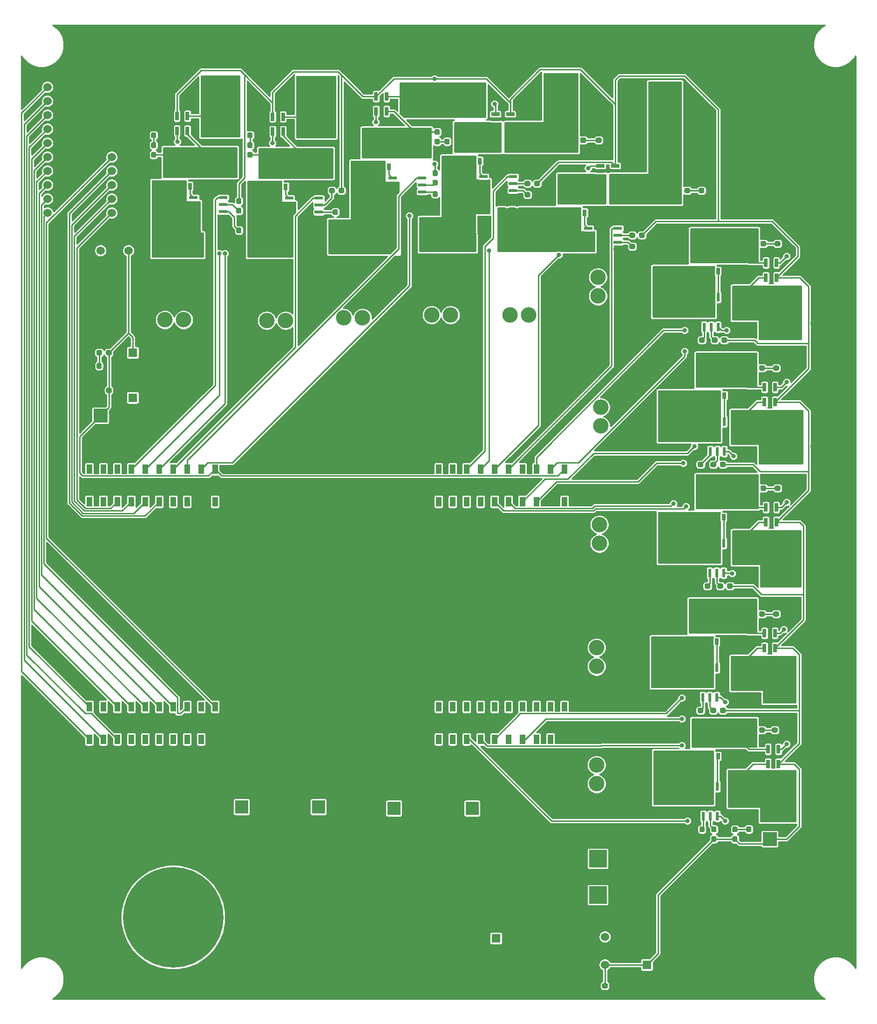
<source format=gbr>
%TF.GenerationSoftware,KiCad,Pcbnew,(5.1.6)-1*%
%TF.CreationDate,2020-12-14T15:31:43-06:00*%
%TF.ProjectId,PackVoltage_2021_Rev1,5061636b-566f-46c7-9461-67655f323032,rev?*%
%TF.SameCoordinates,Original*%
%TF.FileFunction,Copper,L1,Top*%
%TF.FilePolarity,Positive*%
%FSLAX46Y46*%
G04 Gerber Fmt 4.6, Leading zero omitted, Abs format (unit mm)*
G04 Created by KiCad (PCBNEW (5.1.6)-1) date 2020-12-14 15:31:43*
%MOMM*%
%LPD*%
G01*
G04 APERTURE LIST*
%TA.AperFunction,ComponentPad*%
%ADD10C,1.524000*%
%TD*%
%TA.AperFunction,SMDPad,CuDef*%
%ADD11R,0.990600X1.778000*%
%TD*%
%TA.AperFunction,SMDPad,CuDef*%
%ADD12R,0.650000X1.560000*%
%TD*%
%TA.AperFunction,SMDPad,CuDef*%
%ADD13C,0.100000*%
%TD*%
%TA.AperFunction,SMDPad,CuDef*%
%ADD14R,0.700000X1.150000*%
%TD*%
%TA.AperFunction,SMDPad,CuDef*%
%ADD15R,1.550000X0.600000*%
%TD*%
%TA.AperFunction,SMDPad,CuDef*%
%ADD16R,1.560000X0.650000*%
%TD*%
%TA.AperFunction,ComponentPad*%
%ADD17O,3.200000X3.200000*%
%TD*%
%TA.AperFunction,ComponentPad*%
%ADD18R,3.200000X3.200000*%
%TD*%
%TA.AperFunction,SMDPad,CuDef*%
%ADD19R,0.600000X1.550000*%
%TD*%
%TA.AperFunction,ComponentPad*%
%ADD20C,2.400000*%
%TD*%
%TA.AperFunction,ComponentPad*%
%ADD21R,2.400000X2.400000*%
%TD*%
%TA.AperFunction,ComponentPad*%
%ADD22C,1.600000*%
%TD*%
%TA.AperFunction,ComponentPad*%
%ADD23R,1.600000X1.600000*%
%TD*%
%TA.AperFunction,ComponentPad*%
%ADD24C,5.080000*%
%TD*%
%TA.AperFunction,ComponentPad*%
%ADD25C,2.819400*%
%TD*%
%TA.AperFunction,ComponentPad*%
%ADD26C,18.288000*%
%TD*%
%TA.AperFunction,SMDPad,CuDef*%
%ADD27R,2.500000X2.500000*%
%TD*%
%TA.AperFunction,ViaPad*%
%ADD28C,0.800000*%
%TD*%
%TA.AperFunction,Conductor*%
%ADD29C,0.250000*%
%TD*%
%TA.AperFunction,Conductor*%
%ADD30C,0.254000*%
%TD*%
G04 APERTURE END LIST*
D10*
%TO.P,Conn6,5*%
%TO.N,/BuckCTL*%
X92964000Y-24384000D03*
%TO.P,Conn6,4*%
%TO.N,/GimbalSense*%
X92964000Y-26924000D03*
%TO.P,Conn6,3*%
%TO.N,/LowCurrentSense*%
X92964000Y-29464000D03*
%TO.P,Conn6,2*%
%TO.N,/MultimediaSense*%
X92964000Y-32004000D03*
%TO.P,Conn6,1*%
%TO.N,/AuxMountSense*%
X92964000Y-34544000D03*
%TD*%
%TO.P,Conn5,10*%
%TO.N,/DriveCTL*%
X81280000Y-11684000D03*
%TO.P,Conn5,9*%
%TO.N,/ExtraCTL*%
X81280000Y-14224000D03*
%TO.P,Conn5,8*%
%TO.N,/CameraCTL*%
X81280000Y-16764000D03*
%TO.P,Conn5,7*%
%TO.N,/NavBoardCTL*%
X81280000Y-19304000D03*
%TO.P,Conn5,6*%
%TO.N,/GimbalActCTL*%
X81280000Y-21844000D03*
%TO.P,Conn5,5*%
%TO.N,/GimbalLogCTL*%
X81280000Y-24384000D03*
%TO.P,Conn5,4*%
%TO.N,/AuxActCTL*%
X81280000Y-26924000D03*
%TO.P,Conn5,3*%
%TO.N,/AuxLogCTL*%
X81280000Y-29464000D03*
%TO.P,Conn5,2*%
%TO.N,/MultimediaActCTL*%
X81280000Y-32004000D03*
%TO.P,Conn5,1*%
%TO.N,/MultimediaLogCTL*%
X81280000Y-34544000D03*
%TD*%
%TO.P,R8,2*%
%TO.N,Net-(D4-Pad2)*%
%TA.AperFunction,SMDPad,CuDef*%
G36*
G01*
X151908500Y-21065000D02*
X152383500Y-21065000D01*
G75*
G02*
X152621000Y-21302500I0J-237500D01*
G01*
X152621000Y-21877500D01*
G75*
G02*
X152383500Y-22115000I-237500J0D01*
G01*
X151908500Y-22115000D01*
G75*
G02*
X151671000Y-21877500I0J237500D01*
G01*
X151671000Y-21302500D01*
G75*
G02*
X151908500Y-21065000I237500J0D01*
G01*
G37*
%TD.AperFunction*%
%TO.P,R8,1*%
%TO.N,Net-(Q2-Pad3)*%
%TA.AperFunction,SMDPad,CuDef*%
G36*
G01*
X151908500Y-19315000D02*
X152383500Y-19315000D01*
G75*
G02*
X152621000Y-19552500I0J-237500D01*
G01*
X152621000Y-20127500D01*
G75*
G02*
X152383500Y-20365000I-237500J0D01*
G01*
X151908500Y-20365000D01*
G75*
G02*
X151671000Y-20127500I0J237500D01*
G01*
X151671000Y-19552500D01*
G75*
G02*
X151908500Y-19315000I237500J0D01*
G01*
G37*
%TD.AperFunction*%
%TD*%
%TO.P,R9,2*%
%TO.N,Net-(D5-Pad2)*%
%TA.AperFunction,SMDPad,CuDef*%
G36*
G01*
X100821500Y-22764000D02*
X100346500Y-22764000D01*
G75*
G02*
X100109000Y-22526500I0J237500D01*
G01*
X100109000Y-21951500D01*
G75*
G02*
X100346500Y-21714000I237500J0D01*
G01*
X100821500Y-21714000D01*
G75*
G02*
X101059000Y-21951500I0J-237500D01*
G01*
X101059000Y-22526500D01*
G75*
G02*
X100821500Y-22764000I-237500J0D01*
G01*
G37*
%TD.AperFunction*%
%TO.P,R9,1*%
%TO.N,Net-(Q3-Pad3)*%
%TA.AperFunction,SMDPad,CuDef*%
G36*
G01*
X100821500Y-24514000D02*
X100346500Y-24514000D01*
G75*
G02*
X100109000Y-24276500I0J237500D01*
G01*
X100109000Y-23701500D01*
G75*
G02*
X100346500Y-23464000I237500J0D01*
G01*
X100821500Y-23464000D01*
G75*
G02*
X101059000Y-23701500I0J-237500D01*
G01*
X101059000Y-24276500D01*
G75*
G02*
X100821500Y-24514000I-237500J0D01*
G01*
G37*
%TD.AperFunction*%
%TD*%
%TO.P,R7,2*%
%TO.N,Net-(D3-Pad2)*%
%TA.AperFunction,SMDPad,CuDef*%
G36*
G01*
X118347500Y-22764000D02*
X117872500Y-22764000D01*
G75*
G02*
X117635000Y-22526500I0J237500D01*
G01*
X117635000Y-21951500D01*
G75*
G02*
X117872500Y-21714000I237500J0D01*
G01*
X118347500Y-21714000D01*
G75*
G02*
X118585000Y-21951500I0J-237500D01*
G01*
X118585000Y-22526500D01*
G75*
G02*
X118347500Y-22764000I-237500J0D01*
G01*
G37*
%TD.AperFunction*%
%TO.P,R7,1*%
%TO.N,Net-(Q1-Pad3)*%
%TA.AperFunction,SMDPad,CuDef*%
G36*
G01*
X118347500Y-24514000D02*
X117872500Y-24514000D01*
G75*
G02*
X117635000Y-24276500I0J237500D01*
G01*
X117635000Y-23701500D01*
G75*
G02*
X117872500Y-23464000I237500J0D01*
G01*
X118347500Y-23464000D01*
G75*
G02*
X118585000Y-23701500I0J-237500D01*
G01*
X118585000Y-24276500D01*
G75*
G02*
X118347500Y-24514000I-237500J0D01*
G01*
G37*
%TD.AperFunction*%
%TD*%
%TO.P,R3,2*%
%TO.N,+5V*%
%TA.AperFunction,SMDPad,CuDef*%
G36*
G01*
X116315500Y-32924000D02*
X115840500Y-32924000D01*
G75*
G02*
X115603000Y-32686500I0J237500D01*
G01*
X115603000Y-32111500D01*
G75*
G02*
X115840500Y-31874000I237500J0D01*
G01*
X116315500Y-31874000D01*
G75*
G02*
X116553000Y-32111500I0J-237500D01*
G01*
X116553000Y-32686500D01*
G75*
G02*
X116315500Y-32924000I-237500J0D01*
G01*
G37*
%TD.AperFunction*%
%TO.P,R3,1*%
%TO.N,Net-(R3-Pad1)*%
%TA.AperFunction,SMDPad,CuDef*%
G36*
G01*
X116315500Y-34674000D02*
X115840500Y-34674000D01*
G75*
G02*
X115603000Y-34436500I0J237500D01*
G01*
X115603000Y-33861500D01*
G75*
G02*
X115840500Y-33624000I237500J0D01*
G01*
X116315500Y-33624000D01*
G75*
G02*
X116553000Y-33861500I0J-237500D01*
G01*
X116553000Y-34436500D01*
G75*
G02*
X116315500Y-34674000I-237500J0D01*
G01*
G37*
%TD.AperFunction*%
%TD*%
%TO.P,R1,2*%
%TO.N,+5V*%
%TA.AperFunction,SMDPad,CuDef*%
G36*
G01*
X134208000Y-30717500D02*
X134208000Y-30242500D01*
G75*
G02*
X134445500Y-30005000I237500J0D01*
G01*
X135020500Y-30005000D01*
G75*
G02*
X135258000Y-30242500I0J-237500D01*
G01*
X135258000Y-30717500D01*
G75*
G02*
X135020500Y-30955000I-237500J0D01*
G01*
X134445500Y-30955000D01*
G75*
G02*
X134208000Y-30717500I0J237500D01*
G01*
G37*
%TD.AperFunction*%
%TO.P,R1,1*%
%TO.N,Net-(R1-Pad1)*%
%TA.AperFunction,SMDPad,CuDef*%
G36*
G01*
X132458000Y-30717500D02*
X132458000Y-30242500D01*
G75*
G02*
X132695500Y-30005000I237500J0D01*
G01*
X133270500Y-30005000D01*
G75*
G02*
X133508000Y-30242500I0J-237500D01*
G01*
X133508000Y-30717500D01*
G75*
G02*
X133270500Y-30955000I-237500J0D01*
G01*
X132695500Y-30955000D01*
G75*
G02*
X132458000Y-30717500I0J237500D01*
G01*
G37*
%TD.AperFunction*%
%TD*%
%TO.P,D4,2*%
%TO.N,Net-(D4-Pad2)*%
%TA.AperFunction,SMDPad,CuDef*%
G36*
G01*
X153686500Y-21051000D02*
X154161500Y-21051000D01*
G75*
G02*
X154399000Y-21288500I0J-237500D01*
G01*
X154399000Y-21863500D01*
G75*
G02*
X154161500Y-22101000I-237500J0D01*
G01*
X153686500Y-22101000D01*
G75*
G02*
X153449000Y-21863500I0J237500D01*
G01*
X153449000Y-21288500D01*
G75*
G02*
X153686500Y-21051000I237500J0D01*
G01*
G37*
%TD.AperFunction*%
%TO.P,D4,1*%
%TO.N,GND*%
%TA.AperFunction,SMDPad,CuDef*%
G36*
G01*
X153686500Y-19301000D02*
X154161500Y-19301000D01*
G75*
G02*
X154399000Y-19538500I0J-237500D01*
G01*
X154399000Y-20113500D01*
G75*
G02*
X154161500Y-20351000I-237500J0D01*
G01*
X153686500Y-20351000D01*
G75*
G02*
X153449000Y-20113500I0J237500D01*
G01*
X153449000Y-19538500D01*
G75*
G02*
X153686500Y-19301000I237500J0D01*
G01*
G37*
%TD.AperFunction*%
%TD*%
%TO.P,D5,2*%
%TO.N,Net-(D5-Pad2)*%
%TA.AperFunction,SMDPad,CuDef*%
G36*
G01*
X100346500Y-19908000D02*
X100821500Y-19908000D01*
G75*
G02*
X101059000Y-20145500I0J-237500D01*
G01*
X101059000Y-20720500D01*
G75*
G02*
X100821500Y-20958000I-237500J0D01*
G01*
X100346500Y-20958000D01*
G75*
G02*
X100109000Y-20720500I0J237500D01*
G01*
X100109000Y-20145500D01*
G75*
G02*
X100346500Y-19908000I237500J0D01*
G01*
G37*
%TD.AperFunction*%
%TO.P,D5,1*%
%TO.N,GND*%
%TA.AperFunction,SMDPad,CuDef*%
G36*
G01*
X100346500Y-18158000D02*
X100821500Y-18158000D01*
G75*
G02*
X101059000Y-18395500I0J-237500D01*
G01*
X101059000Y-18970500D01*
G75*
G02*
X100821500Y-19208000I-237500J0D01*
G01*
X100346500Y-19208000D01*
G75*
G02*
X100109000Y-18970500I0J237500D01*
G01*
X100109000Y-18395500D01*
G75*
G02*
X100346500Y-18158000I237500J0D01*
G01*
G37*
%TD.AperFunction*%
%TD*%
%TO.P,D3,2*%
%TO.N,Net-(D3-Pad2)*%
%TA.AperFunction,SMDPad,CuDef*%
G36*
G01*
X117872500Y-19908000D02*
X118347500Y-19908000D01*
G75*
G02*
X118585000Y-20145500I0J-237500D01*
G01*
X118585000Y-20720500D01*
G75*
G02*
X118347500Y-20958000I-237500J0D01*
G01*
X117872500Y-20958000D01*
G75*
G02*
X117635000Y-20720500I0J237500D01*
G01*
X117635000Y-20145500D01*
G75*
G02*
X117872500Y-19908000I237500J0D01*
G01*
G37*
%TD.AperFunction*%
%TO.P,D3,1*%
%TO.N,GND*%
%TA.AperFunction,SMDPad,CuDef*%
G36*
G01*
X117872500Y-18158000D02*
X118347500Y-18158000D01*
G75*
G02*
X118585000Y-18395500I0J-237500D01*
G01*
X118585000Y-18970500D01*
G75*
G02*
X118347500Y-19208000I-237500J0D01*
G01*
X117872500Y-19208000D01*
G75*
G02*
X117635000Y-18970500I0J237500D01*
G01*
X117635000Y-18395500D01*
G75*
G02*
X117872500Y-18158000I237500J0D01*
G01*
G37*
%TD.AperFunction*%
%TD*%
%TO.P,C7,2*%
%TO.N,GND*%
%TA.AperFunction,SMDPad,CuDef*%
G36*
G01*
X115840500Y-38958000D02*
X116315500Y-38958000D01*
G75*
G02*
X116553000Y-39195500I0J-237500D01*
G01*
X116553000Y-39770500D01*
G75*
G02*
X116315500Y-40008000I-237500J0D01*
G01*
X115840500Y-40008000D01*
G75*
G02*
X115603000Y-39770500I0J237500D01*
G01*
X115603000Y-39195500D01*
G75*
G02*
X115840500Y-38958000I237500J0D01*
G01*
G37*
%TD.AperFunction*%
%TO.P,C7,1*%
%TO.N,Net-(C7-Pad1)*%
%TA.AperFunction,SMDPad,CuDef*%
G36*
G01*
X115840500Y-37208000D02*
X116315500Y-37208000D01*
G75*
G02*
X116553000Y-37445500I0J-237500D01*
G01*
X116553000Y-38020500D01*
G75*
G02*
X116315500Y-38258000I-237500J0D01*
G01*
X115840500Y-38258000D01*
G75*
G02*
X115603000Y-38020500I0J237500D01*
G01*
X115603000Y-37445500D01*
G75*
G02*
X115840500Y-37208000I237500J0D01*
G01*
G37*
%TD.AperFunction*%
%TD*%
%TO.P,C5,2*%
%TO.N,GND*%
%TA.AperFunction,SMDPad,CuDef*%
G36*
G01*
X133841500Y-33178000D02*
X133366500Y-33178000D01*
G75*
G02*
X133129000Y-32940500I0J237500D01*
G01*
X133129000Y-32365500D01*
G75*
G02*
X133366500Y-32128000I237500J0D01*
G01*
X133841500Y-32128000D01*
G75*
G02*
X134079000Y-32365500I0J-237500D01*
G01*
X134079000Y-32940500D01*
G75*
G02*
X133841500Y-33178000I-237500J0D01*
G01*
G37*
%TD.AperFunction*%
%TO.P,C5,1*%
%TO.N,Net-(C5-Pad1)*%
%TA.AperFunction,SMDPad,CuDef*%
G36*
G01*
X133841500Y-34928000D02*
X133366500Y-34928000D01*
G75*
G02*
X133129000Y-34690500I0J237500D01*
G01*
X133129000Y-34115500D01*
G75*
G02*
X133366500Y-33878000I237500J0D01*
G01*
X133841500Y-33878000D01*
G75*
G02*
X134079000Y-34115500I0J-237500D01*
G01*
X134079000Y-34690500D01*
G75*
G02*
X133841500Y-34928000I-237500J0D01*
G01*
G37*
%TD.AperFunction*%
%TD*%
D11*
%TO.P,U24,PP2*%
%TO.N,Net-(U24-PadPP2)*%
X152400000Y-130200400D03*
%TO.P,U24,PN3*%
%TO.N,Net-(U24-PadPN3)*%
X154940000Y-130200400D03*
%TO.P,U24,PN2*%
%TO.N,/Driver_R1*%
X157480000Y-130200400D03*
%TO.P,U24,PD0*%
%TO.N,/Current_Sensor_R1*%
X160020000Y-130200400D03*
%TO.P,U24,PD1*%
%TO.N,/Current_Sensor_T1*%
X162560000Y-130200400D03*
%TO.P,U24,Rese*%
%TO.N,Net-(U24-PadRese)*%
X165100000Y-130200400D03*
%TO.P,U24,PH3*%
%TO.N,/Driver_T1*%
X167640000Y-130200400D03*
%TO.P,U24,PH2*%
%TO.N,Net-(U24-PadPH2)*%
X170180000Y-130200400D03*
%TO.P,U24,PM3*%
%TO.N,Net-(U24-PadPM3)*%
X172720000Y-130200400D03*
%TO.P,U24,GND*%
%TO.N,GND*%
X175260000Y-130200400D03*
%TO.P,U24,PL3*%
%TO.N,Net-(U24-PadPL3)*%
X152400000Y-124307600D03*
%TO.P,U24,PL2*%
%TO.N,Net-(U24-PadPL2)*%
X154940000Y-124307600D03*
%TO.P,U24,PL1*%
%TO.N,Net-(U24-PadPL1)*%
X157480000Y-124307600D03*
%TO.P,U24,PL0*%
%TO.N,Net-(U24-PadPL0)*%
X160020000Y-124307600D03*
%TO.P,U24,PL5*%
%TO.N,Net-(U24-PadPL5)*%
X162560000Y-124307600D03*
%TO.P,U24,PL4*%
%TO.N,Net-(U24-PadPL4)*%
X165100000Y-124307600D03*
%TO.P,U24,PG0*%
%TO.N,Net-(U24-PadPG0)*%
X167640000Y-124307600D03*
%TO.P,U24,PF3*%
%TO.N,Net-(U24-PadPF3)*%
X170180000Y-124307600D03*
%TO.P,U24,PF2*%
%TO.N,Net-(U24-PadPF2)*%
X172720000Y-124307600D03*
%TO.P,U24,PF1*%
%TO.N,Net-(U24-PadPF1)*%
X175260000Y-124307600D03*
%TO.P,U24,PB3*%
%TO.N,Net-(U24-PadPB3)*%
X152400000Y-81127600D03*
%TO.P,U24,PB2*%
%TO.N,Net-(U24-PadPB2)*%
X154940000Y-81127600D03*
%TO.P,U24,PC7*%
%TO.N,/Driver_M4*%
X157480000Y-81127600D03*
%TO.P,U24,PD3*%
%TO.N,/Current_Sensor_M4*%
X160020000Y-81127600D03*
%TO.P,U24,PE5*%
%TO.N,/Current_Sensor_D1*%
X162560000Y-81127600D03*
%TO.P,U24,PC6*%
%TO.N,/Driver_D1*%
X165100000Y-81127600D03*
%TO.P,U24,PC5*%
%TO.N,Net-(U24-PadPC5)*%
X167640000Y-81127600D03*
%TO.P,U24,PC4*%
%TO.N,/Driver_S1*%
X170180000Y-81127600D03*
%TO.P,U24,PE4*%
%TO.N,/Current_Sensor_S1*%
X172720000Y-81127600D03*
%TO.P,U24,+3V3*%
%TO.N,+3V3*%
X175260000Y-81127600D03*
%TO.P,U24,PM5*%
%TO.N,Net-(U24-PadPM5)*%
X152400000Y-87020400D03*
%TO.P,U24,PM4*%
%TO.N,Net-(U24-PadPM4)*%
X154940000Y-87020400D03*
%TO.P,U24,PA6*%
%TO.N,Net-(U24-PadPA6)*%
X157480000Y-87020400D03*
%TO.P,U24,PD7*%
%TO.N,Net-(U24-PadPD7)*%
X160020000Y-87020400D03*
%TO.P,U24,PE3*%
%TO.N,/Current_Sensor_A1*%
X162560000Y-87020400D03*
%TO.P,U24,PE2*%
%TO.N,/Driver_A1*%
X165100000Y-87020400D03*
%TO.P,U24,PE1*%
%TO.N,/Current_Sensor_V1*%
X167640000Y-87020400D03*
%TO.P,U24,PE0*%
%TO.N,/Driver_V1*%
X170180000Y-87020400D03*
%TO.P,U24,GND*%
%TO.N,GND*%
X172720000Y-87020400D03*
%TO.P,U24,+5V*%
%TO.N,Net-(U24-Pad+5V)*%
X175260000Y-87020400D03*
%TO.P,U24,PP5*%
%TO.N,Net-(U24-PadPP5)*%
X106680000Y-130200400D03*
%TO.P,U24,PM7*%
%TO.N,Net-(U24-PadPM7)*%
X109220000Y-130200400D03*
%TO.P,U24,GND*%
%TO.N,GND*%
X111760000Y-130200400D03*
%TO.P,U24,PK7*%
%TO.N,/NavBoardCTL*%
X88900000Y-124307600D03*
%TO.P,U24,PK6*%
%TO.N,Net-(U24-PadPK6)*%
X91440000Y-124307600D03*
%TO.P,U24,PH1*%
%TO.N,/GimbalActCTL*%
X93980000Y-124307600D03*
%TO.P,U24,PH0*%
%TO.N,/GimbalLogCTL*%
X96520000Y-124307600D03*
%TO.P,U24,PM2*%
%TO.N,/AuxActCTL*%
X99060000Y-124307600D03*
%TO.P,U24,PM1*%
%TO.N,/AuxLogCTL*%
X101600000Y-124307600D03*
%TO.P,U24,PM0*%
%TO.N,/MultimediaActCTL*%
X104140000Y-124307600D03*
%TO.P,U24,PK5*%
%TO.N,/MultimediaLogCTL*%
X106680000Y-124307600D03*
%TO.P,U24,PK4*%
%TO.N,Net-(U24-PadPK4)*%
X109220000Y-124307600D03*
%TO.P,U24,PG1*%
%TO.N,/BuckCTL*%
X111760000Y-124307600D03*
%TO.P,U24,PN4*%
%TO.N,Net-(U24-PadPN4)*%
X88900000Y-81127600D03*
%TO.P,U24,PP4*%
%TO.N,Net-(U24-PadPP4)*%
X93980000Y-81127600D03*
%TO.P,U24,PD5*%
%TO.N,/Current_Sensor_M1*%
X99060000Y-81127600D03*
%TO.P,U24,PD4*%
%TO.N,/Current_Sensor_M2*%
X101600000Y-81127600D03*
%TO.P,U24,PP1*%
%TO.N,/Driver_M2*%
X104140000Y-81127600D03*
%TO.P,U24,PP0*%
%TO.N,/Driver_M3*%
X106680000Y-81127600D03*
%TO.P,U24,PD2*%
%TO.N,/Current_Sensor_M3*%
X109220000Y-81127600D03*
%TO.P,U24,PA5*%
%TO.N,Net-(U24-PadPA5)*%
X88900000Y-87020400D03*
%TO.P,U24,PK3*%
%TO.N,/AuxMountSense*%
X93980000Y-87020400D03*
%TO.P,U24,PB5*%
%TO.N,Net-(U24-PadPB5)*%
X104140000Y-87020400D03*
%TO.P,U24,PB4*%
%TO.N,Net-(U24-PadPB4)*%
X106680000Y-87020400D03*
%TO.P,U24,GND*%
%TO.N,GND*%
X109220000Y-87020400D03*
%TO.P,U24,+5V'*%
%TO.N,Net-(U24-Pad+5V')*%
X111760000Y-87020400D03*
%TO.P,U24,PK1*%
%TO.N,/LowCurrentSense*%
X99060000Y-87020400D03*
%TO.P,U24,PK2*%
%TO.N,/MultimediaSense*%
X96520000Y-87020400D03*
%TO.P,U24,PN5*%
%TO.N,Net-(U24-PadPN5)*%
X91440000Y-81127600D03*
%TO.P,U24,PA7*%
%TO.N,Net-(U24-PadPA7)*%
X104140000Y-130200400D03*
%TO.P,U24,Rese'*%
%TO.N,Net-(U24-PadRese')*%
X101600000Y-130200400D03*
%TO.P,U24,PA4*%
%TO.N,Net-(U24-PadPA4)*%
X91440000Y-87020400D03*
%TO.P,U24,PQ0*%
%TO.N,/Driver_M1*%
X96520000Y-81127600D03*
%TO.P,U24,PP3*%
%TO.N,/CameraCTL*%
X93980000Y-130200400D03*
%TO.P,U24,PQ3*%
%TO.N,Net-(U24-PadPQ3)*%
X96520000Y-130200400D03*
%TO.P,U24,PK0*%
%TO.N,/GimbalSense*%
X101600000Y-87020400D03*
%TO.P,U24,PQ2*%
%TO.N,Net-(U24-PadPQ2)*%
X99060000Y-130200400D03*
%TO.P,U24,PQ1*%
%TO.N,/ExtraCTL*%
X91440000Y-130200400D03*
%TO.P,U24,PM6*%
%TO.N,/DriveCTL*%
X88900000Y-130200400D03*
%TO.P,U24,+3V3'*%
%TO.N,+3V3*%
X111760000Y-81127600D03*
%TD*%
D12*
%TO.P,U6,1*%
%TO.N,/Current_Sensor_M1*%
X104841000Y-19638000D03*
%TO.P,U6,2*%
%TO.N,GND*%
X105791000Y-19638000D03*
%TO.P,U6,3*%
%TO.N,Net-(Q3-Pad3)*%
X106741000Y-19638000D03*
%TO.P,U6,4*%
%TO.N,/Anderson_M1*%
X106741000Y-16938000D03*
%TO.P,U6,5*%
%TO.N,+5V*%
X104841000Y-16938000D03*
%TD*%
%TA.AperFunction,SMDPad,CuDef*%
D13*
%TO.P,Q3,3*%
%TO.N,Net-(Q3-Pad3)*%
G36*
X107633000Y-23441000D02*
G01*
X107633000Y-24991000D01*
X107383000Y-24991000D01*
X107383000Y-28066000D01*
X103183000Y-28066000D01*
X103183000Y-24991000D01*
X102933000Y-24991000D01*
X102933000Y-23441000D01*
X107633000Y-23441000D01*
G37*
%TD.AperFunction*%
D14*
%TO.P,Q3,2*%
%TO.N,Net-(Q3-Pad2)*%
X107193000Y-29686000D03*
%TO.P,Q3,1*%
%TO.N,Net-(C10-Pad1)*%
X105923000Y-29686000D03*
X103373000Y-29686000D03*
X104643000Y-29686000D03*
%TD*%
D15*
%TO.P,U3,8*%
%TO.N,Net-(C10-Pad1)*%
X107823000Y-35560000D03*
%TO.P,U3,6*%
X107823000Y-33020000D03*
%TO.P,U3,5*%
%TO.N,Net-(Q3-Pad2)*%
X107823000Y-31750000D03*
%TO.P,U3,4*%
%TO.N,/Driver_M1*%
X113223000Y-31750000D03*
%TO.P,U3,3*%
%TO.N,Net-(R3-Pad1)*%
X113223000Y-33020000D03*
%TO.P,U3,2*%
%TO.N,Net-(C7-Pad1)*%
X113223000Y-34290000D03*
%TO.P,U3,1*%
%TO.N,GND*%
X113223000Y-35560000D03*
%TD*%
%TO.P,C10,1*%
%TO.N,Net-(C10-Pad1)*%
%TA.AperFunction,SMDPad,CuDef*%
G36*
G01*
X108582000Y-39099500D02*
X108582000Y-38624500D01*
G75*
G02*
X108819500Y-38387000I237500J0D01*
G01*
X109394500Y-38387000D01*
G75*
G02*
X109632000Y-38624500I0J-237500D01*
G01*
X109632000Y-39099500D01*
G75*
G02*
X109394500Y-39337000I-237500J0D01*
G01*
X108819500Y-39337000D01*
G75*
G02*
X108582000Y-39099500I0J237500D01*
G01*
G37*
%TD.AperFunction*%
%TO.P,C10,2*%
%TO.N,GND*%
%TA.AperFunction,SMDPad,CuDef*%
G36*
G01*
X110332000Y-39099500D02*
X110332000Y-38624500D01*
G75*
G02*
X110569500Y-38387000I237500J0D01*
G01*
X111144500Y-38387000D01*
G75*
G02*
X111382000Y-38624500I0J-237500D01*
G01*
X111382000Y-39099500D01*
G75*
G02*
X111144500Y-39337000I-237500J0D01*
G01*
X110569500Y-39337000D01*
G75*
G02*
X110332000Y-39099500I0J237500D01*
G01*
G37*
%TD.AperFunction*%
%TD*%
%TO.P,R6,1*%
%TO.N,Net-(Q3-Pad3)*%
%TA.AperFunction,SMDPad,CuDef*%
G36*
G01*
X114201001Y-25086000D02*
X111350999Y-25086000D01*
G75*
G02*
X111101000Y-24836001I0J249999D01*
G01*
X111101000Y-23810999D01*
G75*
G02*
X111350999Y-23561000I249999J0D01*
G01*
X114201001Y-23561000D01*
G75*
G02*
X114451000Y-23810999I0J-249999D01*
G01*
X114451000Y-24836001D01*
G75*
G02*
X114201001Y-25086000I-249999J0D01*
G01*
G37*
%TD.AperFunction*%
%TO.P,R6,2*%
%TO.N,/Anderson_M1*%
%TA.AperFunction,SMDPad,CuDef*%
G36*
G01*
X114201001Y-19111000D02*
X111350999Y-19111000D01*
G75*
G02*
X111101000Y-18861001I0J249999D01*
G01*
X111101000Y-17835999D01*
G75*
G02*
X111350999Y-17586000I249999J0D01*
G01*
X114201001Y-17586000D01*
G75*
G02*
X114451000Y-17835999I0J-249999D01*
G01*
X114451000Y-18861001D01*
G75*
G02*
X114201001Y-19111000I-249999J0D01*
G01*
G37*
%TD.AperFunction*%
%TD*%
%TO.P,R4,2*%
%TO.N,/Anderson_M2*%
%TA.AperFunction,SMDPad,CuDef*%
G36*
G01*
X131600001Y-19238000D02*
X128749999Y-19238000D01*
G75*
G02*
X128500000Y-18988001I0J249999D01*
G01*
X128500000Y-17962999D01*
G75*
G02*
X128749999Y-17713000I249999J0D01*
G01*
X131600001Y-17713000D01*
G75*
G02*
X131850000Y-17962999I0J-249999D01*
G01*
X131850000Y-18988001D01*
G75*
G02*
X131600001Y-19238000I-249999J0D01*
G01*
G37*
%TD.AperFunction*%
%TO.P,R4,1*%
%TO.N,Net-(Q1-Pad3)*%
%TA.AperFunction,SMDPad,CuDef*%
G36*
G01*
X131600001Y-25213000D02*
X128749999Y-25213000D01*
G75*
G02*
X128500000Y-24963001I0J249999D01*
G01*
X128500000Y-23937999D01*
G75*
G02*
X128749999Y-23688000I249999J0D01*
G01*
X131600001Y-23688000D01*
G75*
G02*
X131850000Y-23937999I0J-249999D01*
G01*
X131850000Y-24963001D01*
G75*
G02*
X131600001Y-25213000I-249999J0D01*
G01*
G37*
%TD.AperFunction*%
%TD*%
%TO.P,U1,1*%
%TO.N,GND*%
X130622000Y-35687000D03*
%TO.P,U1,2*%
%TO.N,Net-(C5-Pad1)*%
X130622000Y-34417000D03*
%TO.P,U1,3*%
%TO.N,Net-(R1-Pad1)*%
X130622000Y-33147000D03*
%TO.P,U1,4*%
%TO.N,/Driver_M2*%
X130622000Y-31877000D03*
%TO.P,U1,5*%
%TO.N,Net-(Q1-Pad2)*%
X125222000Y-31877000D03*
%TO.P,U1,6*%
%TO.N,Net-(C8-Pad1)*%
X125222000Y-33147000D03*
%TO.P,U1,8*%
X125222000Y-35687000D03*
%TD*%
%TO.P,C8,2*%
%TO.N,GND*%
%TA.AperFunction,SMDPad,CuDef*%
G36*
G01*
X117252000Y-41164500D02*
X117252000Y-41639500D01*
G75*
G02*
X117014500Y-41877000I-237500J0D01*
G01*
X116439500Y-41877000D01*
G75*
G02*
X116202000Y-41639500I0J237500D01*
G01*
X116202000Y-41164500D01*
G75*
G02*
X116439500Y-40927000I237500J0D01*
G01*
X117014500Y-40927000D01*
G75*
G02*
X117252000Y-41164500I0J-237500D01*
G01*
G37*
%TD.AperFunction*%
%TO.P,C8,1*%
%TO.N,Net-(C8-Pad1)*%
%TA.AperFunction,SMDPad,CuDef*%
G36*
G01*
X119002000Y-41164500D02*
X119002000Y-41639500D01*
G75*
G02*
X118764500Y-41877000I-237500J0D01*
G01*
X118189500Y-41877000D01*
G75*
G02*
X117952000Y-41639500I0J237500D01*
G01*
X117952000Y-41164500D01*
G75*
G02*
X118189500Y-40927000I237500J0D01*
G01*
X118764500Y-40927000D01*
G75*
G02*
X119002000Y-41164500I0J-237500D01*
G01*
G37*
%TD.AperFunction*%
%TD*%
D12*
%TO.P,U4,5*%
%TO.N,+5V*%
X122240000Y-17065000D03*
%TO.P,U4,4*%
%TO.N,/Anderson_M2*%
X124140000Y-17065000D03*
%TO.P,U4,3*%
%TO.N,Net-(Q1-Pad3)*%
X124140000Y-19765000D03*
%TO.P,U4,2*%
%TO.N,GND*%
X123190000Y-19765000D03*
%TO.P,U4,1*%
%TO.N,/Current_Sensor_M2*%
X122240000Y-19765000D03*
%TD*%
D14*
%TO.P,Q1,1*%
%TO.N,Net-(C8-Pad1)*%
X122042000Y-29813000D03*
X120772000Y-29813000D03*
X123322000Y-29813000D03*
%TO.P,Q1,2*%
%TO.N,Net-(Q1-Pad2)*%
X124592000Y-29813000D03*
%TA.AperFunction,SMDPad,CuDef*%
D13*
%TO.P,Q1,3*%
%TO.N,Net-(Q1-Pad3)*%
G36*
X125032000Y-23568000D02*
G01*
X125032000Y-25118000D01*
X124782000Y-25118000D01*
X124782000Y-28193000D01*
X120582000Y-28193000D01*
X120582000Y-25118000D01*
X120332000Y-25118000D01*
X120332000Y-23568000D01*
X125032000Y-23568000D01*
G37*
%TD.AperFunction*%
%TD*%
D12*
%TO.P,U5,1*%
%TO.N,/Current_Sensor_M3*%
X141036000Y-16082000D03*
%TO.P,U5,2*%
%TO.N,GND*%
X141986000Y-16082000D03*
%TO.P,U5,3*%
%TO.N,Net-(Q2-Pad3)*%
X142936000Y-16082000D03*
%TO.P,U5,4*%
%TO.N,/Anderson_M3*%
X142936000Y-13382000D03*
%TO.P,U5,5*%
%TO.N,+5V*%
X141036000Y-13382000D03*
%TD*%
%TO.P,R2,2*%
%TO.N,+5V*%
%TA.AperFunction,SMDPad,CuDef*%
G36*
G01*
X152002500Y-27844000D02*
X151527500Y-27844000D01*
G75*
G02*
X151290000Y-27606500I0J237500D01*
G01*
X151290000Y-27031500D01*
G75*
G02*
X151527500Y-26794000I237500J0D01*
G01*
X152002500Y-26794000D01*
G75*
G02*
X152240000Y-27031500I0J-237500D01*
G01*
X152240000Y-27606500D01*
G75*
G02*
X152002500Y-27844000I-237500J0D01*
G01*
G37*
%TD.AperFunction*%
%TO.P,R2,1*%
%TO.N,Net-(R2-Pad1)*%
%TA.AperFunction,SMDPad,CuDef*%
G36*
G01*
X152002500Y-29594000D02*
X151527500Y-29594000D01*
G75*
G02*
X151290000Y-29356500I0J237500D01*
G01*
X151290000Y-28781500D01*
G75*
G02*
X151527500Y-28544000I237500J0D01*
G01*
X152002500Y-28544000D01*
G75*
G02*
X152240000Y-28781500I0J-237500D01*
G01*
X152240000Y-29356500D01*
G75*
G02*
X152002500Y-29594000I-237500J0D01*
G01*
G37*
%TD.AperFunction*%
%TD*%
D15*
%TO.P,U2,8*%
%TO.N,Net-(C9-Pad1)*%
X144018000Y-32004000D03*
%TO.P,U2,6*%
X144018000Y-29464000D03*
%TO.P,U2,5*%
%TO.N,Net-(Q2-Pad2)*%
X144018000Y-28194000D03*
%TO.P,U2,4*%
%TO.N,/Driver_M3*%
X149418000Y-28194000D03*
%TO.P,U2,3*%
%TO.N,Net-(R2-Pad1)*%
X149418000Y-29464000D03*
%TO.P,U2,2*%
%TO.N,Net-(C6-Pad1)*%
X149418000Y-30734000D03*
%TO.P,U2,1*%
%TO.N,GND*%
X149418000Y-32004000D03*
%TD*%
%TO.P,C9,1*%
%TO.N,Net-(C9-Pad1)*%
%TA.AperFunction,SMDPad,CuDef*%
G36*
G01*
X137798000Y-34179500D02*
X137798000Y-34654500D01*
G75*
G02*
X137560500Y-34892000I-237500J0D01*
G01*
X136985500Y-34892000D01*
G75*
G02*
X136748000Y-34654500I0J237500D01*
G01*
X136748000Y-34179500D01*
G75*
G02*
X136985500Y-33942000I237500J0D01*
G01*
X137560500Y-33942000D01*
G75*
G02*
X137798000Y-34179500I0J-237500D01*
G01*
G37*
%TD.AperFunction*%
%TO.P,C9,2*%
%TO.N,GND*%
%TA.AperFunction,SMDPad,CuDef*%
G36*
G01*
X136048000Y-34179500D02*
X136048000Y-34654500D01*
G75*
G02*
X135810500Y-34892000I-237500J0D01*
G01*
X135235500Y-34892000D01*
G75*
G02*
X134998000Y-34654500I0J237500D01*
G01*
X134998000Y-34179500D01*
G75*
G02*
X135235500Y-33942000I237500J0D01*
G01*
X135810500Y-33942000D01*
G75*
G02*
X136048000Y-34179500I0J-237500D01*
G01*
G37*
%TD.AperFunction*%
%TD*%
%TO.P,C6,2*%
%TO.N,GND*%
%TA.AperFunction,SMDPad,CuDef*%
G36*
G01*
X151527500Y-32354000D02*
X152002500Y-32354000D01*
G75*
G02*
X152240000Y-32591500I0J-237500D01*
G01*
X152240000Y-33166500D01*
G75*
G02*
X152002500Y-33404000I-237500J0D01*
G01*
X151527500Y-33404000D01*
G75*
G02*
X151290000Y-33166500I0J237500D01*
G01*
X151290000Y-32591500D01*
G75*
G02*
X151527500Y-32354000I237500J0D01*
G01*
G37*
%TD.AperFunction*%
%TO.P,C6,1*%
%TO.N,Net-(C6-Pad1)*%
%TA.AperFunction,SMDPad,CuDef*%
G36*
G01*
X151527500Y-30604000D02*
X152002500Y-30604000D01*
G75*
G02*
X152240000Y-30841500I0J-237500D01*
G01*
X152240000Y-31416500D01*
G75*
G02*
X152002500Y-31654000I-237500J0D01*
G01*
X151527500Y-31654000D01*
G75*
G02*
X151290000Y-31416500I0J237500D01*
G01*
X151290000Y-30841500D01*
G75*
G02*
X151527500Y-30604000I237500J0D01*
G01*
G37*
%TD.AperFunction*%
%TD*%
%TO.P,R5,1*%
%TO.N,Net-(Q2-Pad3)*%
%TA.AperFunction,SMDPad,CuDef*%
G36*
G01*
X150396001Y-21530000D02*
X147545999Y-21530000D01*
G75*
G02*
X147296000Y-21280001I0J249999D01*
G01*
X147296000Y-20254999D01*
G75*
G02*
X147545999Y-20005000I249999J0D01*
G01*
X150396001Y-20005000D01*
G75*
G02*
X150646000Y-20254999I0J-249999D01*
G01*
X150646000Y-21280001D01*
G75*
G02*
X150396001Y-21530000I-249999J0D01*
G01*
G37*
%TD.AperFunction*%
%TO.P,R5,2*%
%TO.N,/Anderson_M3*%
%TA.AperFunction,SMDPad,CuDef*%
G36*
G01*
X150396001Y-15555000D02*
X147545999Y-15555000D01*
G75*
G02*
X147296000Y-15305001I0J249999D01*
G01*
X147296000Y-14279999D01*
G75*
G02*
X147545999Y-14030000I249999J0D01*
G01*
X150396001Y-14030000D01*
G75*
G02*
X150646000Y-14279999I0J-249999D01*
G01*
X150646000Y-15305001D01*
G75*
G02*
X150396001Y-15555000I-249999J0D01*
G01*
G37*
%TD.AperFunction*%
%TD*%
%TA.AperFunction,SMDPad,CuDef*%
D13*
%TO.P,Q2,3*%
%TO.N,Net-(Q2-Pad3)*%
G36*
X143828000Y-19885000D02*
G01*
X143828000Y-21435000D01*
X143578000Y-21435000D01*
X143578000Y-24510000D01*
X139378000Y-24510000D01*
X139378000Y-21435000D01*
X139128000Y-21435000D01*
X139128000Y-19885000D01*
X143828000Y-19885000D01*
G37*
%TD.AperFunction*%
D14*
%TO.P,Q2,2*%
%TO.N,Net-(Q2-Pad2)*%
X143388000Y-26130000D03*
%TO.P,Q2,1*%
%TO.N,Net-(C9-Pad1)*%
X142118000Y-26130000D03*
X139568000Y-26130000D03*
X140838000Y-26130000D03*
%TD*%
%TO.P,Q4,1*%
%TO.N,Net-(C13-Pad1)*%
X157348000Y-25114000D03*
X156078000Y-25114000D03*
X158628000Y-25114000D03*
%TO.P,Q4,2*%
%TO.N,Net-(Q4-Pad2)*%
X159898000Y-25114000D03*
%TA.AperFunction,SMDPad,CuDef*%
D13*
%TO.P,Q4,3*%
%TO.N,Net-(Q4-Pad3)*%
G36*
X160338000Y-18869000D02*
G01*
X160338000Y-20419000D01*
X160088000Y-20419000D01*
X160088000Y-23494000D01*
X155888000Y-23494000D01*
X155888000Y-20419000D01*
X155638000Y-20419000D01*
X155638000Y-18869000D01*
X160338000Y-18869000D01*
G37*
%TD.AperFunction*%
%TD*%
%TO.P,D6,1*%
%TO.N,GND*%
%TA.AperFunction,SMDPad,CuDef*%
G36*
G01*
X183772000Y-21098500D02*
X183772000Y-21573500D01*
G75*
G02*
X183534500Y-21811000I-237500J0D01*
G01*
X182959500Y-21811000D01*
G75*
G02*
X182722000Y-21573500I0J237500D01*
G01*
X182722000Y-21098500D01*
G75*
G02*
X182959500Y-20861000I237500J0D01*
G01*
X183534500Y-20861000D01*
G75*
G02*
X183772000Y-21098500I0J-237500D01*
G01*
G37*
%TD.AperFunction*%
%TO.P,D6,2*%
%TO.N,Net-(D6-Pad2)*%
%TA.AperFunction,SMDPad,CuDef*%
G36*
G01*
X182022000Y-21098500D02*
X182022000Y-21573500D01*
G75*
G02*
X181784500Y-21811000I-237500J0D01*
G01*
X181209500Y-21811000D01*
G75*
G02*
X180972000Y-21573500I0J237500D01*
G01*
X180972000Y-21098500D01*
G75*
G02*
X181209500Y-20861000I237500J0D01*
G01*
X181784500Y-20861000D01*
G75*
G02*
X182022000Y-21098500I0J-237500D01*
G01*
G37*
%TD.AperFunction*%
%TD*%
%TO.P,C11,1*%
%TO.N,Net-(C11-Pad1)*%
%TA.AperFunction,SMDPad,CuDef*%
G36*
G01*
X168018000Y-31479500D02*
X168018000Y-31004500D01*
G75*
G02*
X168255500Y-30767000I237500J0D01*
G01*
X168830500Y-30767000D01*
G75*
G02*
X169068000Y-31004500I0J-237500D01*
G01*
X169068000Y-31479500D01*
G75*
G02*
X168830500Y-31717000I-237500J0D01*
G01*
X168255500Y-31717000D01*
G75*
G02*
X168018000Y-31479500I0J237500D01*
G01*
G37*
%TD.AperFunction*%
%TO.P,C11,2*%
%TO.N,GND*%
%TA.AperFunction,SMDPad,CuDef*%
G36*
G01*
X169768000Y-31479500D02*
X169768000Y-31004500D01*
G75*
G02*
X170005500Y-30767000I237500J0D01*
G01*
X170580500Y-30767000D01*
G75*
G02*
X170818000Y-31004500I0J-237500D01*
G01*
X170818000Y-31479500D01*
G75*
G02*
X170580500Y-31717000I-237500J0D01*
G01*
X170005500Y-31717000D01*
G75*
G02*
X169768000Y-31479500I0J237500D01*
G01*
G37*
%TD.AperFunction*%
%TD*%
%TO.P,C13,2*%
%TO.N,GND*%
%TA.AperFunction,SMDPad,CuDef*%
G36*
G01*
X159749000Y-37829500D02*
X159749000Y-37354500D01*
G75*
G02*
X159986500Y-37117000I237500J0D01*
G01*
X160561500Y-37117000D01*
G75*
G02*
X160799000Y-37354500I0J-237500D01*
G01*
X160799000Y-37829500D01*
G75*
G02*
X160561500Y-38067000I-237500J0D01*
G01*
X159986500Y-38067000D01*
G75*
G02*
X159749000Y-37829500I0J237500D01*
G01*
G37*
%TD.AperFunction*%
%TO.P,C13,1*%
%TO.N,Net-(C13-Pad1)*%
%TA.AperFunction,SMDPad,CuDef*%
G36*
G01*
X157999000Y-37829500D02*
X157999000Y-37354500D01*
G75*
G02*
X158236500Y-37117000I237500J0D01*
G01*
X158811500Y-37117000D01*
G75*
G02*
X159049000Y-37354500I0J-237500D01*
G01*
X159049000Y-37829500D01*
G75*
G02*
X158811500Y-38067000I-237500J0D01*
G01*
X158236500Y-38067000D01*
G75*
G02*
X157999000Y-37829500I0J237500D01*
G01*
G37*
%TD.AperFunction*%
%TD*%
D16*
%TO.P,U9,5*%
%TO.N,+5V*%
X165434000Y-16576000D03*
%TO.P,U9,4*%
%TO.N,/Anderson_M4*%
X165434000Y-18476000D03*
%TO.P,U9,3*%
%TO.N,Net-(Q4-Pad3)*%
X162734000Y-18476000D03*
%TO.P,U9,2*%
%TO.N,GND*%
X162734000Y-17526000D03*
%TO.P,U9,1*%
%TO.N,/Current_Sensor_M4*%
X162734000Y-16576000D03*
%TD*%
D15*
%TO.P,U7,1*%
%TO.N,GND*%
X165928000Y-31750000D03*
%TO.P,U7,2*%
%TO.N,Net-(C11-Pad1)*%
X165928000Y-30480000D03*
%TO.P,U7,3*%
%TO.N,Net-(R10-Pad1)*%
X165928000Y-29210000D03*
%TO.P,U7,4*%
%TO.N,/Driver_M4*%
X165928000Y-27940000D03*
%TO.P,U7,5*%
%TO.N,Net-(Q4-Pad2)*%
X160528000Y-27940000D03*
%TO.P,U7,6*%
%TO.N,Net-(C13-Pad1)*%
X160528000Y-29210000D03*
%TO.P,U7,8*%
X160528000Y-31750000D03*
%TD*%
%TO.P,R14,2*%
%TO.N,Net-(D6-Pad2)*%
%TA.AperFunction,SMDPad,CuDef*%
G36*
G01*
X178150000Y-21573500D02*
X178150000Y-21098500D01*
G75*
G02*
X178387500Y-20861000I237500J0D01*
G01*
X178962500Y-20861000D01*
G75*
G02*
X179200000Y-21098500I0J-237500D01*
G01*
X179200000Y-21573500D01*
G75*
G02*
X178962500Y-21811000I-237500J0D01*
G01*
X178387500Y-21811000D01*
G75*
G02*
X178150000Y-21573500I0J237500D01*
G01*
G37*
%TD.AperFunction*%
%TO.P,R14,1*%
%TO.N,/Anderson_M4*%
%TA.AperFunction,SMDPad,CuDef*%
G36*
G01*
X176400000Y-21573500D02*
X176400000Y-21098500D01*
G75*
G02*
X176637500Y-20861000I237500J0D01*
G01*
X177212500Y-20861000D01*
G75*
G02*
X177450000Y-21098500I0J-237500D01*
G01*
X177450000Y-21573500D01*
G75*
G02*
X177212500Y-21811000I-237500J0D01*
G01*
X176637500Y-21811000D01*
G75*
G02*
X176400000Y-21573500I0J237500D01*
G01*
G37*
%TD.AperFunction*%
%TD*%
%TO.P,R12,2*%
%TO.N,/Anderson_M4*%
%TA.AperFunction,SMDPad,CuDef*%
G36*
G01*
X168026500Y-23269001D02*
X168026500Y-20418999D01*
G75*
G02*
X168276499Y-20169000I249999J0D01*
G01*
X169301501Y-20169000D01*
G75*
G02*
X169551500Y-20418999I0J-249999D01*
G01*
X169551500Y-23269001D01*
G75*
G02*
X169301501Y-23519000I-249999J0D01*
G01*
X168276499Y-23519000D01*
G75*
G02*
X168026500Y-23269001I0J249999D01*
G01*
G37*
%TD.AperFunction*%
%TO.P,R12,1*%
%TO.N,Net-(Q4-Pad3)*%
%TA.AperFunction,SMDPad,CuDef*%
G36*
G01*
X162051500Y-23269001D02*
X162051500Y-20418999D01*
G75*
G02*
X162301499Y-20169000I249999J0D01*
G01*
X163326501Y-20169000D01*
G75*
G02*
X163576500Y-20418999I0J-249999D01*
G01*
X163576500Y-23269001D01*
G75*
G02*
X163326501Y-23519000I-249999J0D01*
G01*
X162301499Y-23519000D01*
G75*
G02*
X162051500Y-23269001I0J249999D01*
G01*
G37*
%TD.AperFunction*%
%TD*%
%TO.P,R10,1*%
%TO.N,Net-(R10-Pad1)*%
%TA.AperFunction,SMDPad,CuDef*%
G36*
G01*
X168018000Y-29447500D02*
X168018000Y-28972500D01*
G75*
G02*
X168255500Y-28735000I237500J0D01*
G01*
X168830500Y-28735000D01*
G75*
G02*
X169068000Y-28972500I0J-237500D01*
G01*
X169068000Y-29447500D01*
G75*
G02*
X168830500Y-29685000I-237500J0D01*
G01*
X168255500Y-29685000D01*
G75*
G02*
X168018000Y-29447500I0J237500D01*
G01*
G37*
%TD.AperFunction*%
%TO.P,R10,2*%
%TO.N,+5V*%
%TA.AperFunction,SMDPad,CuDef*%
G36*
G01*
X169768000Y-29447500D02*
X169768000Y-28972500D01*
G75*
G02*
X170005500Y-28735000I237500J0D01*
G01*
X170580500Y-28735000D01*
G75*
G02*
X170818000Y-28972500I0J-237500D01*
G01*
X170818000Y-29447500D01*
G75*
G02*
X170580500Y-29685000I-237500J0D01*
G01*
X170005500Y-29685000D01*
G75*
G02*
X169768000Y-29447500I0J237500D01*
G01*
G37*
%TD.AperFunction*%
%TD*%
D17*
%TO.P,D2,2*%
%TO.N,GND*%
X186436000Y-151892000D03*
D18*
%TO.P,D2,1*%
%TO.N,/PV*%
X181356000Y-151892000D03*
%TD*%
D17*
%TO.P,D1,2*%
%TO.N,GND*%
X186436000Y-158496000D03*
D18*
%TO.P,D1,1*%
%TO.N,/PV*%
X181356000Y-158496000D03*
%TD*%
D14*
%TO.P,Q5,1*%
%TO.N,Net-(C14-Pad1)*%
X200655000Y-45126000D03*
X199385000Y-45126000D03*
X201935000Y-45126000D03*
%TO.P,Q5,2*%
%TO.N,Net-(Q5-Pad2)*%
X203205000Y-45126000D03*
%TA.AperFunction,SMDPad,CuDef*%
D13*
%TO.P,Q5,3*%
%TO.N,Net-(Q5-Pad3)*%
G36*
X203645000Y-38881000D02*
G01*
X203645000Y-40431000D01*
X203395000Y-40431000D01*
X203395000Y-43506000D01*
X199195000Y-43506000D01*
X199195000Y-40431000D01*
X198945000Y-40431000D01*
X198945000Y-38881000D01*
X203645000Y-38881000D01*
G37*
%TD.AperFunction*%
%TD*%
%TO.P,D7,2*%
%TO.N,Net-(D7-Pad2)*%
%TA.AperFunction,SMDPad,CuDef*%
G36*
G01*
X214534000Y-39894500D02*
X214534000Y-40369500D01*
G75*
G02*
X214296500Y-40607000I-237500J0D01*
G01*
X213721500Y-40607000D01*
G75*
G02*
X213484000Y-40369500I0J237500D01*
G01*
X213484000Y-39894500D01*
G75*
G02*
X213721500Y-39657000I237500J0D01*
G01*
X214296500Y-39657000D01*
G75*
G02*
X214534000Y-39894500I0J-237500D01*
G01*
G37*
%TD.AperFunction*%
%TO.P,D7,1*%
%TO.N,GND*%
%TA.AperFunction,SMDPad,CuDef*%
G36*
G01*
X216284000Y-39894500D02*
X216284000Y-40369500D01*
G75*
G02*
X216046500Y-40607000I-237500J0D01*
G01*
X215471500Y-40607000D01*
G75*
G02*
X215234000Y-40369500I0J237500D01*
G01*
X215234000Y-39894500D01*
G75*
G02*
X215471500Y-39657000I237500J0D01*
G01*
X216046500Y-39657000D01*
G75*
G02*
X216284000Y-39894500I0J-237500D01*
G01*
G37*
%TD.AperFunction*%
%TD*%
%TO.P,C12,1*%
%TO.N,Net-(C12-Pad1)*%
%TA.AperFunction,SMDPad,CuDef*%
G36*
G01*
X200790000Y-57420500D02*
X200790000Y-57895500D01*
G75*
G02*
X200552500Y-58133000I-237500J0D01*
G01*
X199977500Y-58133000D01*
G75*
G02*
X199740000Y-57895500I0J237500D01*
G01*
X199740000Y-57420500D01*
G75*
G02*
X199977500Y-57183000I237500J0D01*
G01*
X200552500Y-57183000D01*
G75*
G02*
X200790000Y-57420500I0J-237500D01*
G01*
G37*
%TD.AperFunction*%
%TO.P,C12,2*%
%TO.N,GND*%
%TA.AperFunction,SMDPad,CuDef*%
G36*
G01*
X199040000Y-57420500D02*
X199040000Y-57895500D01*
G75*
G02*
X198802500Y-58133000I-237500J0D01*
G01*
X198227500Y-58133000D01*
G75*
G02*
X197990000Y-57895500I0J237500D01*
G01*
X197990000Y-57420500D01*
G75*
G02*
X198227500Y-57183000I237500J0D01*
G01*
X198802500Y-57183000D01*
G75*
G02*
X199040000Y-57420500I0J-237500D01*
G01*
G37*
%TD.AperFunction*%
%TD*%
%TO.P,C14,2*%
%TO.N,GND*%
%TA.AperFunction,SMDPad,CuDef*%
G36*
G01*
X193564500Y-53944000D02*
X194039500Y-53944000D01*
G75*
G02*
X194277000Y-54181500I0J-237500D01*
G01*
X194277000Y-54756500D01*
G75*
G02*
X194039500Y-54994000I-237500J0D01*
G01*
X193564500Y-54994000D01*
G75*
G02*
X193327000Y-54756500I0J237500D01*
G01*
X193327000Y-54181500D01*
G75*
G02*
X193564500Y-53944000I237500J0D01*
G01*
G37*
%TD.AperFunction*%
%TO.P,C14,1*%
%TO.N,Net-(C14-Pad1)*%
%TA.AperFunction,SMDPad,CuDef*%
G36*
G01*
X193564500Y-52194000D02*
X194039500Y-52194000D01*
G75*
G02*
X194277000Y-52431500I0J-237500D01*
G01*
X194277000Y-53006500D01*
G75*
G02*
X194039500Y-53244000I-237500J0D01*
G01*
X193564500Y-53244000D01*
G75*
G02*
X193327000Y-53006500I0J237500D01*
G01*
X193327000Y-52431500D01*
G75*
G02*
X193564500Y-52194000I237500J0D01*
G01*
G37*
%TD.AperFunction*%
%TD*%
D19*
%TO.P,U8,8*%
%TO.N,Net-(C14-Pad1)*%
X199390000Y-49878000D03*
%TO.P,U8,6*%
X201930000Y-49878000D03*
%TO.P,U8,5*%
%TO.N,Net-(Q5-Pad2)*%
X203200000Y-49878000D03*
%TO.P,U8,4*%
%TO.N,/Driver_S1*%
X203200000Y-55278000D03*
%TO.P,U8,3*%
%TO.N,Net-(R11-Pad1)*%
X201930000Y-55278000D03*
%TO.P,U8,2*%
%TO.N,Net-(C12-Pad1)*%
X200660000Y-55278000D03*
%TO.P,U8,1*%
%TO.N,GND*%
X199390000Y-55278000D03*
%TD*%
D12*
%TO.P,U10,1*%
%TO.N,/Current_Sensor_S1*%
X213802000Y-43608000D03*
%TO.P,U10,2*%
%TO.N,GND*%
X212852000Y-43608000D03*
%TO.P,U10,3*%
%TO.N,Net-(Q5-Pad3)*%
X211902000Y-43608000D03*
%TO.P,U10,4*%
%TO.N,/Anderson_S1*%
X211902000Y-46308000D03*
%TO.P,U10,5*%
%TO.N,+5V*%
X213802000Y-46308000D03*
%TD*%
%TO.P,R15,1*%
%TO.N,Net-(Q5-Pad3)*%
%TA.AperFunction,SMDPad,CuDef*%
G36*
G01*
X209166000Y-40369500D02*
X209166000Y-39894500D01*
G75*
G02*
X209403500Y-39657000I237500J0D01*
G01*
X209978500Y-39657000D01*
G75*
G02*
X210216000Y-39894500I0J-237500D01*
G01*
X210216000Y-40369500D01*
G75*
G02*
X209978500Y-40607000I-237500J0D01*
G01*
X209403500Y-40607000D01*
G75*
G02*
X209166000Y-40369500I0J237500D01*
G01*
G37*
%TD.AperFunction*%
%TO.P,R15,2*%
%TO.N,Net-(D7-Pad2)*%
%TA.AperFunction,SMDPad,CuDef*%
G36*
G01*
X210916000Y-40369500D02*
X210916000Y-39894500D01*
G75*
G02*
X211153500Y-39657000I237500J0D01*
G01*
X211728500Y-39657000D01*
G75*
G02*
X211966000Y-39894500I0J-237500D01*
G01*
X211966000Y-40369500D01*
G75*
G02*
X211728500Y-40607000I-237500J0D01*
G01*
X211153500Y-40607000D01*
G75*
G02*
X210916000Y-40369500I0J237500D01*
G01*
G37*
%TD.AperFunction*%
%TD*%
%TO.P,R11,1*%
%TO.N,Net-(R11-Pad1)*%
%TA.AperFunction,SMDPad,CuDef*%
G36*
G01*
X202054000Y-57895500D02*
X202054000Y-57420500D01*
G75*
G02*
X202291500Y-57183000I237500J0D01*
G01*
X202866500Y-57183000D01*
G75*
G02*
X203104000Y-57420500I0J-237500D01*
G01*
X203104000Y-57895500D01*
G75*
G02*
X202866500Y-58133000I-237500J0D01*
G01*
X202291500Y-58133000D01*
G75*
G02*
X202054000Y-57895500I0J237500D01*
G01*
G37*
%TD.AperFunction*%
%TO.P,R11,2*%
%TO.N,+5V*%
%TA.AperFunction,SMDPad,CuDef*%
G36*
G01*
X203804000Y-57895500D02*
X203804000Y-57420500D01*
G75*
G02*
X204041500Y-57183000I237500J0D01*
G01*
X204616500Y-57183000D01*
G75*
G02*
X204854000Y-57420500I0J-237500D01*
G01*
X204854000Y-57895500D01*
G75*
G02*
X204616500Y-58133000I-237500J0D01*
G01*
X204041500Y-58133000D01*
G75*
G02*
X203804000Y-57895500I0J237500D01*
G01*
G37*
%TD.AperFunction*%
%TD*%
%TO.P,R13,2*%
%TO.N,/Anderson_S1*%
%TA.AperFunction,SMDPad,CuDef*%
G36*
G01*
X206600999Y-48072000D02*
X209451001Y-48072000D01*
G75*
G02*
X209701000Y-48321999I0J-249999D01*
G01*
X209701000Y-49347001D01*
G75*
G02*
X209451001Y-49597000I-249999J0D01*
G01*
X206600999Y-49597000D01*
G75*
G02*
X206351000Y-49347001I0J249999D01*
G01*
X206351000Y-48321999D01*
G75*
G02*
X206600999Y-48072000I249999J0D01*
G01*
G37*
%TD.AperFunction*%
%TO.P,R13,1*%
%TO.N,Net-(Q5-Pad3)*%
%TA.AperFunction,SMDPad,CuDef*%
G36*
G01*
X206600999Y-42097000D02*
X209451001Y-42097000D01*
G75*
G02*
X209701000Y-42346999I0J-249999D01*
G01*
X209701000Y-43372001D01*
G75*
G02*
X209451001Y-43622000I-249999J0D01*
G01*
X206600999Y-43622000D01*
G75*
G02*
X206351000Y-43372001I0J249999D01*
G01*
X206351000Y-42346999D01*
G75*
G02*
X206600999Y-42097000I249999J0D01*
G01*
G37*
%TD.AperFunction*%
%TD*%
D14*
%TO.P,Q7,1*%
%TO.N,Net-(C25-Pad1)*%
X201798000Y-67732000D03*
X200528000Y-67732000D03*
X203078000Y-67732000D03*
%TO.P,Q7,2*%
%TO.N,Net-(Q7-Pad2)*%
X204348000Y-67732000D03*
%TA.AperFunction,SMDPad,CuDef*%
D13*
%TO.P,Q7,3*%
%TO.N,Net-(Q7-Pad3)*%
G36*
X204788000Y-61487000D02*
G01*
X204788000Y-63037000D01*
X204538000Y-63037000D01*
X204538000Y-66112000D01*
X200338000Y-66112000D01*
X200338000Y-63037000D01*
X200088000Y-63037000D01*
X200088000Y-61487000D01*
X204788000Y-61487000D01*
G37*
%TD.AperFunction*%
%TD*%
%TO.P,D15,2*%
%TO.N,Net-(D15-Pad2)*%
%TA.AperFunction,SMDPad,CuDef*%
G36*
G01*
X214280000Y-62500500D02*
X214280000Y-62975500D01*
G75*
G02*
X214042500Y-63213000I-237500J0D01*
G01*
X213467500Y-63213000D01*
G75*
G02*
X213230000Y-62975500I0J237500D01*
G01*
X213230000Y-62500500D01*
G75*
G02*
X213467500Y-62263000I237500J0D01*
G01*
X214042500Y-62263000D01*
G75*
G02*
X214280000Y-62500500I0J-237500D01*
G01*
G37*
%TD.AperFunction*%
%TO.P,D15,1*%
%TO.N,GND*%
%TA.AperFunction,SMDPad,CuDef*%
G36*
G01*
X216030000Y-62500500D02*
X216030000Y-62975500D01*
G75*
G02*
X215792500Y-63213000I-237500J0D01*
G01*
X215217500Y-63213000D01*
G75*
G02*
X214980000Y-62975500I0J237500D01*
G01*
X214980000Y-62500500D01*
G75*
G02*
X215217500Y-62263000I237500J0D01*
G01*
X215792500Y-62263000D01*
G75*
G02*
X216030000Y-62500500I0J-237500D01*
G01*
G37*
%TD.AperFunction*%
%TD*%
%TO.P,C22,1*%
%TO.N,Net-(C22-Pad1)*%
%TA.AperFunction,SMDPad,CuDef*%
G36*
G01*
X200536000Y-80026500D02*
X200536000Y-80501500D01*
G75*
G02*
X200298500Y-80739000I-237500J0D01*
G01*
X199723500Y-80739000D01*
G75*
G02*
X199486000Y-80501500I0J237500D01*
G01*
X199486000Y-80026500D01*
G75*
G02*
X199723500Y-79789000I237500J0D01*
G01*
X200298500Y-79789000D01*
G75*
G02*
X200536000Y-80026500I0J-237500D01*
G01*
G37*
%TD.AperFunction*%
%TO.P,C22,2*%
%TO.N,GND*%
%TA.AperFunction,SMDPad,CuDef*%
G36*
G01*
X198786000Y-80026500D02*
X198786000Y-80501500D01*
G75*
G02*
X198548500Y-80739000I-237500J0D01*
G01*
X197973500Y-80739000D01*
G75*
G02*
X197736000Y-80501500I0J237500D01*
G01*
X197736000Y-80026500D01*
G75*
G02*
X197973500Y-79789000I237500J0D01*
G01*
X198548500Y-79789000D01*
G75*
G02*
X198786000Y-80026500I0J-237500D01*
G01*
G37*
%TD.AperFunction*%
%TD*%
%TO.P,C25,2*%
%TO.N,GND*%
%TA.AperFunction,SMDPad,CuDef*%
G36*
G01*
X193310500Y-76550000D02*
X193785500Y-76550000D01*
G75*
G02*
X194023000Y-76787500I0J-237500D01*
G01*
X194023000Y-77362500D01*
G75*
G02*
X193785500Y-77600000I-237500J0D01*
G01*
X193310500Y-77600000D01*
G75*
G02*
X193073000Y-77362500I0J237500D01*
G01*
X193073000Y-76787500D01*
G75*
G02*
X193310500Y-76550000I237500J0D01*
G01*
G37*
%TD.AperFunction*%
%TO.P,C25,1*%
%TO.N,Net-(C25-Pad1)*%
%TA.AperFunction,SMDPad,CuDef*%
G36*
G01*
X193310500Y-74800000D02*
X193785500Y-74800000D01*
G75*
G02*
X194023000Y-75037500I0J-237500D01*
G01*
X194023000Y-75612500D01*
G75*
G02*
X193785500Y-75850000I-237500J0D01*
G01*
X193310500Y-75850000D01*
G75*
G02*
X193073000Y-75612500I0J237500D01*
G01*
X193073000Y-75037500D01*
G75*
G02*
X193310500Y-74800000I237500J0D01*
G01*
G37*
%TD.AperFunction*%
%TD*%
D19*
%TO.P,U15,8*%
%TO.N,Net-(C25-Pad1)*%
X200533000Y-72484000D03*
%TO.P,U15,6*%
X203073000Y-72484000D03*
%TO.P,U15,5*%
%TO.N,Net-(Q7-Pad2)*%
X204343000Y-72484000D03*
%TO.P,U15,4*%
%TO.N,/Driver_V1*%
X204343000Y-77884000D03*
%TO.P,U15,3*%
%TO.N,Net-(R20-Pad1)*%
X203073000Y-77884000D03*
%TO.P,U15,2*%
%TO.N,Net-(C22-Pad1)*%
X201803000Y-77884000D03*
%TO.P,U15,1*%
%TO.N,GND*%
X200533000Y-77884000D03*
%TD*%
D12*
%TO.P,U18,1*%
%TO.N,/Current_Sensor_V1*%
X213548000Y-66214000D03*
%TO.P,U18,2*%
%TO.N,GND*%
X212598000Y-66214000D03*
%TO.P,U18,3*%
%TO.N,Net-(Q7-Pad3)*%
X211648000Y-66214000D03*
%TO.P,U18,4*%
%TO.N,/Anderson_V1*%
X211648000Y-68914000D03*
%TO.P,U18,5*%
%TO.N,+5V*%
X213548000Y-68914000D03*
%TD*%
%TO.P,R26,1*%
%TO.N,Net-(Q7-Pad3)*%
%TA.AperFunction,SMDPad,CuDef*%
G36*
G01*
X208912000Y-62975500D02*
X208912000Y-62500500D01*
G75*
G02*
X209149500Y-62263000I237500J0D01*
G01*
X209724500Y-62263000D01*
G75*
G02*
X209962000Y-62500500I0J-237500D01*
G01*
X209962000Y-62975500D01*
G75*
G02*
X209724500Y-63213000I-237500J0D01*
G01*
X209149500Y-63213000D01*
G75*
G02*
X208912000Y-62975500I0J237500D01*
G01*
G37*
%TD.AperFunction*%
%TO.P,R26,2*%
%TO.N,Net-(D15-Pad2)*%
%TA.AperFunction,SMDPad,CuDef*%
G36*
G01*
X210662000Y-62975500D02*
X210662000Y-62500500D01*
G75*
G02*
X210899500Y-62263000I237500J0D01*
G01*
X211474500Y-62263000D01*
G75*
G02*
X211712000Y-62500500I0J-237500D01*
G01*
X211712000Y-62975500D01*
G75*
G02*
X211474500Y-63213000I-237500J0D01*
G01*
X210899500Y-63213000D01*
G75*
G02*
X210662000Y-62975500I0J237500D01*
G01*
G37*
%TD.AperFunction*%
%TD*%
%TO.P,R20,1*%
%TO.N,Net-(R20-Pad1)*%
%TA.AperFunction,SMDPad,CuDef*%
G36*
G01*
X201800000Y-80501500D02*
X201800000Y-80026500D01*
G75*
G02*
X202037500Y-79789000I237500J0D01*
G01*
X202612500Y-79789000D01*
G75*
G02*
X202850000Y-80026500I0J-237500D01*
G01*
X202850000Y-80501500D01*
G75*
G02*
X202612500Y-80739000I-237500J0D01*
G01*
X202037500Y-80739000D01*
G75*
G02*
X201800000Y-80501500I0J237500D01*
G01*
G37*
%TD.AperFunction*%
%TO.P,R20,2*%
%TO.N,+5V*%
%TA.AperFunction,SMDPad,CuDef*%
G36*
G01*
X203550000Y-80501500D02*
X203550000Y-80026500D01*
G75*
G02*
X203787500Y-79789000I237500J0D01*
G01*
X204362500Y-79789000D01*
G75*
G02*
X204600000Y-80026500I0J-237500D01*
G01*
X204600000Y-80501500D01*
G75*
G02*
X204362500Y-80739000I-237500J0D01*
G01*
X203787500Y-80739000D01*
G75*
G02*
X203550000Y-80501500I0J237500D01*
G01*
G37*
%TD.AperFunction*%
%TD*%
%TO.P,R23,2*%
%TO.N,/Anderson_V1*%
%TA.AperFunction,SMDPad,CuDef*%
G36*
G01*
X206346999Y-70678000D02*
X209197001Y-70678000D01*
G75*
G02*
X209447000Y-70927999I0J-249999D01*
G01*
X209447000Y-71953001D01*
G75*
G02*
X209197001Y-72203000I-249999J0D01*
G01*
X206346999Y-72203000D01*
G75*
G02*
X206097000Y-71953001I0J249999D01*
G01*
X206097000Y-70927999D01*
G75*
G02*
X206346999Y-70678000I249999J0D01*
G01*
G37*
%TD.AperFunction*%
%TO.P,R23,1*%
%TO.N,Net-(Q7-Pad3)*%
%TA.AperFunction,SMDPad,CuDef*%
G36*
G01*
X206346999Y-64703000D02*
X209197001Y-64703000D01*
G75*
G02*
X209447000Y-64952999I0J-249999D01*
G01*
X209447000Y-65978001D01*
G75*
G02*
X209197001Y-66228000I-249999J0D01*
G01*
X206346999Y-66228000D01*
G75*
G02*
X206097000Y-65978001I0J249999D01*
G01*
X206097000Y-64952999D01*
G75*
G02*
X206346999Y-64703000I249999J0D01*
G01*
G37*
%TD.AperFunction*%
%TD*%
D14*
%TO.P,Q10,1*%
%TO.N,Net-(C30-Pad1)*%
X201671000Y-89830000D03*
X200401000Y-89830000D03*
X202951000Y-89830000D03*
%TO.P,Q10,2*%
%TO.N,Net-(Q10-Pad2)*%
X204221000Y-89830000D03*
%TA.AperFunction,SMDPad,CuDef*%
D13*
%TO.P,Q10,3*%
%TO.N,Net-(Q10-Pad3)*%
G36*
X204661000Y-83585000D02*
G01*
X204661000Y-85135000D01*
X204411000Y-85135000D01*
X204411000Y-88210000D01*
X200211000Y-88210000D01*
X200211000Y-85135000D01*
X199961000Y-85135000D01*
X199961000Y-83585000D01*
X204661000Y-83585000D01*
G37*
%TD.AperFunction*%
%TD*%
%TO.P,D18,2*%
%TO.N,Net-(D18-Pad2)*%
%TA.AperFunction,SMDPad,CuDef*%
G36*
G01*
X214534000Y-84344500D02*
X214534000Y-84819500D01*
G75*
G02*
X214296500Y-85057000I-237500J0D01*
G01*
X213721500Y-85057000D01*
G75*
G02*
X213484000Y-84819500I0J237500D01*
G01*
X213484000Y-84344500D01*
G75*
G02*
X213721500Y-84107000I237500J0D01*
G01*
X214296500Y-84107000D01*
G75*
G02*
X214534000Y-84344500I0J-237500D01*
G01*
G37*
%TD.AperFunction*%
%TO.P,D18,1*%
%TO.N,GND*%
%TA.AperFunction,SMDPad,CuDef*%
G36*
G01*
X216284000Y-84344500D02*
X216284000Y-84819500D01*
G75*
G02*
X216046500Y-85057000I-237500J0D01*
G01*
X215471500Y-85057000D01*
G75*
G02*
X215234000Y-84819500I0J237500D01*
G01*
X215234000Y-84344500D01*
G75*
G02*
X215471500Y-84107000I237500J0D01*
G01*
X216046500Y-84107000D01*
G75*
G02*
X216284000Y-84344500I0J-237500D01*
G01*
G37*
%TD.AperFunction*%
%TD*%
%TO.P,C28,1*%
%TO.N,Net-(C28-Pad1)*%
%TA.AperFunction,SMDPad,CuDef*%
G36*
G01*
X201806000Y-102124500D02*
X201806000Y-102599500D01*
G75*
G02*
X201568500Y-102837000I-237500J0D01*
G01*
X200993500Y-102837000D01*
G75*
G02*
X200756000Y-102599500I0J237500D01*
G01*
X200756000Y-102124500D01*
G75*
G02*
X200993500Y-101887000I237500J0D01*
G01*
X201568500Y-101887000D01*
G75*
G02*
X201806000Y-102124500I0J-237500D01*
G01*
G37*
%TD.AperFunction*%
%TO.P,C28,2*%
%TO.N,GND*%
%TA.AperFunction,SMDPad,CuDef*%
G36*
G01*
X200056000Y-102124500D02*
X200056000Y-102599500D01*
G75*
G02*
X199818500Y-102837000I-237500J0D01*
G01*
X199243500Y-102837000D01*
G75*
G02*
X199006000Y-102599500I0J237500D01*
G01*
X199006000Y-102124500D01*
G75*
G02*
X199243500Y-101887000I237500J0D01*
G01*
X199818500Y-101887000D01*
G75*
G02*
X200056000Y-102124500I0J-237500D01*
G01*
G37*
%TD.AperFunction*%
%TD*%
%TO.P,C30,2*%
%TO.N,GND*%
%TA.AperFunction,SMDPad,CuDef*%
G36*
G01*
X194580500Y-98648000D02*
X195055500Y-98648000D01*
G75*
G02*
X195293000Y-98885500I0J-237500D01*
G01*
X195293000Y-99460500D01*
G75*
G02*
X195055500Y-99698000I-237500J0D01*
G01*
X194580500Y-99698000D01*
G75*
G02*
X194343000Y-99460500I0J237500D01*
G01*
X194343000Y-98885500D01*
G75*
G02*
X194580500Y-98648000I237500J0D01*
G01*
G37*
%TD.AperFunction*%
%TO.P,C30,1*%
%TO.N,Net-(C30-Pad1)*%
%TA.AperFunction,SMDPad,CuDef*%
G36*
G01*
X194580500Y-96898000D02*
X195055500Y-96898000D01*
G75*
G02*
X195293000Y-97135500I0J-237500D01*
G01*
X195293000Y-97710500D01*
G75*
G02*
X195055500Y-97948000I-237500J0D01*
G01*
X194580500Y-97948000D01*
G75*
G02*
X194343000Y-97710500I0J237500D01*
G01*
X194343000Y-97135500D01*
G75*
G02*
X194580500Y-96898000I237500J0D01*
G01*
G37*
%TD.AperFunction*%
%TD*%
D19*
%TO.P,U21,8*%
%TO.N,Net-(C30-Pad1)*%
X200406000Y-94582000D03*
%TO.P,U21,6*%
X202946000Y-94582000D03*
%TO.P,U21,5*%
%TO.N,Net-(Q10-Pad2)*%
X204216000Y-94582000D03*
%TO.P,U21,4*%
%TO.N,/Driver_A1*%
X204216000Y-99982000D03*
%TO.P,U21,3*%
%TO.N,Net-(R29-Pad1)*%
X202946000Y-99982000D03*
%TO.P,U21,2*%
%TO.N,Net-(C28-Pad1)*%
X201676000Y-99982000D03*
%TO.P,U21,1*%
%TO.N,GND*%
X200406000Y-99982000D03*
%TD*%
D12*
%TO.P,U23,1*%
%TO.N,/Current_Sensor_A1*%
X213802000Y-88058000D03*
%TO.P,U23,2*%
%TO.N,GND*%
X212852000Y-88058000D03*
%TO.P,U23,3*%
%TO.N,Net-(Q10-Pad3)*%
X211902000Y-88058000D03*
%TO.P,U23,4*%
%TO.N,/Anderson_A1*%
X211902000Y-90758000D03*
%TO.P,U23,5*%
%TO.N,+5V*%
X213802000Y-90758000D03*
%TD*%
%TO.P,R33,1*%
%TO.N,Net-(Q10-Pad3)*%
%TA.AperFunction,SMDPad,CuDef*%
G36*
G01*
X209166000Y-84819500D02*
X209166000Y-84344500D01*
G75*
G02*
X209403500Y-84107000I237500J0D01*
G01*
X209978500Y-84107000D01*
G75*
G02*
X210216000Y-84344500I0J-237500D01*
G01*
X210216000Y-84819500D01*
G75*
G02*
X209978500Y-85057000I-237500J0D01*
G01*
X209403500Y-85057000D01*
G75*
G02*
X209166000Y-84819500I0J237500D01*
G01*
G37*
%TD.AperFunction*%
%TO.P,R33,2*%
%TO.N,Net-(D18-Pad2)*%
%TA.AperFunction,SMDPad,CuDef*%
G36*
G01*
X210916000Y-84819500D02*
X210916000Y-84344500D01*
G75*
G02*
X211153500Y-84107000I237500J0D01*
G01*
X211728500Y-84107000D01*
G75*
G02*
X211966000Y-84344500I0J-237500D01*
G01*
X211966000Y-84819500D01*
G75*
G02*
X211728500Y-85057000I-237500J0D01*
G01*
X211153500Y-85057000D01*
G75*
G02*
X210916000Y-84819500I0J237500D01*
G01*
G37*
%TD.AperFunction*%
%TD*%
%TO.P,R29,1*%
%TO.N,Net-(R29-Pad1)*%
%TA.AperFunction,SMDPad,CuDef*%
G36*
G01*
X203070000Y-102599500D02*
X203070000Y-102124500D01*
G75*
G02*
X203307500Y-101887000I237500J0D01*
G01*
X203882500Y-101887000D01*
G75*
G02*
X204120000Y-102124500I0J-237500D01*
G01*
X204120000Y-102599500D01*
G75*
G02*
X203882500Y-102837000I-237500J0D01*
G01*
X203307500Y-102837000D01*
G75*
G02*
X203070000Y-102599500I0J237500D01*
G01*
G37*
%TD.AperFunction*%
%TO.P,R29,2*%
%TO.N,+5V*%
%TA.AperFunction,SMDPad,CuDef*%
G36*
G01*
X204820000Y-102599500D02*
X204820000Y-102124500D01*
G75*
G02*
X205057500Y-101887000I237500J0D01*
G01*
X205632500Y-101887000D01*
G75*
G02*
X205870000Y-102124500I0J-237500D01*
G01*
X205870000Y-102599500D01*
G75*
G02*
X205632500Y-102837000I-237500J0D01*
G01*
X205057500Y-102837000D01*
G75*
G02*
X204820000Y-102599500I0J237500D01*
G01*
G37*
%TD.AperFunction*%
%TD*%
%TO.P,R31,2*%
%TO.N,/Anderson_A1*%
%TA.AperFunction,SMDPad,CuDef*%
G36*
G01*
X206600999Y-92522000D02*
X209451001Y-92522000D01*
G75*
G02*
X209701000Y-92771999I0J-249999D01*
G01*
X209701000Y-93797001D01*
G75*
G02*
X209451001Y-94047000I-249999J0D01*
G01*
X206600999Y-94047000D01*
G75*
G02*
X206351000Y-93797001I0J249999D01*
G01*
X206351000Y-92771999D01*
G75*
G02*
X206600999Y-92522000I249999J0D01*
G01*
G37*
%TD.AperFunction*%
%TO.P,R31,1*%
%TO.N,Net-(Q10-Pad3)*%
%TA.AperFunction,SMDPad,CuDef*%
G36*
G01*
X206600999Y-86547000D02*
X209451001Y-86547000D01*
G75*
G02*
X209701000Y-86796999I0J-249999D01*
G01*
X209701000Y-87822001D01*
G75*
G02*
X209451001Y-88072000I-249999J0D01*
G01*
X206600999Y-88072000D01*
G75*
G02*
X206351000Y-87822001I0J249999D01*
G01*
X206351000Y-86796999D01*
G75*
G02*
X206600999Y-86547000I249999J0D01*
G01*
G37*
%TD.AperFunction*%
%TD*%
D20*
%TO.P,C1,2*%
%TO.N,GND*%
X130556000Y-147494000D03*
D21*
%TO.P,C1,1*%
%TO.N,/PV*%
X130556000Y-142494000D03*
%TD*%
%TO.P,C2,1*%
%TO.N,/PV*%
X158496000Y-142748000D03*
D20*
%TO.P,C2,2*%
%TO.N,GND*%
X158496000Y-147748000D03*
%TD*%
%TO.P,C3,2*%
%TO.N,GND*%
X116586000Y-147494000D03*
D21*
%TO.P,C3,1*%
%TO.N,/PV*%
X116586000Y-142494000D03*
%TD*%
%TO.P,C4,1*%
%TO.N,/PV*%
X144272000Y-142748000D03*
D20*
%TO.P,C4,2*%
%TO.N,GND*%
X144272000Y-147748000D03*
%TD*%
D22*
%TO.P,C16,2*%
%TO.N,GND*%
X162814000Y-168870000D03*
D23*
%TO.P,C16,1*%
%TO.N,/PV*%
X162814000Y-166370000D03*
%TD*%
%TO.P,C17,1*%
%TO.N,/PV*%
X96774000Y-68126242D03*
D22*
%TO.P,C17,2*%
%TO.N,GND*%
X96774000Y-70626242D03*
%TD*%
%TO.P,C19,1*%
%TO.N,+3V3*%
%TA.AperFunction,SMDPad,CuDef*%
G36*
G01*
X92981000Y-66564500D02*
X92981000Y-67039500D01*
G75*
G02*
X92743500Y-67277000I-237500J0D01*
G01*
X92168500Y-67277000D01*
G75*
G02*
X91931000Y-67039500I0J237500D01*
G01*
X91931000Y-66564500D01*
G75*
G02*
X92168500Y-66327000I237500J0D01*
G01*
X92743500Y-66327000D01*
G75*
G02*
X92981000Y-66564500I0J-237500D01*
G01*
G37*
%TD.AperFunction*%
%TO.P,C19,2*%
%TO.N,GND*%
%TA.AperFunction,SMDPad,CuDef*%
G36*
G01*
X91231000Y-66564500D02*
X91231000Y-67039500D01*
G75*
G02*
X90993500Y-67277000I-237500J0D01*
G01*
X90418500Y-67277000D01*
G75*
G02*
X90181000Y-67039500I0J237500D01*
G01*
X90181000Y-66564500D01*
G75*
G02*
X90418500Y-66327000I237500J0D01*
G01*
X90993500Y-66327000D01*
G75*
G02*
X91231000Y-66564500I0J-237500D01*
G01*
G37*
%TD.AperFunction*%
%TD*%
%TO.P,C20,1*%
%TO.N,+5V*%
%TA.AperFunction,SMDPad,CuDef*%
G36*
G01*
X182101000Y-175243500D02*
X182101000Y-174768500D01*
G75*
G02*
X182338500Y-174531000I237500J0D01*
G01*
X182913500Y-174531000D01*
G75*
G02*
X183151000Y-174768500I0J-237500D01*
G01*
X183151000Y-175243500D01*
G75*
G02*
X182913500Y-175481000I-237500J0D01*
G01*
X182338500Y-175481000D01*
G75*
G02*
X182101000Y-175243500I0J237500D01*
G01*
G37*
%TD.AperFunction*%
%TO.P,C20,2*%
%TO.N,GND*%
%TA.AperFunction,SMDPad,CuDef*%
G36*
G01*
X183851000Y-175243500D02*
X183851000Y-174768500D01*
G75*
G02*
X184088500Y-174531000I237500J0D01*
G01*
X184663500Y-174531000D01*
G75*
G02*
X184901000Y-174768500I0J-237500D01*
G01*
X184901000Y-175243500D01*
G75*
G02*
X184663500Y-175481000I-237500J0D01*
G01*
X184088500Y-175481000D01*
G75*
G02*
X183851000Y-175243500I0J237500D01*
G01*
G37*
%TD.AperFunction*%
%TD*%
%TO.P,C21,2*%
%TO.N,GND*%
%TA.AperFunction,SMDPad,CuDef*%
G36*
G01*
X198786000Y-124730500D02*
X198786000Y-125205500D01*
G75*
G02*
X198548500Y-125443000I-237500J0D01*
G01*
X197973500Y-125443000D01*
G75*
G02*
X197736000Y-125205500I0J237500D01*
G01*
X197736000Y-124730500D01*
G75*
G02*
X197973500Y-124493000I237500J0D01*
G01*
X198548500Y-124493000D01*
G75*
G02*
X198786000Y-124730500I0J-237500D01*
G01*
G37*
%TD.AperFunction*%
%TO.P,C21,1*%
%TO.N,Net-(C21-Pad1)*%
%TA.AperFunction,SMDPad,CuDef*%
G36*
G01*
X200536000Y-124730500D02*
X200536000Y-125205500D01*
G75*
G02*
X200298500Y-125443000I-237500J0D01*
G01*
X199723500Y-125443000D01*
G75*
G02*
X199486000Y-125205500I0J237500D01*
G01*
X199486000Y-124730500D01*
G75*
G02*
X199723500Y-124493000I237500J0D01*
G01*
X200298500Y-124493000D01*
G75*
G02*
X200536000Y-124730500I0J-237500D01*
G01*
G37*
%TD.AperFunction*%
%TD*%
%TO.P,C23,1*%
%TO.N,Net-(C23-Pad1)*%
%TA.AperFunction,SMDPad,CuDef*%
G36*
G01*
X200041500Y-146047000D02*
X200516500Y-146047000D01*
G75*
G02*
X200754000Y-146284500I0J-237500D01*
G01*
X200754000Y-146859500D01*
G75*
G02*
X200516500Y-147097000I-237500J0D01*
G01*
X200041500Y-147097000D01*
G75*
G02*
X199804000Y-146859500I0J237500D01*
G01*
X199804000Y-146284500D01*
G75*
G02*
X200041500Y-146047000I237500J0D01*
G01*
G37*
%TD.AperFunction*%
%TO.P,C23,2*%
%TO.N,GND*%
%TA.AperFunction,SMDPad,CuDef*%
G36*
G01*
X200041500Y-147797000D02*
X200516500Y-147797000D01*
G75*
G02*
X200754000Y-148034500I0J-237500D01*
G01*
X200754000Y-148609500D01*
G75*
G02*
X200516500Y-148847000I-237500J0D01*
G01*
X200041500Y-148847000D01*
G75*
G02*
X199804000Y-148609500I0J237500D01*
G01*
X199804000Y-148034500D01*
G75*
G02*
X200041500Y-147797000I237500J0D01*
G01*
G37*
%TD.AperFunction*%
%TD*%
%TO.P,C24,1*%
%TO.N,Net-(C24-Pad1)*%
%TA.AperFunction,SMDPad,CuDef*%
G36*
G01*
X193310500Y-119504000D02*
X193785500Y-119504000D01*
G75*
G02*
X194023000Y-119741500I0J-237500D01*
G01*
X194023000Y-120316500D01*
G75*
G02*
X193785500Y-120554000I-237500J0D01*
G01*
X193310500Y-120554000D01*
G75*
G02*
X193073000Y-120316500I0J237500D01*
G01*
X193073000Y-119741500D01*
G75*
G02*
X193310500Y-119504000I237500J0D01*
G01*
G37*
%TD.AperFunction*%
%TO.P,C24,2*%
%TO.N,GND*%
%TA.AperFunction,SMDPad,CuDef*%
G36*
G01*
X193310500Y-121254000D02*
X193785500Y-121254000D01*
G75*
G02*
X194023000Y-121491500I0J-237500D01*
G01*
X194023000Y-122066500D01*
G75*
G02*
X193785500Y-122304000I-237500J0D01*
G01*
X193310500Y-122304000D01*
G75*
G02*
X193073000Y-122066500I0J237500D01*
G01*
X193073000Y-121491500D01*
G75*
G02*
X193310500Y-121254000I237500J0D01*
G01*
G37*
%TD.AperFunction*%
%TD*%
%TO.P,C26,2*%
%TO.N,GND*%
%TA.AperFunction,SMDPad,CuDef*%
G36*
G01*
X194453500Y-142463000D02*
X194928500Y-142463000D01*
G75*
G02*
X195166000Y-142700500I0J-237500D01*
G01*
X195166000Y-143275500D01*
G75*
G02*
X194928500Y-143513000I-237500J0D01*
G01*
X194453500Y-143513000D01*
G75*
G02*
X194216000Y-143275500I0J237500D01*
G01*
X194216000Y-142700500D01*
G75*
G02*
X194453500Y-142463000I237500J0D01*
G01*
G37*
%TD.AperFunction*%
%TO.P,C26,1*%
%TO.N,Net-(C26-Pad1)*%
%TA.AperFunction,SMDPad,CuDef*%
G36*
G01*
X194453500Y-140713000D02*
X194928500Y-140713000D01*
G75*
G02*
X195166000Y-140950500I0J-237500D01*
G01*
X195166000Y-141525500D01*
G75*
G02*
X194928500Y-141763000I-237500J0D01*
G01*
X194453500Y-141763000D01*
G75*
G02*
X194216000Y-141525500I0J237500D01*
G01*
X194216000Y-140950500D01*
G75*
G02*
X194453500Y-140713000I237500J0D01*
G01*
G37*
%TD.AperFunction*%
%TD*%
%TO.P,C27,2*%
%TO.N,GND*%
%TA.AperFunction,SMDPad,CuDef*%
G36*
G01*
X188818000Y-40877500D02*
X188818000Y-40402500D01*
G75*
G02*
X189055500Y-40165000I237500J0D01*
G01*
X189630500Y-40165000D01*
G75*
G02*
X189868000Y-40402500I0J-237500D01*
G01*
X189868000Y-40877500D01*
G75*
G02*
X189630500Y-41115000I-237500J0D01*
G01*
X189055500Y-41115000D01*
G75*
G02*
X188818000Y-40877500I0J237500D01*
G01*
G37*
%TD.AperFunction*%
%TO.P,C27,1*%
%TO.N,Net-(C27-Pad1)*%
%TA.AperFunction,SMDPad,CuDef*%
G36*
G01*
X187068000Y-40877500D02*
X187068000Y-40402500D01*
G75*
G02*
X187305500Y-40165000I237500J0D01*
G01*
X187880500Y-40165000D01*
G75*
G02*
X188118000Y-40402500I0J-237500D01*
G01*
X188118000Y-40877500D01*
G75*
G02*
X187880500Y-41115000I-237500J0D01*
G01*
X187305500Y-41115000D01*
G75*
G02*
X187068000Y-40877500I0J237500D01*
G01*
G37*
%TD.AperFunction*%
%TD*%
%TO.P,C29,1*%
%TO.N,Net-(C29-Pad1)*%
%TA.AperFunction,SMDPad,CuDef*%
G36*
G01*
X172703500Y-34815000D02*
X172228500Y-34815000D01*
G75*
G02*
X171991000Y-34577500I0J237500D01*
G01*
X171991000Y-34002500D01*
G75*
G02*
X172228500Y-33765000I237500J0D01*
G01*
X172703500Y-33765000D01*
G75*
G02*
X172941000Y-34002500I0J-237500D01*
G01*
X172941000Y-34577500D01*
G75*
G02*
X172703500Y-34815000I-237500J0D01*
G01*
G37*
%TD.AperFunction*%
%TO.P,C29,2*%
%TO.N,GND*%
%TA.AperFunction,SMDPad,CuDef*%
G36*
G01*
X172703500Y-33065000D02*
X172228500Y-33065000D01*
G75*
G02*
X171991000Y-32827500I0J237500D01*
G01*
X171991000Y-32252500D01*
G75*
G02*
X172228500Y-32015000I237500J0D01*
G01*
X172703500Y-32015000D01*
G75*
G02*
X172941000Y-32252500I0J-237500D01*
G01*
X172941000Y-32827500D01*
G75*
G02*
X172703500Y-33065000I-237500J0D01*
G01*
G37*
%TD.AperFunction*%
%TD*%
D23*
%TO.P,C31,1*%
%TO.N,+3V3*%
X96774000Y-59944000D03*
D22*
%TO.P,C31,2*%
%TO.N,GND*%
X96774000Y-62444000D03*
%TD*%
%TO.P,C32,2*%
%TO.N,GND*%
X190246000Y-168696000D03*
D23*
%TO.P,C32,1*%
%TO.N,+5V*%
X190246000Y-171196000D03*
%TD*%
D24*
%TO.P,Conn1,1*%
%TO.N,GND*%
X113131000Y-4966000D03*
%TO.P,Conn1,2*%
%TO.N,/Anderson_M1*%
X113131000Y-12866000D03*
%TD*%
%TO.P,Conn2,1*%
%TO.N,GND*%
X221983000Y-142214000D03*
%TO.P,Conn2,2*%
%TO.N,/Anderson_R1*%
X214083000Y-142214000D03*
%TD*%
%TO.P,Conn3,2*%
%TO.N,/Anderson_M2*%
X130657000Y-13120000D03*
%TO.P,Conn3,1*%
%TO.N,GND*%
X130657000Y-5220000D03*
%TD*%
%TO.P,Conn4,2*%
%TO.N,/Anderson_T1*%
X214591000Y-120624000D03*
%TO.P,Conn4,1*%
%TO.N,GND*%
X222491000Y-120624000D03*
%TD*%
%TO.P,Conn7,1*%
%TO.N,GND*%
X157988000Y-5842000D03*
%TO.P,Conn7,2*%
%TO.N,/Anderson_M3*%
X157988000Y-13742000D03*
%TD*%
%TO.P,Conn8,1*%
%TO.N,GND*%
X222491000Y-76936000D03*
%TO.P,Conn8,2*%
%TO.N,/Anderson_V1*%
X214591000Y-76936000D03*
%TD*%
%TO.P,Conn9,2*%
%TO.N,/Anderson_M4*%
X174498000Y-13247000D03*
%TO.P,Conn9,1*%
%TO.N,GND*%
X174498000Y-5347000D03*
%TD*%
%TO.P,Conn10,2*%
%TO.N,/Anderson_D1*%
X193522000Y-13501000D03*
%TO.P,Conn10,1*%
%TO.N,GND*%
X193522000Y-5601000D03*
%TD*%
%TO.P,Conn11,2*%
%TO.N,/Anderson_A1*%
X214845000Y-99288000D03*
%TO.P,Conn11,1*%
%TO.N,GND*%
X222745000Y-99288000D03*
%TD*%
%TO.P,Conn12,1*%
%TO.N,GND*%
X222491000Y-54584000D03*
%TO.P,Conn12,2*%
%TO.N,/Anderson_S1*%
X214591000Y-54584000D03*
%TD*%
%TO.P,D12,1*%
%TO.N,GND*%
%TA.AperFunction,SMDPad,CuDef*%
G36*
G01*
X209025500Y-148833000D02*
X208550500Y-148833000D01*
G75*
G02*
X208313000Y-148595500I0J237500D01*
G01*
X208313000Y-148020500D01*
G75*
G02*
X208550500Y-147783000I237500J0D01*
G01*
X209025500Y-147783000D01*
G75*
G02*
X209263000Y-148020500I0J-237500D01*
G01*
X209263000Y-148595500D01*
G75*
G02*
X209025500Y-148833000I-237500J0D01*
G01*
G37*
%TD.AperFunction*%
%TO.P,D12,2*%
%TO.N,Net-(D12-Pad2)*%
%TA.AperFunction,SMDPad,CuDef*%
G36*
G01*
X209025500Y-147083000D02*
X208550500Y-147083000D01*
G75*
G02*
X208313000Y-146845500I0J237500D01*
G01*
X208313000Y-146270500D01*
G75*
G02*
X208550500Y-146033000I237500J0D01*
G01*
X209025500Y-146033000D01*
G75*
G02*
X209263000Y-146270500I0J-237500D01*
G01*
X209263000Y-146845500D01*
G75*
G02*
X209025500Y-147083000I-237500J0D01*
G01*
G37*
%TD.AperFunction*%
%TD*%
%TO.P,D13,1*%
%TO.N,GND*%
%TA.AperFunction,SMDPad,CuDef*%
G36*
G01*
X90915500Y-64646000D02*
X90440500Y-64646000D01*
G75*
G02*
X90203000Y-64408500I0J237500D01*
G01*
X90203000Y-63833500D01*
G75*
G02*
X90440500Y-63596000I237500J0D01*
G01*
X90915500Y-63596000D01*
G75*
G02*
X91153000Y-63833500I0J-237500D01*
G01*
X91153000Y-64408500D01*
G75*
G02*
X90915500Y-64646000I-237500J0D01*
G01*
G37*
%TD.AperFunction*%
%TO.P,D13,2*%
%TO.N,Net-(D13-Pad2)*%
%TA.AperFunction,SMDPad,CuDef*%
G36*
G01*
X90915500Y-62896000D02*
X90440500Y-62896000D01*
G75*
G02*
X90203000Y-62658500I0J237500D01*
G01*
X90203000Y-62083500D01*
G75*
G02*
X90440500Y-61846000I237500J0D01*
G01*
X90915500Y-61846000D01*
G75*
G02*
X91153000Y-62083500I0J-237500D01*
G01*
X91153000Y-62658500D01*
G75*
G02*
X90915500Y-62896000I-237500J0D01*
G01*
G37*
%TD.AperFunction*%
%TD*%
%TO.P,D14,1*%
%TO.N,GND*%
%TA.AperFunction,SMDPad,CuDef*%
G36*
G01*
X216030000Y-107204500D02*
X216030000Y-107679500D01*
G75*
G02*
X215792500Y-107917000I-237500J0D01*
G01*
X215217500Y-107917000D01*
G75*
G02*
X214980000Y-107679500I0J237500D01*
G01*
X214980000Y-107204500D01*
G75*
G02*
X215217500Y-106967000I237500J0D01*
G01*
X215792500Y-106967000D01*
G75*
G02*
X216030000Y-107204500I0J-237500D01*
G01*
G37*
%TD.AperFunction*%
%TO.P,D14,2*%
%TO.N,Net-(D14-Pad2)*%
%TA.AperFunction,SMDPad,CuDef*%
G36*
G01*
X214280000Y-107204500D02*
X214280000Y-107679500D01*
G75*
G02*
X214042500Y-107917000I-237500J0D01*
G01*
X213467500Y-107917000D01*
G75*
G02*
X213230000Y-107679500I0J237500D01*
G01*
X213230000Y-107204500D01*
G75*
G02*
X213467500Y-106967000I237500J0D01*
G01*
X214042500Y-106967000D01*
G75*
G02*
X214280000Y-107204500I0J-237500D01*
G01*
G37*
%TD.AperFunction*%
%TD*%
%TO.P,D16,2*%
%TO.N,Net-(D16-Pad2)*%
%TA.AperFunction,SMDPad,CuDef*%
G36*
G01*
X214026000Y-128286500D02*
X214026000Y-128761500D01*
G75*
G02*
X213788500Y-128999000I-237500J0D01*
G01*
X213213500Y-128999000D01*
G75*
G02*
X212976000Y-128761500I0J237500D01*
G01*
X212976000Y-128286500D01*
G75*
G02*
X213213500Y-128049000I237500J0D01*
G01*
X213788500Y-128049000D01*
G75*
G02*
X214026000Y-128286500I0J-237500D01*
G01*
G37*
%TD.AperFunction*%
%TO.P,D16,1*%
%TO.N,GND*%
%TA.AperFunction,SMDPad,CuDef*%
G36*
G01*
X215776000Y-128286500D02*
X215776000Y-128761500D01*
G75*
G02*
X215538500Y-128999000I-237500J0D01*
G01*
X214963500Y-128999000D01*
G75*
G02*
X214726000Y-128761500I0J237500D01*
G01*
X214726000Y-128286500D01*
G75*
G02*
X214963500Y-128049000I237500J0D01*
G01*
X215538500Y-128049000D01*
G75*
G02*
X215776000Y-128286500I0J-237500D01*
G01*
G37*
%TD.AperFunction*%
%TD*%
%TO.P,D17,2*%
%TO.N,Net-(D17-Pad2)*%
%TA.AperFunction,SMDPad,CuDef*%
G36*
G01*
X200705000Y-30242500D02*
X200705000Y-30717500D01*
G75*
G02*
X200467500Y-30955000I-237500J0D01*
G01*
X199892500Y-30955000D01*
G75*
G02*
X199655000Y-30717500I0J237500D01*
G01*
X199655000Y-30242500D01*
G75*
G02*
X199892500Y-30005000I237500J0D01*
G01*
X200467500Y-30005000D01*
G75*
G02*
X200705000Y-30242500I0J-237500D01*
G01*
G37*
%TD.AperFunction*%
%TO.P,D17,1*%
%TO.N,GND*%
%TA.AperFunction,SMDPad,CuDef*%
G36*
G01*
X202455000Y-30242500D02*
X202455000Y-30717500D01*
G75*
G02*
X202217500Y-30955000I-237500J0D01*
G01*
X201642500Y-30955000D01*
G75*
G02*
X201405000Y-30717500I0J237500D01*
G01*
X201405000Y-30242500D01*
G75*
G02*
X201642500Y-30005000I237500J0D01*
G01*
X202217500Y-30005000D01*
G75*
G02*
X202455000Y-30242500I0J-237500D01*
G01*
G37*
%TD.AperFunction*%
%TD*%
D25*
%TO.P,F1,1*%
%TO.N,/PV*%
X124587000Y-54102000D03*
X121158000Y-54102000D03*
%TO.P,F1,2*%
%TO.N,Net-(C8-Pad1)*%
X121158000Y-40640000D03*
X124587000Y-40640000D03*
%TD*%
%TO.P,F2,2*%
%TO.N,Net-(C9-Pad1)*%
X138557000Y-40132000D03*
X135128000Y-40132000D03*
%TO.P,F2,1*%
%TO.N,/PV*%
X135128000Y-53594000D03*
X138557000Y-53594000D03*
%TD*%
%TO.P,F3,2*%
%TO.N,Net-(C10-Pad1)*%
X106045000Y-40513000D03*
X102616000Y-40513000D03*
%TO.P,F3,1*%
%TO.N,/PV*%
X102616000Y-53975000D03*
X106045000Y-53975000D03*
%TD*%
%TO.P,F4,1*%
%TO.N,/PV*%
X154559000Y-53086000D03*
X151130000Y-53086000D03*
%TO.P,F4,2*%
%TO.N,Net-(C13-Pad1)*%
X151130000Y-39624000D03*
X154559000Y-39624000D03*
%TD*%
%TO.P,F5,1*%
%TO.N,/PV*%
X181356000Y-49657000D03*
X181356000Y-46228000D03*
%TO.P,F5,2*%
%TO.N,Net-(C14-Pad1)*%
X194818000Y-46228000D03*
X194818000Y-49657000D03*
%TD*%
%TO.P,F6,2*%
%TO.N,Net-(C24-Pad1)*%
X194564000Y-116967000D03*
X194564000Y-113538000D03*
%TO.P,F6,1*%
%TO.N,/PV*%
X181102000Y-113538000D03*
X181102000Y-116967000D03*
%TD*%
%TO.P,F7,2*%
%TO.N,Net-(C25-Pad1)*%
X195326000Y-73279000D03*
X195326000Y-69850000D03*
%TO.P,F7,1*%
%TO.N,/PV*%
X181864000Y-69850000D03*
X181864000Y-73279000D03*
%TD*%
%TO.P,F8,2*%
%TO.N,Net-(C26-Pad1)*%
X194564000Y-138303000D03*
X194564000Y-134874000D03*
%TO.P,F8,1*%
%TO.N,/PV*%
X181102000Y-134874000D03*
X181102000Y-138303000D03*
%TD*%
%TO.P,F9,1*%
%TO.N,/PV*%
X168783000Y-53086000D03*
X165354000Y-53086000D03*
%TO.P,F9,2*%
%TO.N,Net-(C29-Pad1)*%
X165354000Y-39624000D03*
X168783000Y-39624000D03*
%TD*%
%TO.P,F10,1*%
%TO.N,/PV*%
X181610000Y-94615000D03*
X181610000Y-91186000D03*
%TO.P,F10,2*%
%TO.N,Net-(C30-Pad1)*%
X195072000Y-91186000D03*
X195072000Y-94615000D03*
%TD*%
D26*
%TO.P,GND1,1*%
%TO.N,GND*%
X204978000Y-162306000D03*
%TD*%
D27*
%TO.P,J3V1,1*%
%TO.N,+3V3*%
X90932000Y-71374000D03*
%TD*%
%TO.P,J5V1,1*%
%TO.N,+5V*%
X212598000Y-148336000D03*
%TD*%
%TA.AperFunction,SMDPad,CuDef*%
D13*
%TO.P,Q6,3*%
%TO.N,Net-(Q6-Pad3)*%
G36*
X203391000Y-106191000D02*
G01*
X203391000Y-107741000D01*
X203141000Y-107741000D01*
X203141000Y-110816000D01*
X198941000Y-110816000D01*
X198941000Y-107741000D01*
X198691000Y-107741000D01*
X198691000Y-106191000D01*
X203391000Y-106191000D01*
G37*
%TD.AperFunction*%
D14*
%TO.P,Q6,2*%
%TO.N,Net-(Q6-Pad2)*%
X202951000Y-112436000D03*
%TO.P,Q6,1*%
%TO.N,Net-(C24-Pad1)*%
X201681000Y-112436000D03*
X199131000Y-112436000D03*
X200401000Y-112436000D03*
%TD*%
%TO.P,Q8,1*%
%TO.N,Net-(C26-Pad1)*%
X200655000Y-133264000D03*
X199385000Y-133264000D03*
X201935000Y-133264000D03*
%TO.P,Q8,2*%
%TO.N,Net-(Q8-Pad2)*%
X203205000Y-133264000D03*
%TA.AperFunction,SMDPad,CuDef*%
D13*
%TO.P,Q8,3*%
%TO.N,Net-(Q8-Pad3)*%
G36*
X203645000Y-127019000D02*
G01*
X203645000Y-128569000D01*
X203395000Y-128569000D01*
X203395000Y-131644000D01*
X199195000Y-131644000D01*
X199195000Y-128569000D01*
X198945000Y-128569000D01*
X198945000Y-127019000D01*
X203645000Y-127019000D01*
G37*
%TD.AperFunction*%
%TD*%
%TA.AperFunction,SMDPad,CuDef*%
%TO.P,Q9,3*%
%TO.N,Net-(Q9-Pad3)*%
G36*
X179388000Y-28267000D02*
G01*
X179388000Y-29817000D01*
X179138000Y-29817000D01*
X179138000Y-32892000D01*
X174938000Y-32892000D01*
X174938000Y-29817000D01*
X174688000Y-29817000D01*
X174688000Y-28267000D01*
X179388000Y-28267000D01*
G37*
%TD.AperFunction*%
D14*
%TO.P,Q9,2*%
%TO.N,Net-(Q9-Pad2)*%
X178948000Y-34512000D03*
%TO.P,Q9,1*%
%TO.N,Net-(C29-Pad1)*%
X177678000Y-34512000D03*
X175128000Y-34512000D03*
X176398000Y-34512000D03*
%TD*%
%TO.P,R17,2*%
%TO.N,+5V*%
%TA.AperFunction,SMDPad,CuDef*%
G36*
G01*
X206010500Y-147811000D02*
X206485500Y-147811000D01*
G75*
G02*
X206723000Y-148048500I0J-237500D01*
G01*
X206723000Y-148623500D01*
G75*
G02*
X206485500Y-148861000I-237500J0D01*
G01*
X206010500Y-148861000D01*
G75*
G02*
X205773000Y-148623500I0J237500D01*
G01*
X205773000Y-148048500D01*
G75*
G02*
X206010500Y-147811000I237500J0D01*
G01*
G37*
%TD.AperFunction*%
%TO.P,R17,1*%
%TO.N,Net-(D12-Pad2)*%
%TA.AperFunction,SMDPad,CuDef*%
G36*
G01*
X206010500Y-146061000D02*
X206485500Y-146061000D01*
G75*
G02*
X206723000Y-146298500I0J-237500D01*
G01*
X206723000Y-146873500D01*
G75*
G02*
X206485500Y-147111000I-237500J0D01*
G01*
X206010500Y-147111000D01*
G75*
G02*
X205773000Y-146873500I0J237500D01*
G01*
X205773000Y-146298500D01*
G75*
G02*
X206010500Y-146061000I237500J0D01*
G01*
G37*
%TD.AperFunction*%
%TD*%
%TO.P,R18,2*%
%TO.N,+3V3*%
%TA.AperFunction,SMDPad,CuDef*%
G36*
G01*
X91931000Y-60181500D02*
X91931000Y-59706500D01*
G75*
G02*
X92168500Y-59469000I237500J0D01*
G01*
X92743500Y-59469000D01*
G75*
G02*
X92981000Y-59706500I0J-237500D01*
G01*
X92981000Y-60181500D01*
G75*
G02*
X92743500Y-60419000I-237500J0D01*
G01*
X92168500Y-60419000D01*
G75*
G02*
X91931000Y-60181500I0J237500D01*
G01*
G37*
%TD.AperFunction*%
%TO.P,R18,1*%
%TO.N,Net-(D13-Pad2)*%
%TA.AperFunction,SMDPad,CuDef*%
G36*
G01*
X90181000Y-60181500D02*
X90181000Y-59706500D01*
G75*
G02*
X90418500Y-59469000I237500J0D01*
G01*
X90993500Y-59469000D01*
G75*
G02*
X91231000Y-59706500I0J-237500D01*
G01*
X91231000Y-60181500D01*
G75*
G02*
X90993500Y-60419000I-237500J0D01*
G01*
X90418500Y-60419000D01*
G75*
G02*
X90181000Y-60181500I0J237500D01*
G01*
G37*
%TD.AperFunction*%
%TD*%
%TO.P,R19,2*%
%TO.N,+5V*%
%TA.AperFunction,SMDPad,CuDef*%
G36*
G01*
X203550000Y-125205500D02*
X203550000Y-124730500D01*
G75*
G02*
X203787500Y-124493000I237500J0D01*
G01*
X204362500Y-124493000D01*
G75*
G02*
X204600000Y-124730500I0J-237500D01*
G01*
X204600000Y-125205500D01*
G75*
G02*
X204362500Y-125443000I-237500J0D01*
G01*
X203787500Y-125443000D01*
G75*
G02*
X203550000Y-125205500I0J237500D01*
G01*
G37*
%TD.AperFunction*%
%TO.P,R19,1*%
%TO.N,Net-(R19-Pad1)*%
%TA.AperFunction,SMDPad,CuDef*%
G36*
G01*
X201800000Y-125205500D02*
X201800000Y-124730500D01*
G75*
G02*
X202037500Y-124493000I237500J0D01*
G01*
X202612500Y-124493000D01*
G75*
G02*
X202850000Y-124730500I0J-237500D01*
G01*
X202850000Y-125205500D01*
G75*
G02*
X202612500Y-125443000I-237500J0D01*
G01*
X202037500Y-125443000D01*
G75*
G02*
X201800000Y-125205500I0J237500D01*
G01*
G37*
%TD.AperFunction*%
%TD*%
%TO.P,R21,1*%
%TO.N,Net-(R21-Pad1)*%
%TA.AperFunction,SMDPad,CuDef*%
G36*
G01*
X202200500Y-146047000D02*
X202675500Y-146047000D01*
G75*
G02*
X202913000Y-146284500I0J-237500D01*
G01*
X202913000Y-146859500D01*
G75*
G02*
X202675500Y-147097000I-237500J0D01*
G01*
X202200500Y-147097000D01*
G75*
G02*
X201963000Y-146859500I0J237500D01*
G01*
X201963000Y-146284500D01*
G75*
G02*
X202200500Y-146047000I237500J0D01*
G01*
G37*
%TD.AperFunction*%
%TO.P,R21,2*%
%TO.N,+5V*%
%TA.AperFunction,SMDPad,CuDef*%
G36*
G01*
X202200500Y-147797000D02*
X202675500Y-147797000D01*
G75*
G02*
X202913000Y-148034500I0J-237500D01*
G01*
X202913000Y-148609500D01*
G75*
G02*
X202675500Y-148847000I-237500J0D01*
G01*
X202200500Y-148847000D01*
G75*
G02*
X201963000Y-148609500I0J237500D01*
G01*
X201963000Y-148034500D01*
G75*
G02*
X202200500Y-147797000I237500J0D01*
G01*
G37*
%TD.AperFunction*%
%TD*%
%TO.P,R22,1*%
%TO.N,Net-(Q6-Pad3)*%
%TA.AperFunction,SMDPad,CuDef*%
G36*
G01*
X206346999Y-109407000D02*
X209197001Y-109407000D01*
G75*
G02*
X209447000Y-109656999I0J-249999D01*
G01*
X209447000Y-110682001D01*
G75*
G02*
X209197001Y-110932000I-249999J0D01*
G01*
X206346999Y-110932000D01*
G75*
G02*
X206097000Y-110682001I0J249999D01*
G01*
X206097000Y-109656999D01*
G75*
G02*
X206346999Y-109407000I249999J0D01*
G01*
G37*
%TD.AperFunction*%
%TO.P,R22,2*%
%TO.N,/Anderson_T1*%
%TA.AperFunction,SMDPad,CuDef*%
G36*
G01*
X206346999Y-115382000D02*
X209197001Y-115382000D01*
G75*
G02*
X209447000Y-115631999I0J-249999D01*
G01*
X209447000Y-116657001D01*
G75*
G02*
X209197001Y-116907000I-249999J0D01*
G01*
X206346999Y-116907000D01*
G75*
G02*
X206097000Y-116657001I0J249999D01*
G01*
X206097000Y-115631999D01*
G75*
G02*
X206346999Y-115382000I249999J0D01*
G01*
G37*
%TD.AperFunction*%
%TD*%
%TO.P,R24,2*%
%TO.N,/Anderson_R1*%
%TA.AperFunction,SMDPad,CuDef*%
G36*
G01*
X206092999Y-135956000D02*
X208943001Y-135956000D01*
G75*
G02*
X209193000Y-136205999I0J-249999D01*
G01*
X209193000Y-137231001D01*
G75*
G02*
X208943001Y-137481000I-249999J0D01*
G01*
X206092999Y-137481000D01*
G75*
G02*
X205843000Y-137231001I0J249999D01*
G01*
X205843000Y-136205999D01*
G75*
G02*
X206092999Y-135956000I249999J0D01*
G01*
G37*
%TD.AperFunction*%
%TO.P,R24,1*%
%TO.N,Net-(Q8-Pad3)*%
%TA.AperFunction,SMDPad,CuDef*%
G36*
G01*
X206092999Y-129981000D02*
X208943001Y-129981000D01*
G75*
G02*
X209193000Y-130230999I0J-249999D01*
G01*
X209193000Y-131256001D01*
G75*
G02*
X208943001Y-131506000I-249999J0D01*
G01*
X206092999Y-131506000D01*
G75*
G02*
X205843000Y-131256001I0J249999D01*
G01*
X205843000Y-130230999D01*
G75*
G02*
X206092999Y-129981000I249999J0D01*
G01*
G37*
%TD.AperFunction*%
%TD*%
%TO.P,R25,2*%
%TO.N,Net-(D14-Pad2)*%
%TA.AperFunction,SMDPad,CuDef*%
G36*
G01*
X210662000Y-107679500D02*
X210662000Y-107204500D01*
G75*
G02*
X210899500Y-106967000I237500J0D01*
G01*
X211474500Y-106967000D01*
G75*
G02*
X211712000Y-107204500I0J-237500D01*
G01*
X211712000Y-107679500D01*
G75*
G02*
X211474500Y-107917000I-237500J0D01*
G01*
X210899500Y-107917000D01*
G75*
G02*
X210662000Y-107679500I0J237500D01*
G01*
G37*
%TD.AperFunction*%
%TO.P,R25,1*%
%TO.N,Net-(Q6-Pad3)*%
%TA.AperFunction,SMDPad,CuDef*%
G36*
G01*
X208912000Y-107679500D02*
X208912000Y-107204500D01*
G75*
G02*
X209149500Y-106967000I237500J0D01*
G01*
X209724500Y-106967000D01*
G75*
G02*
X209962000Y-107204500I0J-237500D01*
G01*
X209962000Y-107679500D01*
G75*
G02*
X209724500Y-107917000I-237500J0D01*
G01*
X209149500Y-107917000D01*
G75*
G02*
X208912000Y-107679500I0J237500D01*
G01*
G37*
%TD.AperFunction*%
%TD*%
%TO.P,R27,1*%
%TO.N,Net-(Q8-Pad3)*%
%TA.AperFunction,SMDPad,CuDef*%
G36*
G01*
X208912000Y-128761500D02*
X208912000Y-128286500D01*
G75*
G02*
X209149500Y-128049000I237500J0D01*
G01*
X209724500Y-128049000D01*
G75*
G02*
X209962000Y-128286500I0J-237500D01*
G01*
X209962000Y-128761500D01*
G75*
G02*
X209724500Y-128999000I-237500J0D01*
G01*
X209149500Y-128999000D01*
G75*
G02*
X208912000Y-128761500I0J237500D01*
G01*
G37*
%TD.AperFunction*%
%TO.P,R27,2*%
%TO.N,Net-(D16-Pad2)*%
%TA.AperFunction,SMDPad,CuDef*%
G36*
G01*
X210662000Y-128761500D02*
X210662000Y-128286500D01*
G75*
G02*
X210899500Y-128049000I237500J0D01*
G01*
X211474500Y-128049000D01*
G75*
G02*
X211712000Y-128286500I0J-237500D01*
G01*
X211712000Y-128761500D01*
G75*
G02*
X211474500Y-128999000I-237500J0D01*
G01*
X210899500Y-128999000D01*
G75*
G02*
X210662000Y-128761500I0J237500D01*
G01*
G37*
%TD.AperFunction*%
%TD*%
%TO.P,R28,2*%
%TO.N,+5V*%
%TA.AperFunction,SMDPad,CuDef*%
G36*
G01*
X188818000Y-38845500D02*
X188818000Y-38370500D01*
G75*
G02*
X189055500Y-38133000I237500J0D01*
G01*
X189630500Y-38133000D01*
G75*
G02*
X189868000Y-38370500I0J-237500D01*
G01*
X189868000Y-38845500D01*
G75*
G02*
X189630500Y-39083000I-237500J0D01*
G01*
X189055500Y-39083000D01*
G75*
G02*
X188818000Y-38845500I0J237500D01*
G01*
G37*
%TD.AperFunction*%
%TO.P,R28,1*%
%TO.N,Net-(R28-Pad1)*%
%TA.AperFunction,SMDPad,CuDef*%
G36*
G01*
X187068000Y-38845500D02*
X187068000Y-38370500D01*
G75*
G02*
X187305500Y-38133000I237500J0D01*
G01*
X187880500Y-38133000D01*
G75*
G02*
X188118000Y-38370500I0J-237500D01*
G01*
X188118000Y-38845500D01*
G75*
G02*
X187880500Y-39083000I-237500J0D01*
G01*
X187305500Y-39083000D01*
G75*
G02*
X187068000Y-38845500I0J237500D01*
G01*
G37*
%TD.AperFunction*%
%TD*%
%TO.P,R30,1*%
%TO.N,Net-(Q9-Pad3)*%
%TA.AperFunction,SMDPad,CuDef*%
G36*
G01*
X181101500Y-32667001D02*
X181101500Y-29816999D01*
G75*
G02*
X181351499Y-29567000I249999J0D01*
G01*
X182376501Y-29567000D01*
G75*
G02*
X182626500Y-29816999I0J-249999D01*
G01*
X182626500Y-32667001D01*
G75*
G02*
X182376501Y-32917000I-249999J0D01*
G01*
X181351499Y-32917000D01*
G75*
G02*
X181101500Y-32667001I0J249999D01*
G01*
G37*
%TD.AperFunction*%
%TO.P,R30,2*%
%TO.N,/Anderson_D1*%
%TA.AperFunction,SMDPad,CuDef*%
G36*
G01*
X187076500Y-32667001D02*
X187076500Y-29816999D01*
G75*
G02*
X187326499Y-29567000I249999J0D01*
G01*
X188351501Y-29567000D01*
G75*
G02*
X188601500Y-29816999I0J-249999D01*
G01*
X188601500Y-32667001D01*
G75*
G02*
X188351501Y-32917000I-249999J0D01*
G01*
X187326499Y-32917000D01*
G75*
G02*
X187076500Y-32667001I0J249999D01*
G01*
G37*
%TD.AperFunction*%
%TD*%
%TO.P,R32,1*%
%TO.N,/Anderson_D1*%
%TA.AperFunction,SMDPad,CuDef*%
G36*
G01*
X195337000Y-30717500D02*
X195337000Y-30242500D01*
G75*
G02*
X195574500Y-30005000I237500J0D01*
G01*
X196149500Y-30005000D01*
G75*
G02*
X196387000Y-30242500I0J-237500D01*
G01*
X196387000Y-30717500D01*
G75*
G02*
X196149500Y-30955000I-237500J0D01*
G01*
X195574500Y-30955000D01*
G75*
G02*
X195337000Y-30717500I0J237500D01*
G01*
G37*
%TD.AperFunction*%
%TO.P,R32,2*%
%TO.N,Net-(D17-Pad2)*%
%TA.AperFunction,SMDPad,CuDef*%
G36*
G01*
X197087000Y-30717500D02*
X197087000Y-30242500D01*
G75*
G02*
X197324500Y-30005000I237500J0D01*
G01*
X197899500Y-30005000D01*
G75*
G02*
X198137000Y-30242500I0J-237500D01*
G01*
X198137000Y-30717500D01*
G75*
G02*
X197899500Y-30955000I-237500J0D01*
G01*
X197324500Y-30955000D01*
G75*
G02*
X197087000Y-30717500I0J237500D01*
G01*
G37*
%TD.AperFunction*%
%TD*%
D10*
%TO.P,U12,3*%
%TO.N,+3V3*%
X96012000Y-41402000D03*
%TO.P,U12,2*%
%TO.N,GND*%
X93472000Y-41402000D03*
%TO.P,U12,1*%
%TO.N,/PV*%
X90932000Y-41402000D03*
%TD*%
%TO.P,U13,1*%
%TO.N,/PV*%
X182626000Y-166116000D03*
%TO.P,U13,2*%
%TO.N,GND*%
X182626000Y-168656000D03*
%TO.P,U13,3*%
%TO.N,+5V*%
X182626000Y-171196000D03*
%TD*%
D19*
%TO.P,U14,1*%
%TO.N,GND*%
X199136000Y-122588000D03*
%TO.P,U14,2*%
%TO.N,Net-(C21-Pad1)*%
X200406000Y-122588000D03*
%TO.P,U14,3*%
%TO.N,Net-(R19-Pad1)*%
X201676000Y-122588000D03*
%TO.P,U14,4*%
%TO.N,/Driver_T1*%
X202946000Y-122588000D03*
%TO.P,U14,5*%
%TO.N,Net-(Q6-Pad2)*%
X202946000Y-117188000D03*
%TO.P,U14,6*%
%TO.N,Net-(C24-Pad1)*%
X201676000Y-117188000D03*
%TO.P,U14,8*%
X199136000Y-117188000D03*
%TD*%
%TO.P,U16,8*%
%TO.N,Net-(C26-Pad1)*%
X199263000Y-138778000D03*
%TO.P,U16,6*%
X201803000Y-138778000D03*
%TO.P,U16,5*%
%TO.N,Net-(Q8-Pad2)*%
X203073000Y-138778000D03*
%TO.P,U16,4*%
%TO.N,/Driver_R1*%
X203073000Y-144178000D03*
%TO.P,U16,3*%
%TO.N,Net-(R21-Pad1)*%
X201803000Y-144178000D03*
%TO.P,U16,2*%
%TO.N,Net-(C23-Pad1)*%
X200533000Y-144178000D03*
%TO.P,U16,1*%
%TO.N,GND*%
X199263000Y-144178000D03*
%TD*%
D12*
%TO.P,U17,5*%
%TO.N,+5V*%
X213548000Y-113618000D03*
%TO.P,U17,4*%
%TO.N,/Anderson_T1*%
X211648000Y-113618000D03*
%TO.P,U17,3*%
%TO.N,Net-(Q6-Pad3)*%
X211648000Y-110918000D03*
%TO.P,U17,2*%
%TO.N,GND*%
X212598000Y-110918000D03*
%TO.P,U17,1*%
%TO.N,/Current_Sensor_T1*%
X213548000Y-110918000D03*
%TD*%
%TO.P,U19,1*%
%TO.N,/Current_Sensor_R1*%
X214183000Y-132000000D03*
%TO.P,U19,2*%
%TO.N,GND*%
X213233000Y-132000000D03*
%TO.P,U19,3*%
%TO.N,Net-(Q8-Pad3)*%
X212283000Y-132000000D03*
%TO.P,U19,4*%
%TO.N,/Anderson_R1*%
X212283000Y-134700000D03*
%TO.P,U19,5*%
%TO.N,+5V*%
X214183000Y-134700000D03*
%TD*%
D15*
%TO.P,U20,8*%
%TO.N,Net-(C29-Pad1)*%
X179578000Y-41148000D03*
%TO.P,U20,6*%
X179578000Y-38608000D03*
%TO.P,U20,5*%
%TO.N,Net-(Q9-Pad2)*%
X179578000Y-37338000D03*
%TO.P,U20,4*%
%TO.N,/Driver_D1*%
X184978000Y-37338000D03*
%TO.P,U20,3*%
%TO.N,Net-(R28-Pad1)*%
X184978000Y-38608000D03*
%TO.P,U20,2*%
%TO.N,Net-(C27-Pad1)*%
X184978000Y-39878000D03*
%TO.P,U20,1*%
%TO.N,GND*%
X184978000Y-41148000D03*
%TD*%
D16*
%TO.P,U22,1*%
%TO.N,/Current_Sensor_D1*%
X181784000Y-25974000D03*
%TO.P,U22,2*%
%TO.N,GND*%
X181784000Y-26924000D03*
%TO.P,U22,3*%
%TO.N,Net-(Q9-Pad3)*%
X181784000Y-27874000D03*
%TO.P,U22,4*%
%TO.N,/Anderson_D1*%
X184484000Y-27874000D03*
%TO.P,U22,5*%
%TO.N,+5V*%
X184484000Y-25974000D03*
%TD*%
D26*
%TO.P,V1,1*%
%TO.N,/PV*%
X104140000Y-162560000D03*
%TD*%
D28*
%TO.N,GND*%
X135128000Y-33020000D03*
X135128000Y-32004000D03*
X162560000Y-13208000D03*
X164846000Y-33020000D03*
X166624000Y-33020000D03*
X187452000Y-23368000D03*
X187452000Y-18796000D03*
X180848000Y-14224000D03*
X180848000Y-17018000D03*
X110744000Y-40640000D03*
X114554000Y-37338000D03*
X114554000Y-39878000D03*
X128016000Y-40386000D03*
X130810000Y-40386000D03*
X119380000Y-16764000D03*
X119380000Y-13970000D03*
X123698000Y-21844000D03*
X201930000Y-28448000D03*
X200152000Y-28448000D03*
X160274000Y-39370000D03*
X166624000Y-14732000D03*
X153924000Y-18288000D03*
X216662000Y-41656000D03*
%TO.N,+5V*%
X151638000Y-25654000D03*
X151638000Y-10160000D03*
%TO.N,/Driver_S1*%
X197104000Y-55880000D03*
X204724000Y-55880000D03*
%TO.N,/Driver_T1*%
X204470000Y-123444000D03*
X196596000Y-126492000D03*
%TO.N,/Driver_V1*%
X205994000Y-78740000D03*
X196850000Y-80010000D03*
%TO.N,/Driver_R1*%
X204470000Y-145034000D03*
X197612000Y-145034000D03*
%TO.N,/Driver_A1*%
X205740000Y-100076000D03*
X195072000Y-87376000D03*
%TO.N,/Current_Sensor_A1*%
X215646000Y-87122000D03*
X197358000Y-87884000D03*
%TO.N,/Current_Sensor_D1*%
X179578000Y-26416000D03*
X174244000Y-42164000D03*
%TO.N,/Current_Sensor_T1*%
X215138000Y-110236000D03*
X196596000Y-122682000D03*
%TO.N,/Current_Sensor_S1*%
X215646000Y-42418000D03*
X197104000Y-59690000D03*
%TO.N,/Current_Sensor_R1*%
X215646000Y-131064000D03*
X196596000Y-131318000D03*
%TO.N,/Current_Sensor_V1*%
X215646000Y-65278000D03*
X198882000Y-76962000D03*
%TO.N,/Current_Sensor_M4*%
X162560000Y-14732000D03*
X161544000Y-41402000D03*
%TO.N,/Current_Sensor_M3*%
X140970000Y-18034000D03*
X147066000Y-35052000D03*
%TO.N,/Current_Sensor_M2*%
X122174000Y-21844000D03*
X113538000Y-41910000D03*
%TO.N,/Current_Sensor_M1*%
X104902000Y-21590000D03*
X112522000Y-41910000D03*
%TD*%
D29*
%TO.N,GND*%
X153910000Y-19826000D02*
X153924000Y-19812000D01*
%TO.N,Net-(C12-Pad1)*%
X200660000Y-57263000D02*
X200265000Y-57658000D01*
X200660000Y-55278000D02*
X200660000Y-57263000D01*
%TO.N,+5V*%
X182626000Y-175006000D02*
X182626000Y-171196000D01*
X182626000Y-171196000D02*
X190246000Y-171196000D01*
X202438000Y-148322000D02*
X192278000Y-158482000D01*
X192278000Y-169164000D02*
X190246000Y-171196000D01*
X192278000Y-158482000D02*
X192278000Y-169164000D01*
X206234000Y-148322000D02*
X206248000Y-148336000D01*
X202438000Y-148322000D02*
X206234000Y-148322000D01*
X211775990Y-149158010D02*
X212598000Y-148336000D01*
X207070010Y-149158010D02*
X211775990Y-149158010D01*
X206248000Y-148336000D02*
X207070010Y-149158010D01*
X212598000Y-148336000D02*
X215646000Y-148336000D01*
X215646000Y-148336000D02*
X217932000Y-146050000D01*
X217932000Y-146050000D02*
X217932000Y-135636000D01*
X216996000Y-134700000D02*
X214183000Y-134700000D01*
X217932000Y-135636000D02*
X216996000Y-134700000D01*
X214183000Y-134700000D02*
X217932000Y-130951000D01*
X216742000Y-113618000D02*
X213548000Y-113618000D01*
X217932000Y-114808000D02*
X216742000Y-113618000D01*
X213548000Y-113618000D02*
X218694000Y-108472000D01*
X218012000Y-90758000D02*
X213802000Y-90758000D01*
X218694000Y-91440000D02*
X218012000Y-90758000D01*
X219625999Y-70527999D02*
X218012000Y-68914000D01*
X213802000Y-90758000D02*
X219625999Y-84934001D01*
X218012000Y-68914000D02*
X213548000Y-68914000D01*
X213548000Y-68914000D02*
X219625999Y-62836001D01*
X218012000Y-46308000D02*
X219625999Y-47921999D01*
X213802000Y-46308000D02*
X218012000Y-46308000D01*
X204329000Y-57658000D02*
X209804000Y-57658000D01*
X210396001Y-58250001D02*
X219625999Y-58250001D01*
X209804000Y-57658000D02*
X210396001Y-58250001D01*
X219625999Y-62836001D02*
X219625999Y-58250001D01*
X219625999Y-58250001D02*
X219625999Y-47921999D01*
X204075000Y-80264000D02*
X209550000Y-80264000D01*
X209550000Y-80264000D02*
X210820000Y-81534000D01*
X219541998Y-81534000D02*
X219625999Y-81449999D01*
X210820000Y-81534000D02*
X219541998Y-81534000D01*
X219625999Y-84934001D02*
X219625999Y-81449999D01*
X219625999Y-81449999D02*
X219625999Y-70527999D01*
X205345000Y-102362000D02*
X209550000Y-102362000D01*
X211074000Y-103886000D02*
X218694000Y-103886000D01*
X209550000Y-102362000D02*
X211074000Y-103886000D01*
X218694000Y-108472000D02*
X218694000Y-103886000D01*
X218694000Y-103886000D02*
X218694000Y-91440000D01*
X204075000Y-124968000D02*
X217932000Y-124968000D01*
X217932000Y-130951000D02*
X217932000Y-124968000D01*
X217932000Y-124968000D02*
X217932000Y-114808000D01*
X213802000Y-46308000D02*
X217678000Y-42432000D01*
X217678000Y-40730490D02*
X213015510Y-36068000D01*
X217678000Y-42432000D02*
X217678000Y-40730490D01*
X191883000Y-36068000D02*
X189343000Y-38608000D01*
X184484000Y-10398798D02*
X185230798Y-9652000D01*
X184484000Y-25974000D02*
X184484000Y-10398798D01*
X185230798Y-9652000D02*
X197104000Y-9652000D01*
X203200000Y-15748000D02*
X203200000Y-36068000D01*
X197104000Y-9652000D02*
X203200000Y-15748000D01*
X213015510Y-36068000D02*
X203200000Y-36068000D01*
X203200000Y-36068000D02*
X191883000Y-36068000D01*
X174179001Y-25323999D02*
X170293000Y-29210000D01*
X183833999Y-25323999D02*
X174179001Y-25323999D01*
X184484000Y-25974000D02*
X183833999Y-25323999D01*
X141036000Y-13382000D02*
X138604000Y-13382000D01*
X134112000Y-8890000D02*
X125984000Y-8890000D01*
X122240000Y-12634000D02*
X122240000Y-17065000D01*
X125984000Y-8890000D02*
X122240000Y-12634000D01*
X104841000Y-16938000D02*
X104841000Y-13015000D01*
X109220000Y-8636000D02*
X116332000Y-8636000D01*
X104841000Y-13015000D02*
X109220000Y-8636000D01*
X134733000Y-9539000D02*
X134747000Y-9525000D01*
X138604000Y-13382000D02*
X134747000Y-9525000D01*
X134733000Y-30480000D02*
X134733000Y-9539000D01*
X134747000Y-9525000D02*
X134112000Y-8890000D01*
X116078000Y-32399000D02*
X116078000Y-29210000D01*
X117094000Y-9398000D02*
X117094000Y-28194000D01*
X116078000Y-29210000D02*
X117094000Y-28194000D01*
X117094000Y-9398000D02*
X116332000Y-8636000D01*
X122240000Y-14544000D02*
X122240000Y-17065000D01*
X117094000Y-9398000D02*
X122240000Y-14544000D01*
X165434000Y-14558000D02*
X165434000Y-16576000D01*
X141036000Y-13382000D02*
X143249000Y-11169000D01*
X143263000Y-11169000D02*
X144272000Y-10160000D01*
X143249000Y-11169000D02*
X143263000Y-11169000D01*
X161036000Y-10160000D02*
X165434000Y-14558000D01*
X170815000Y-8509000D02*
X178181000Y-8509000D01*
X184484000Y-14812000D02*
X184484000Y-25974000D01*
X178181000Y-8509000D02*
X184484000Y-14812000D01*
X165434000Y-13890000D02*
X170815000Y-8509000D01*
X165434000Y-16576000D02*
X165434000Y-13890000D01*
X151765000Y-27319000D02*
X151765000Y-25781000D01*
X151765000Y-25781000D02*
X151638000Y-25654000D01*
X144272000Y-10160000D02*
X151638000Y-10160000D01*
X151638000Y-10160000D02*
X161036000Y-10160000D01*
%TO.N,+3V3*%
X96012000Y-56388000D02*
X92456000Y-59944000D01*
X96012000Y-41402000D02*
X96012000Y-56388000D01*
X96774000Y-57150000D02*
X96012000Y-56388000D01*
X96774000Y-59944000D02*
X96774000Y-57150000D01*
X92456000Y-59944000D02*
X92456000Y-66802000D01*
X92456000Y-69850000D02*
X90932000Y-71374000D01*
X92456000Y-66802000D02*
X92456000Y-69850000D01*
X90932000Y-71374000D02*
X87122000Y-75184000D01*
X87675601Y-82341601D02*
X110545999Y-82341601D01*
X87122000Y-81788000D02*
X87675601Y-82341601D01*
X110545999Y-82341601D02*
X111760000Y-81127600D01*
X87122000Y-75184000D02*
X87122000Y-81788000D01*
X174045999Y-82341601D02*
X175260000Y-81127600D01*
X112974001Y-82341601D02*
X174045999Y-82341601D01*
X111760000Y-81127600D02*
X112974001Y-82341601D01*
%TO.N,Net-(C21-Pad1)*%
X200406000Y-124573000D02*
X200011000Y-124968000D01*
X200406000Y-122588000D02*
X200406000Y-124573000D01*
%TO.N,Net-(C22-Pad1)*%
X201803000Y-78472000D02*
X201803000Y-77884000D01*
X200011000Y-80264000D02*
X201803000Y-78472000D01*
%TO.N,Net-(C23-Pad1)*%
X200533000Y-146318000D02*
X200279000Y-146572000D01*
X200533000Y-144178000D02*
X200533000Y-146318000D01*
%TO.N,Net-(C27-Pad1)*%
X186831000Y-39878000D02*
X187593000Y-40640000D01*
X184978000Y-39878000D02*
X186831000Y-39878000D01*
%TO.N,Net-(C28-Pad1)*%
X201676000Y-101967000D02*
X201281000Y-102362000D01*
X201676000Y-99982000D02*
X201676000Y-101967000D01*
%TO.N,/GimbalSense*%
X99035969Y-89584431D02*
X101600000Y-87020400D01*
X85263973Y-87262905D02*
X87585499Y-89584431D01*
X85263973Y-34624027D02*
X85263973Y-87262905D01*
X87585499Y-89584431D02*
X99035969Y-89584431D01*
X92964000Y-26924000D02*
X85263973Y-34624027D01*
%TO.N,/LowCurrentSense*%
X96945979Y-89134421D02*
X99060000Y-87020400D01*
X87771899Y-89134421D02*
X96945979Y-89134421D01*
X85713982Y-87076504D02*
X87771899Y-89134421D01*
X85713982Y-36714018D02*
X85713982Y-87076504D01*
X92964000Y-29464000D02*
X85713982Y-36714018D01*
%TO.N,/MultimediaSense*%
X94855989Y-88684411D02*
X96520000Y-87020400D01*
X87958299Y-88684411D02*
X94855989Y-88684411D01*
X86163991Y-86890103D02*
X87958299Y-88684411D01*
X86163991Y-38804009D02*
X86163991Y-86890103D01*
X92964000Y-32004000D02*
X86163991Y-38804009D01*
%TO.N,/AuxMountSense*%
X92964000Y-34544000D02*
X86614000Y-40894000D01*
X92765999Y-88234401D02*
X93980000Y-87020400D01*
X88144699Y-88234401D02*
X92765999Y-88234401D01*
X86614000Y-86703702D02*
X88144699Y-88234401D01*
X86614000Y-40894000D02*
X86614000Y-86703702D01*
%TO.N,/CameraCTL*%
X88144699Y-125521601D02*
X89301201Y-125521601D01*
X77492944Y-114869846D02*
X88144699Y-125521601D01*
X77492944Y-20551056D02*
X77492944Y-114869846D01*
X89301201Y-125521601D02*
X93980000Y-130200400D01*
X81280000Y-16764000D02*
X77492944Y-20551056D01*
%TO.N,/NavBoardCTL*%
X77942953Y-113350553D02*
X88900000Y-124307600D01*
X77942953Y-22641047D02*
X77942953Y-113350553D01*
X81280000Y-19304000D02*
X77942953Y-22641047D01*
%TO.N,/ExtraCTL*%
X77042935Y-115803335D02*
X91440000Y-130200400D01*
X77042935Y-18461065D02*
X77042935Y-115803335D01*
X81280000Y-14224000D02*
X77042935Y-18461065D01*
%TO.N,Net-(D7-Pad2)*%
X211441000Y-40132000D02*
X214009000Y-40132000D01*
%TO.N,Net-(D14-Pad2)*%
X211187000Y-107442000D02*
X213755000Y-107442000D01*
%TO.N,Net-(D15-Pad2)*%
X211187000Y-62738000D02*
X213755000Y-62738000D01*
%TO.N,Net-(D16-Pad2)*%
X211187000Y-128524000D02*
X213501000Y-128524000D01*
%TO.N,Net-(D17-Pad2)*%
X197612000Y-30480000D02*
X200180000Y-30480000D01*
%TO.N,Net-(D18-Pad2)*%
X214009000Y-84582000D02*
X211441000Y-84582000D01*
%TO.N,Net-(R11-Pad1)*%
X201930000Y-57009000D02*
X202579000Y-57658000D01*
X201930000Y-55278000D02*
X201930000Y-57009000D01*
%TO.N,Net-(R19-Pad1)*%
X201676000Y-124319000D02*
X202325000Y-124968000D01*
X201676000Y-122588000D02*
X201676000Y-124319000D01*
%TO.N,Net-(R20-Pad1)*%
X203073000Y-79516000D02*
X203073000Y-77884000D01*
X202325000Y-80264000D02*
X203073000Y-79516000D01*
%TO.N,Net-(R21-Pad1)*%
X201803000Y-145937000D02*
X202438000Y-146572000D01*
X201803000Y-144178000D02*
X201803000Y-145937000D01*
%TO.N,Net-(R28-Pad1)*%
X184978000Y-38608000D02*
X187593000Y-38608000D01*
%TO.N,Net-(R29-Pad1)*%
X202946000Y-101713000D02*
X203595000Y-102362000D01*
X202946000Y-99982000D02*
X202946000Y-101713000D01*
%TO.N,/Driver_M2*%
X126322001Y-58945599D02*
X104140000Y-81127600D01*
X126322001Y-35151999D02*
X126322001Y-58945599D01*
X129597000Y-31877000D02*
X126322001Y-35151999D01*
X130622000Y-31877000D02*
X129597000Y-31877000D01*
%TO.N,/Driver_M3*%
X106680000Y-79474642D02*
X106680000Y-81127600D01*
X145118001Y-31468999D02*
X145118001Y-41036641D01*
X145118001Y-41036641D02*
X106680000Y-79474642D01*
X148393000Y-28194000D02*
X145118001Y-31468999D01*
X149418000Y-28194000D02*
X148393000Y-28194000D01*
%TO.N,/Driver_M1*%
X112198000Y-31750000D02*
X111760000Y-32188000D01*
X113223000Y-31750000D02*
X112198000Y-31750000D01*
X111760000Y-65887600D02*
X96520000Y-81127600D01*
X111760000Y-32188000D02*
X111760000Y-65887600D01*
%TO.N,/Driver_M4*%
X160818999Y-77788601D02*
X157480000Y-81127600D01*
X165928000Y-27940000D02*
X164903000Y-27940000D01*
X164903000Y-27940000D02*
X162306000Y-30537000D01*
X162306000Y-30537000D02*
X162306000Y-39116000D01*
X162306000Y-39116000D02*
X160818999Y-40603001D01*
X160818999Y-40603001D02*
X160818999Y-77788601D01*
%TO.N,Net-(Q5-Pad2)*%
X203205000Y-49873000D02*
X203200000Y-49878000D01*
X203205000Y-45126000D02*
X203205000Y-49873000D01*
%TO.N,/Driver_S1*%
X193266642Y-55880000D02*
X197104000Y-55880000D01*
X170180000Y-81127600D02*
X170180000Y-78966642D01*
X170180000Y-78966642D02*
X193266642Y-55880000D01*
X203802000Y-55880000D02*
X203200000Y-55278000D01*
X204724000Y-55880000D02*
X203802000Y-55880000D01*
%TO.N,Net-(Q6-Pad2)*%
X202951000Y-117183000D02*
X202946000Y-117188000D01*
X202951000Y-112436000D02*
X202951000Y-117183000D01*
%TO.N,/Driver_T1*%
X202946000Y-122588000D02*
X203614000Y-122588000D01*
X203614000Y-122588000D02*
X204470000Y-123444000D01*
X168210698Y-130200400D02*
X167640000Y-130200400D01*
X171919098Y-126492000D02*
X168210698Y-130200400D01*
X196596000Y-126492000D02*
X171919098Y-126492000D01*
%TO.N,Net-(Q7-Pad2)*%
X204348000Y-72479000D02*
X204343000Y-72484000D01*
X204348000Y-67732000D02*
X204348000Y-72479000D01*
%TO.N,/Driver_V1*%
X204343000Y-77884000D02*
X205138000Y-77884000D01*
X205138000Y-77884000D02*
X205994000Y-78740000D01*
X173819390Y-83381010D02*
X170180000Y-87020400D01*
X188652990Y-83381010D02*
X173819390Y-83381010D01*
X192024000Y-80010000D02*
X188652990Y-83381010D01*
X196850000Y-80010000D02*
X192024000Y-80010000D01*
%TO.N,Net-(Q8-Pad2)*%
X203073000Y-133396000D02*
X203205000Y-133264000D01*
X203073000Y-138778000D02*
X203073000Y-133396000D01*
%TO.N,/Driver_R1*%
X203073000Y-144178000D02*
X203614000Y-144178000D01*
X203614000Y-144178000D02*
X204470000Y-145034000D01*
X172884298Y-145034000D02*
X158050698Y-130200400D01*
X158050698Y-130200400D02*
X157480000Y-130200400D01*
X197612000Y-145034000D02*
X172884298Y-145034000D01*
%TO.N,Net-(Q9-Pad2)*%
X178948000Y-36708000D02*
X179578000Y-37338000D01*
X178948000Y-34512000D02*
X178948000Y-36708000D01*
%TO.N,/Driver_D1*%
X183953000Y-37338000D02*
X184978000Y-37338000D01*
X183877999Y-37413001D02*
X183953000Y-37338000D01*
X183877999Y-62349601D02*
X183877999Y-37413001D01*
X165100000Y-81127600D02*
X183877999Y-62349601D01*
%TO.N,Net-(Q10-Pad2)*%
X204221000Y-94577000D02*
X204216000Y-94582000D01*
X204221000Y-89830000D02*
X204221000Y-94577000D01*
%TO.N,/Driver_A1*%
X204216000Y-99982000D02*
X205646000Y-99982000D01*
X205646000Y-99982000D02*
X205740000Y-100076000D01*
X166314001Y-88234401D02*
X165100000Y-87020400D01*
X180369189Y-88234401D02*
X166314001Y-88234401D01*
X194614011Y-87833989D02*
X195072000Y-87376000D01*
X180769601Y-87833989D02*
X194614011Y-87833989D01*
X180369189Y-88234401D02*
X180769601Y-87833989D01*
%TO.N,/Current_Sensor_A1*%
X213802000Y-88058000D02*
X214710000Y-88058000D01*
X214710000Y-88058000D02*
X215646000Y-87122000D01*
X196958001Y-88283999D02*
X180956001Y-88283999D01*
X197358000Y-87884000D02*
X196958001Y-88283999D01*
X164224011Y-88684411D02*
X162560000Y-87020400D01*
X180555589Y-88684411D02*
X164224011Y-88684411D01*
X180956001Y-88283999D02*
X180555589Y-88684411D01*
%TO.N,/Current_Sensor_D1*%
X181784000Y-25974000D02*
X180020000Y-25974000D01*
X180020000Y-25974000D02*
X179578000Y-26416000D01*
X170517701Y-45890299D02*
X174244000Y-42164000D01*
X170517701Y-73169899D02*
X170517701Y-45890299D01*
X162560000Y-81127600D02*
X170517701Y-73169899D01*
%TO.N,/Current_Sensor_T1*%
X213548000Y-110918000D02*
X214456000Y-110918000D01*
X214456000Y-110918000D02*
X215138000Y-110236000D01*
X167238799Y-125521601D02*
X162560000Y-130200400D01*
X193756399Y-125521601D02*
X167238799Y-125521601D01*
X196596000Y-122682000D02*
X193756399Y-125521601D01*
%TO.N,/Current_Sensor_S1*%
X213802000Y-43608000D02*
X214456000Y-43608000D01*
X214456000Y-43608000D02*
X215646000Y-42418000D01*
X173934001Y-79913599D02*
X172720000Y-81127600D01*
X177796759Y-79913599D02*
X173934001Y-79913599D01*
X197104000Y-60606358D02*
X177796759Y-79913599D01*
X197104000Y-59690000D02*
X197104000Y-60606358D01*
%TO.N,/Current_Sensor_R1*%
X214183000Y-132000000D02*
X214710000Y-132000000D01*
X214710000Y-132000000D02*
X215646000Y-131064000D01*
X161234001Y-131414401D02*
X160020000Y-130200400D01*
X181994241Y-131414401D02*
X161234001Y-131414401D01*
X182090642Y-131318000D02*
X181994241Y-131414401D01*
X196596000Y-131318000D02*
X182090642Y-131318000D01*
%TO.N,/Current_Sensor_V1*%
X213548000Y-66214000D02*
X214710000Y-66214000D01*
X214710000Y-66214000D02*
X215646000Y-65278000D01*
X171729400Y-82931000D02*
X167640000Y-87020400D01*
X175895000Y-82931000D02*
X171729400Y-82931000D01*
X180594000Y-78232000D02*
X175895000Y-82931000D01*
X197612000Y-78232000D02*
X180594000Y-78232000D01*
X198882000Y-76962000D02*
X197612000Y-78232000D01*
%TO.N,/Current_Sensor_M4*%
X162734000Y-16576000D02*
X162734000Y-14906000D01*
X162734000Y-14906000D02*
X162560000Y-14732000D01*
X161544000Y-79603600D02*
X160020000Y-81127600D01*
X161544000Y-41402000D02*
X161544000Y-79603600D01*
%TO.N,/Current_Sensor_M3*%
X141036000Y-16082000D02*
X141036000Y-17968000D01*
X141036000Y-17968000D02*
X140970000Y-18034000D01*
X114943303Y-79913599D02*
X110434001Y-79913599D01*
X110434001Y-79913599D02*
X109220000Y-81127600D01*
X147066000Y-47790902D02*
X114943303Y-79913599D01*
X147066000Y-35052000D02*
X147066000Y-47790902D01*
%TO.N,/Current_Sensor_M2*%
X122240000Y-19765000D02*
X122240000Y-21778000D01*
X122240000Y-21778000D02*
X122174000Y-21844000D01*
X113538000Y-69189600D02*
X101600000Y-81127600D01*
X113538000Y-41910000D02*
X113538000Y-69189600D01*
%TO.N,/Current_Sensor_M1*%
X104841000Y-19638000D02*
X104841000Y-21529000D01*
X104841000Y-21529000D02*
X104902000Y-21590000D01*
X112522000Y-67665600D02*
X99060000Y-81127600D01*
X112522000Y-41910000D02*
X112522000Y-67665600D01*
%TO.N,/Anderson_S1*%
X210552500Y-46308000D02*
X208026000Y-48834500D01*
X211902000Y-46308000D02*
X210552500Y-46308000D01*
%TO.N,/Anderson_T1*%
X210298500Y-113618000D02*
X207772000Y-116144500D01*
X211648000Y-113618000D02*
X210298500Y-113618000D01*
%TO.N,/Anderson_V1*%
X210298500Y-68914000D02*
X207772000Y-71440500D01*
X211648000Y-68914000D02*
X210298500Y-68914000D01*
%TO.N,/Anderson_R1*%
X209536500Y-134700000D02*
X207518000Y-136718500D01*
X212283000Y-134700000D02*
X209536500Y-134700000D01*
%TO.N,/Anderson_A1*%
X210552500Y-90758000D02*
X208026000Y-93284500D01*
X211902000Y-90758000D02*
X210552500Y-90758000D01*
%TO.N,/MultimediaLogCTL*%
X104895301Y-125521601D02*
X104960301Y-125456601D01*
X106680000Y-124307600D02*
X105465999Y-125521601D01*
X104960301Y-125456601D02*
X104960301Y-122615292D01*
X105465999Y-125521601D02*
X104895301Y-125521601D01*
X104960301Y-122615292D02*
X80643009Y-98298000D01*
X80643009Y-35180991D02*
X81280000Y-34544000D01*
X80643009Y-98298000D02*
X80643009Y-35180991D01*
%TO.N,/AuxLogCTL*%
X79742990Y-102450590D02*
X101600000Y-124307600D01*
X79742990Y-31001010D02*
X79742990Y-102450590D01*
X81280000Y-29464000D02*
X79742990Y-31001010D01*
%TO.N,/GimbalLogCTL*%
X78842971Y-106630571D02*
X96520000Y-124307600D01*
X78842971Y-26821029D02*
X78842971Y-106630571D01*
X81280000Y-24384000D02*
X78842971Y-26821029D01*
%TO.N,/MultimediaActCTL*%
X80192999Y-100360599D02*
X104140000Y-124307600D01*
X80192999Y-33091001D02*
X80192999Y-100360599D01*
X81280000Y-32004000D02*
X80192999Y-33091001D01*
%TO.N,/AuxActCTL*%
X79292980Y-104540580D02*
X99060000Y-124307600D01*
X79292980Y-28911020D02*
X79292980Y-104540580D01*
X81280000Y-26924000D02*
X79292980Y-28911020D01*
%TO.N,/GimbalActCTL*%
X78392962Y-108720562D02*
X93980000Y-124307600D01*
X78392962Y-24731038D02*
X78392962Y-108720562D01*
X81280000Y-21844000D02*
X78392962Y-24731038D01*
%TO.N,/DriveCTL*%
X76592926Y-117893326D02*
X88900000Y-130200400D01*
X76592926Y-16371074D02*
X76592926Y-117893326D01*
X81280000Y-11684000D02*
X76592926Y-16371074D01*
%TO.N,Net-(Q5-Pad3)*%
X208774500Y-43608000D02*
X208026000Y-42859500D01*
X211902000Y-43608000D02*
X208774500Y-43608000D01*
%TO.N,Net-(Q6-Pad3)*%
X208520500Y-110918000D02*
X207772000Y-110169500D01*
X211648000Y-110918000D02*
X208520500Y-110918000D01*
%TO.N,Net-(Q7-Pad3)*%
X208520500Y-66214000D02*
X207772000Y-65465500D01*
X211648000Y-66214000D02*
X208520500Y-66214000D01*
%TO.N,Net-(Q8-Pad3)*%
X208774500Y-132000000D02*
X207518000Y-130743500D01*
X212283000Y-132000000D02*
X208774500Y-132000000D01*
%TO.N,Net-(Q10-Pad3)*%
X208774500Y-88058000D02*
X208026000Y-87309500D01*
X211902000Y-88058000D02*
X208774500Y-88058000D01*
%TO.N,Net-(D12-Pad2)*%
X208760000Y-146586000D02*
X208788000Y-146558000D01*
X206248000Y-146586000D02*
X208760000Y-146586000D01*
%TO.N,Net-(D13-Pad2)*%
X90706000Y-62343000D02*
X90678000Y-62371000D01*
X90706000Y-59944000D02*
X90706000Y-62343000D01*
%TO.N,/BuckCTL*%
X81093019Y-93640619D02*
X111760000Y-124307600D01*
X92964000Y-24384000D02*
X92964000Y-24468762D01*
X81093019Y-36339743D02*
X81093019Y-93640619D01*
X92964000Y-24468762D02*
X81093019Y-36339743D01*
%TO.N,Net-(C5-Pad1)*%
X133590000Y-34417000D02*
X133604000Y-34403000D01*
X130622000Y-34417000D02*
X133590000Y-34417000D01*
%TO.N,Net-(C7-Pad1)*%
X115277990Y-35319990D02*
X115277990Y-36932990D01*
X114248000Y-34290000D02*
X115277990Y-35319990D01*
X115277990Y-36932990D02*
X116078000Y-37733000D01*
X113223000Y-34290000D02*
X114248000Y-34290000D01*
%TO.N,Net-(D3-Pad2)*%
X118110000Y-22239000D02*
X118110000Y-20433000D01*
%TO.N,Net-(D4-Pad2)*%
X152160000Y-21576000D02*
X152146000Y-21590000D01*
X153924000Y-21576000D02*
X152160000Y-21576000D01*
%TO.N,Net-(D5-Pad2)*%
X100584000Y-20433000D02*
X100584000Y-22239000D01*
%TO.N,Net-(D6-Pad2)*%
X181497000Y-21336000D02*
X178675000Y-21336000D01*
%TO.N,Net-(Q1-Pad3)*%
X120128000Y-23989000D02*
X122682000Y-26543000D01*
X118110000Y-23989000D02*
X120128000Y-23989000D01*
X130175000Y-24450500D02*
X128082500Y-24450500D01*
X124140000Y-20508000D02*
X124140000Y-19765000D01*
X128082500Y-24450500D02*
X124140000Y-20508000D01*
%TO.N,Net-(Q2-Pad3)*%
X149898500Y-19840000D02*
X148971000Y-20767500D01*
X152146000Y-19840000D02*
X149898500Y-19840000D01*
X144285500Y-16082000D02*
X148971000Y-20767500D01*
X142936000Y-16082000D02*
X144285500Y-16082000D01*
%TO.N,Net-(Q3-Pad3)*%
X106741000Y-20260000D02*
X110804500Y-24323500D01*
X106741000Y-19638000D02*
X106741000Y-20260000D01*
X112776000Y-24323500D02*
X110804500Y-24323500D01*
X102856000Y-23989000D02*
X105283000Y-26416000D01*
X100584000Y-23989000D02*
X102856000Y-23989000D01*
%TO.N,Net-(R1-Pad1)*%
X132983000Y-31811000D02*
X132983000Y-30480000D01*
X131647000Y-33147000D02*
X132983000Y-31811000D01*
X130622000Y-33147000D02*
X131647000Y-33147000D01*
%TO.N,Net-(R3-Pad1)*%
X114921000Y-33020000D02*
X116078000Y-34177000D01*
X113223000Y-33020000D02*
X114921000Y-33020000D01*
%TO.N,Net-(C6-Pad1)*%
X151370000Y-30734000D02*
X151765000Y-31129000D01*
X149418000Y-30734000D02*
X151370000Y-30734000D01*
%TO.N,Net-(C11-Pad1)*%
X167781000Y-30480000D02*
X168543000Y-31242000D01*
X165928000Y-30480000D02*
X167781000Y-30480000D01*
%TO.N,Net-(Q1-Pad2)*%
X124592000Y-31247000D02*
X125222000Y-31877000D01*
X124592000Y-29813000D02*
X124592000Y-31247000D01*
%TO.N,Net-(Q2-Pad2)*%
X143388000Y-27564000D02*
X144018000Y-28194000D01*
X143388000Y-26130000D02*
X143388000Y-27564000D01*
%TO.N,Net-(Q3-Pad2)*%
X107193000Y-31120000D02*
X107823000Y-31750000D01*
X107193000Y-29686000D02*
X107193000Y-31120000D01*
%TO.N,Net-(Q4-Pad2)*%
X159898000Y-27310000D02*
X160528000Y-27940000D01*
X159898000Y-25114000D02*
X159898000Y-27310000D01*
%TO.N,Net-(R2-Pad1)*%
X151370000Y-29464000D02*
X151765000Y-29069000D01*
X149418000Y-29464000D02*
X151370000Y-29464000D01*
%TO.N,/Anderson_M2*%
X128764500Y-17065000D02*
X130175000Y-18475500D01*
X124140000Y-17065000D02*
X128764500Y-17065000D01*
%TO.N,/Anderson_M3*%
X147560500Y-13382000D02*
X148971000Y-14792500D01*
X142936000Y-13382000D02*
X147560500Y-13382000D01*
%TO.N,/Anderson_M1*%
X111365500Y-16938000D02*
X112776000Y-18348500D01*
X106741000Y-16938000D02*
X111365500Y-16938000D01*
%TO.N,Net-(R10-Pad1)*%
X165928000Y-29210000D02*
X168543000Y-29210000D01*
%TD*%
D30*
%TO.N,Net-(C26-Pad1)*%
G36*
X202287798Y-141986000D02*
G01*
X191508267Y-141986000D01*
X191523734Y-132334000D01*
X202334200Y-132334000D01*
X202287798Y-141986000D01*
G37*
X202287798Y-141986000D02*
X191508267Y-141986000D01*
X191523734Y-132334000D01*
X202334200Y-132334000D01*
X202287798Y-141986000D01*
%TO.N,Net-(Q8-Pad3)*%
G36*
X210185000Y-131572000D02*
G01*
X198501000Y-131572000D01*
X198501000Y-126492000D01*
X210185000Y-126492000D01*
X210185000Y-131572000D01*
G37*
X210185000Y-131572000D02*
X198501000Y-131572000D01*
X198501000Y-126492000D01*
X210185000Y-126492000D01*
X210185000Y-131572000D01*
%TO.N,/Anderson_R1*%
G36*
X217297000Y-145161000D02*
G01*
X210947000Y-145161000D01*
X210947000Y-142621000D01*
X210944560Y-142596224D01*
X210937333Y-142572399D01*
X210925597Y-142550443D01*
X210909803Y-142531197D01*
X210890557Y-142515403D01*
X210868601Y-142503667D01*
X210844776Y-142496440D01*
X210820000Y-142494000D01*
X205105000Y-142494000D01*
X205105000Y-135890000D01*
X217297000Y-135890000D01*
X217297000Y-145161000D01*
G37*
X217297000Y-145161000D02*
X210947000Y-145161000D01*
X210947000Y-142621000D01*
X210944560Y-142596224D01*
X210937333Y-142572399D01*
X210925597Y-142550443D01*
X210909803Y-142531197D01*
X210890557Y-142515403D01*
X210868601Y-142503667D01*
X210844776Y-142496440D01*
X210820000Y-142494000D01*
X205105000Y-142494000D01*
X205105000Y-135890000D01*
X217297000Y-135890000D01*
X217297000Y-145161000D01*
%TO.N,Net-(C24-Pad1)*%
G36*
X202282678Y-111648304D02*
G01*
X202247299Y-111714492D01*
X202225513Y-111786311D01*
X202218157Y-111861000D01*
X202218157Y-113011000D01*
X202225513Y-113085689D01*
X202247299Y-113157508D01*
X202282678Y-113223696D01*
X202311000Y-113258207D01*
X202311000Y-116231506D01*
X202292299Y-116266492D01*
X202270513Y-116338311D01*
X202263157Y-116413000D01*
X202263157Y-117963000D01*
X202270513Y-118037689D01*
X202292299Y-118109508D01*
X202311000Y-118144494D01*
X202311000Y-120777000D01*
X191135000Y-120777000D01*
X191135000Y-111633000D01*
X202295237Y-111633000D01*
X202282678Y-111648304D01*
G37*
X202282678Y-111648304D02*
X202247299Y-111714492D01*
X202225513Y-111786311D01*
X202218157Y-111861000D01*
X202218157Y-113011000D01*
X202225513Y-113085689D01*
X202247299Y-113157508D01*
X202282678Y-113223696D01*
X202311000Y-113258207D01*
X202311000Y-116231506D01*
X202292299Y-116266492D01*
X202270513Y-116338311D01*
X202263157Y-116413000D01*
X202263157Y-117963000D01*
X202270513Y-118037689D01*
X202292299Y-118109508D01*
X202311000Y-118144494D01*
X202311000Y-120777000D01*
X191135000Y-120777000D01*
X191135000Y-111633000D01*
X202295237Y-111633000D01*
X202282678Y-111648304D01*
%TO.N,Net-(Q6-Pad3)*%
G36*
X210185000Y-110871000D02*
G01*
X197993000Y-110871000D01*
X197993000Y-104775000D01*
X210185000Y-104775000D01*
X210185000Y-110871000D01*
G37*
X210185000Y-110871000D02*
X197993000Y-110871000D01*
X197993000Y-104775000D01*
X210185000Y-104775000D01*
X210185000Y-110871000D01*
%TO.N,/Anderson_T1*%
G36*
X217297000Y-123571000D02*
G01*
X211455000Y-123571000D01*
X211455000Y-121412000D01*
X211452560Y-121387224D01*
X211445333Y-121363399D01*
X211433597Y-121341443D01*
X211417803Y-121322197D01*
X211398557Y-121306403D01*
X211376601Y-121294667D01*
X211352776Y-121287440D01*
X211328000Y-121285000D01*
X205613000Y-121285000D01*
X205613000Y-115189000D01*
X217297000Y-115189000D01*
X217297000Y-123571000D01*
G37*
X217297000Y-123571000D02*
X211455000Y-123571000D01*
X211455000Y-121412000D01*
X211452560Y-121387224D01*
X211445333Y-121363399D01*
X211433597Y-121341443D01*
X211417803Y-121322197D01*
X211398557Y-121306403D01*
X211376601Y-121294667D01*
X211352776Y-121287440D01*
X211328000Y-121285000D01*
X205613000Y-121285000D01*
X205613000Y-115189000D01*
X217297000Y-115189000D01*
X217297000Y-123571000D01*
%TO.N,/Anderson_A1*%
G36*
X218188000Y-102489000D02*
G01*
X210947000Y-102489000D01*
X210947000Y-98552000D01*
X210944560Y-98527224D01*
X210937333Y-98503399D01*
X210925597Y-98481443D01*
X210909803Y-98462197D01*
X210890557Y-98446403D01*
X210868601Y-98434667D01*
X210844776Y-98427440D01*
X210820000Y-98425000D01*
X205867000Y-98425000D01*
X205867000Y-92329000D01*
X218188001Y-92329000D01*
X218188000Y-102489000D01*
G37*
X218188000Y-102489000D02*
X210947000Y-102489000D01*
X210947000Y-98552000D01*
X210944560Y-98527224D01*
X210937333Y-98503399D01*
X210925597Y-98481443D01*
X210909803Y-98462197D01*
X210890557Y-98446403D01*
X210868601Y-98434667D01*
X210844776Y-98427440D01*
X210820000Y-98425000D01*
X205867000Y-98425000D01*
X205867000Y-92329000D01*
X218188001Y-92329000D01*
X218188000Y-102489000D01*
%TO.N,Net-(C30-Pad1)*%
G36*
X203552678Y-89042304D02*
G01*
X203517299Y-89108492D01*
X203495513Y-89180311D01*
X203488157Y-89255000D01*
X203488157Y-90405000D01*
X203495513Y-90479689D01*
X203517299Y-90551508D01*
X203552678Y-90617696D01*
X203581000Y-90652207D01*
X203581000Y-93625506D01*
X203562299Y-93660492D01*
X203540513Y-93732311D01*
X203533157Y-93807000D01*
X203533157Y-95357000D01*
X203540513Y-95431689D01*
X203562299Y-95503508D01*
X203581000Y-95538494D01*
X203581000Y-98171000D01*
X192405000Y-98171000D01*
X192405000Y-89027000D01*
X203565237Y-89027000D01*
X203552678Y-89042304D01*
G37*
X203552678Y-89042304D02*
X203517299Y-89108492D01*
X203495513Y-89180311D01*
X203488157Y-89255000D01*
X203488157Y-90405000D01*
X203495513Y-90479689D01*
X203517299Y-90551508D01*
X203552678Y-90617696D01*
X203581000Y-90652207D01*
X203581000Y-93625506D01*
X203562299Y-93660492D01*
X203540513Y-93732311D01*
X203533157Y-93807000D01*
X203533157Y-95357000D01*
X203540513Y-95431689D01*
X203562299Y-95503508D01*
X203581000Y-95538494D01*
X203581000Y-98171000D01*
X192405000Y-98171000D01*
X192405000Y-89027000D01*
X203565237Y-89027000D01*
X203552678Y-89042304D01*
%TO.N,Net-(Q10-Pad3)*%
G36*
X210439000Y-88265000D02*
G01*
X199263000Y-88265000D01*
X199263000Y-82169000D01*
X210439000Y-82169000D01*
X210439000Y-88265000D01*
G37*
X210439000Y-88265000D02*
X199263000Y-88265000D01*
X199263000Y-82169000D01*
X210439000Y-82169000D01*
X210439000Y-88265000D01*
%TO.N,/Anderson_V1*%
G36*
X218567000Y-80137000D02*
G01*
X210693000Y-80137000D01*
X210693000Y-76708000D01*
X210690560Y-76683224D01*
X210683333Y-76659399D01*
X210671597Y-76637443D01*
X210655803Y-76618197D01*
X210636557Y-76602403D01*
X210614601Y-76590667D01*
X210590776Y-76583440D01*
X210566000Y-76581000D01*
X205613000Y-76581000D01*
X205613000Y-70485000D01*
X218567000Y-70485000D01*
X218567000Y-80137000D01*
G37*
X218567000Y-80137000D02*
X210693000Y-80137000D01*
X210693000Y-76708000D01*
X210690560Y-76683224D01*
X210683333Y-76659399D01*
X210671597Y-76637443D01*
X210655803Y-76618197D01*
X210636557Y-76602403D01*
X210614601Y-76590667D01*
X210590776Y-76583440D01*
X210566000Y-76581000D01*
X205613000Y-76581000D01*
X205613000Y-70485000D01*
X218567000Y-70485000D01*
X218567000Y-80137000D01*
%TO.N,Net-(C25-Pad1)*%
G36*
X203581000Y-76073000D02*
G01*
X192405000Y-76073000D01*
X192405000Y-66929000D01*
X203581000Y-66929000D01*
X203581000Y-76073000D01*
G37*
X203581000Y-76073000D02*
X192405000Y-76073000D01*
X192405000Y-66929000D01*
X203581000Y-66929000D01*
X203581000Y-76073000D01*
%TO.N,Net-(Q7-Pad3)*%
G36*
X210185000Y-66167000D02*
G01*
X199263000Y-66167000D01*
X199263000Y-60071000D01*
X210185000Y-60071000D01*
X210185000Y-66167000D01*
G37*
X210185000Y-66167000D02*
X199263000Y-66167000D01*
X199263000Y-60071000D01*
X210185000Y-60071000D01*
X210185000Y-66167000D01*
%TO.N,/Anderson_S1*%
G36*
X218313000Y-57531000D02*
G01*
X210693000Y-57531000D01*
X210693000Y-54102000D01*
X210690560Y-54077224D01*
X210683333Y-54053399D01*
X210671597Y-54031443D01*
X210655803Y-54012197D01*
X210636557Y-53996403D01*
X210614601Y-53984667D01*
X210590776Y-53977440D01*
X210566000Y-53975000D01*
X205867000Y-53975000D01*
X205867000Y-47879000D01*
X218313000Y-47879000D01*
X218313000Y-57531000D01*
G37*
X218313000Y-57531000D02*
X210693000Y-57531000D01*
X210693000Y-54102000D01*
X210690560Y-54077224D01*
X210683333Y-54053399D01*
X210671597Y-54031443D01*
X210655803Y-54012197D01*
X210636557Y-53996403D01*
X210614601Y-53984667D01*
X210590776Y-53977440D01*
X210566000Y-53975000D01*
X205867000Y-53975000D01*
X205867000Y-47879000D01*
X218313000Y-47879000D01*
X218313000Y-57531000D01*
%TO.N,Net-(C14-Pad1)*%
G36*
X202536678Y-44338304D02*
G01*
X202501299Y-44404492D01*
X202479513Y-44476311D01*
X202472157Y-44551000D01*
X202472157Y-45701000D01*
X202479513Y-45775689D01*
X202501299Y-45847508D01*
X202536678Y-45913696D01*
X202565000Y-45948207D01*
X202565000Y-48921506D01*
X202546299Y-48956492D01*
X202524513Y-49028311D01*
X202517157Y-49103000D01*
X202517157Y-50653000D01*
X202524513Y-50727689D01*
X202546299Y-50799508D01*
X202565000Y-50834494D01*
X202565000Y-53467000D01*
X191389000Y-53467000D01*
X191389000Y-44323000D01*
X202549237Y-44323000D01*
X202536678Y-44338304D01*
G37*
X202536678Y-44338304D02*
X202501299Y-44404492D01*
X202479513Y-44476311D01*
X202472157Y-44551000D01*
X202472157Y-45701000D01*
X202479513Y-45775689D01*
X202501299Y-45847508D01*
X202536678Y-45913696D01*
X202565000Y-45948207D01*
X202565000Y-48921506D01*
X202546299Y-48956492D01*
X202524513Y-49028311D01*
X202517157Y-49103000D01*
X202517157Y-50653000D01*
X202524513Y-50727689D01*
X202546299Y-50799508D01*
X202565000Y-50834494D01*
X202565000Y-53467000D01*
X191389000Y-53467000D01*
X191389000Y-44323000D01*
X202549237Y-44323000D01*
X202536678Y-44338304D01*
%TO.N,Net-(Q5-Pad3)*%
G36*
X210439000Y-43561000D02*
G01*
X198247000Y-43561000D01*
X198247000Y-37465000D01*
X210439000Y-37465000D01*
X210439000Y-43561000D01*
G37*
X210439000Y-43561000D02*
X198247000Y-43561000D01*
X198247000Y-37465000D01*
X210439000Y-37465000D01*
X210439000Y-43561000D01*
%TO.N,GND*%
G36*
X221978155Y-823287D02*
G01*
X221407047Y-1394395D01*
X220958330Y-2065947D01*
X220649248Y-2812136D01*
X220491680Y-3604286D01*
X220491680Y-4411954D01*
X220649248Y-5204104D01*
X220958330Y-5950293D01*
X221407047Y-6621845D01*
X221978155Y-7192953D01*
X222649707Y-7641670D01*
X223395896Y-7950752D01*
X224188046Y-8108320D01*
X224995714Y-8108320D01*
X225787864Y-7950752D01*
X226534053Y-7641670D01*
X227205605Y-7192953D01*
X227776713Y-6621845D01*
X228194000Y-5997331D01*
X228194001Y-171802670D01*
X227776713Y-171178155D01*
X227205605Y-170607047D01*
X226534053Y-170158330D01*
X225787864Y-169849248D01*
X224995714Y-169691680D01*
X224188046Y-169691680D01*
X223395896Y-169849248D01*
X222649707Y-170158330D01*
X221978155Y-170607047D01*
X221407047Y-171178155D01*
X220958330Y-171849707D01*
X220649248Y-172595896D01*
X220491680Y-173388046D01*
X220491680Y-174195714D01*
X220649248Y-174987864D01*
X220958330Y-175734053D01*
X221407047Y-176405605D01*
X221978155Y-176976713D01*
X222602669Y-177394000D01*
X82197331Y-177394000D01*
X82821845Y-176976713D01*
X83392953Y-176405605D01*
X83841670Y-175734053D01*
X84150752Y-174987864D01*
X84308320Y-174195714D01*
X84308320Y-173388046D01*
X84150752Y-172595896D01*
X83841670Y-171849707D01*
X83392953Y-171178155D01*
X82821845Y-170607047D01*
X82150293Y-170158330D01*
X81404104Y-169849248D01*
X80611954Y-169691680D01*
X79804286Y-169691680D01*
X79012136Y-169849248D01*
X78265947Y-170158330D01*
X77594395Y-170607047D01*
X77023287Y-171178155D01*
X76606000Y-171802669D01*
X76606000Y-161621869D01*
X94615000Y-161621869D01*
X94615000Y-163498131D01*
X94981041Y-165338340D01*
X95699055Y-167071779D01*
X96741450Y-168631833D01*
X98068167Y-169958550D01*
X99628221Y-171000945D01*
X101361660Y-171718959D01*
X103201869Y-172085000D01*
X105078131Y-172085000D01*
X106918340Y-171718959D01*
X108651779Y-171000945D01*
X110211833Y-169958550D01*
X111538550Y-168631833D01*
X112580945Y-167071779D01*
X113203002Y-165570000D01*
X161631157Y-165570000D01*
X161631157Y-167170000D01*
X161638513Y-167244689D01*
X161660299Y-167316508D01*
X161695678Y-167382696D01*
X161743289Y-167440711D01*
X161801304Y-167488322D01*
X161867492Y-167523701D01*
X161939311Y-167545487D01*
X162014000Y-167552843D01*
X163614000Y-167552843D01*
X163688689Y-167545487D01*
X163760508Y-167523701D01*
X163826696Y-167488322D01*
X163884711Y-167440711D01*
X163932322Y-167382696D01*
X163967701Y-167316508D01*
X163989487Y-167244689D01*
X163996843Y-167170000D01*
X163996843Y-166003424D01*
X181483000Y-166003424D01*
X181483000Y-166228576D01*
X181526925Y-166449401D01*
X181613087Y-166657413D01*
X181738174Y-166844620D01*
X181897380Y-167003826D01*
X182084587Y-167128913D01*
X182292599Y-167215075D01*
X182513424Y-167259000D01*
X182738576Y-167259000D01*
X182959401Y-167215075D01*
X183167413Y-167128913D01*
X183354620Y-167003826D01*
X183513826Y-166844620D01*
X183638913Y-166657413D01*
X183725075Y-166449401D01*
X183769000Y-166228576D01*
X183769000Y-166003424D01*
X183725075Y-165782599D01*
X183638913Y-165574587D01*
X183513826Y-165387380D01*
X183354620Y-165228174D01*
X183167413Y-165103087D01*
X182959401Y-165016925D01*
X182738576Y-164973000D01*
X182513424Y-164973000D01*
X182292599Y-165016925D01*
X182084587Y-165103087D01*
X181897380Y-165228174D01*
X181738174Y-165387380D01*
X181613087Y-165574587D01*
X181526925Y-165782599D01*
X181483000Y-166003424D01*
X163996843Y-166003424D01*
X163996843Y-165570000D01*
X163989487Y-165495311D01*
X163967701Y-165423492D01*
X163932322Y-165357304D01*
X163884711Y-165299289D01*
X163826696Y-165251678D01*
X163760508Y-165216299D01*
X163688689Y-165194513D01*
X163614000Y-165187157D01*
X162014000Y-165187157D01*
X161939311Y-165194513D01*
X161867492Y-165216299D01*
X161801304Y-165251678D01*
X161743289Y-165299289D01*
X161695678Y-165357304D01*
X161660299Y-165423492D01*
X161638513Y-165495311D01*
X161631157Y-165570000D01*
X113203002Y-165570000D01*
X113298959Y-165338340D01*
X113665000Y-163498131D01*
X113665000Y-161621869D01*
X113298959Y-159781660D01*
X112580945Y-158048221D01*
X111811056Y-156896000D01*
X179373157Y-156896000D01*
X179373157Y-160096000D01*
X179380513Y-160170689D01*
X179402299Y-160242508D01*
X179437678Y-160308696D01*
X179485289Y-160366711D01*
X179543304Y-160414322D01*
X179609492Y-160449701D01*
X179681311Y-160471487D01*
X179756000Y-160478843D01*
X182956000Y-160478843D01*
X183030689Y-160471487D01*
X183102508Y-160449701D01*
X183168696Y-160414322D01*
X183226711Y-160366711D01*
X183274322Y-160308696D01*
X183309701Y-160242508D01*
X183331487Y-160170689D01*
X183338843Y-160096000D01*
X183338843Y-156896000D01*
X183331487Y-156821311D01*
X183309701Y-156749492D01*
X183274322Y-156683304D01*
X183226711Y-156625289D01*
X183168696Y-156577678D01*
X183102508Y-156542299D01*
X183030689Y-156520513D01*
X182956000Y-156513157D01*
X179756000Y-156513157D01*
X179681311Y-156520513D01*
X179609492Y-156542299D01*
X179543304Y-156577678D01*
X179485289Y-156625289D01*
X179437678Y-156683304D01*
X179402299Y-156749492D01*
X179380513Y-156821311D01*
X179373157Y-156896000D01*
X111811056Y-156896000D01*
X111538550Y-156488167D01*
X110211833Y-155161450D01*
X108651779Y-154119055D01*
X106918340Y-153401041D01*
X105078131Y-153035000D01*
X103201869Y-153035000D01*
X101361660Y-153401041D01*
X99628221Y-154119055D01*
X98068167Y-155161450D01*
X96741450Y-156488167D01*
X95699055Y-158048221D01*
X94981041Y-159781660D01*
X94615000Y-161621869D01*
X76606000Y-161621869D01*
X76606000Y-150292000D01*
X179373157Y-150292000D01*
X179373157Y-153492000D01*
X179380513Y-153566689D01*
X179402299Y-153638508D01*
X179437678Y-153704696D01*
X179485289Y-153762711D01*
X179543304Y-153810322D01*
X179609492Y-153845701D01*
X179681311Y-153867487D01*
X179756000Y-153874843D01*
X182956000Y-153874843D01*
X183030689Y-153867487D01*
X183102508Y-153845701D01*
X183168696Y-153810322D01*
X183226711Y-153762711D01*
X183274322Y-153704696D01*
X183309701Y-153638508D01*
X183331487Y-153566689D01*
X183338843Y-153492000D01*
X183338843Y-150292000D01*
X183331487Y-150217311D01*
X183309701Y-150145492D01*
X183274322Y-150079304D01*
X183226711Y-150021289D01*
X183168696Y-149973678D01*
X183102508Y-149938299D01*
X183030689Y-149916513D01*
X182956000Y-149909157D01*
X179756000Y-149909157D01*
X179681311Y-149916513D01*
X179609492Y-149938299D01*
X179543304Y-149973678D01*
X179485289Y-150021289D01*
X179437678Y-150079304D01*
X179402299Y-150145492D01*
X179380513Y-150217311D01*
X179373157Y-150292000D01*
X76606000Y-150292000D01*
X76606000Y-141294000D01*
X115003157Y-141294000D01*
X115003157Y-143694000D01*
X115010513Y-143768689D01*
X115032299Y-143840508D01*
X115067678Y-143906696D01*
X115115289Y-143964711D01*
X115173304Y-144012322D01*
X115239492Y-144047701D01*
X115311311Y-144069487D01*
X115386000Y-144076843D01*
X117786000Y-144076843D01*
X117860689Y-144069487D01*
X117932508Y-144047701D01*
X117998696Y-144012322D01*
X118056711Y-143964711D01*
X118104322Y-143906696D01*
X118139701Y-143840508D01*
X118161487Y-143768689D01*
X118168843Y-143694000D01*
X118168843Y-141294000D01*
X128973157Y-141294000D01*
X128973157Y-143694000D01*
X128980513Y-143768689D01*
X129002299Y-143840508D01*
X129037678Y-143906696D01*
X129085289Y-143964711D01*
X129143304Y-144012322D01*
X129209492Y-144047701D01*
X129281311Y-144069487D01*
X129356000Y-144076843D01*
X131756000Y-144076843D01*
X131830689Y-144069487D01*
X131902508Y-144047701D01*
X131968696Y-144012322D01*
X132026711Y-143964711D01*
X132074322Y-143906696D01*
X132109701Y-143840508D01*
X132131487Y-143768689D01*
X132138843Y-143694000D01*
X132138843Y-141548000D01*
X142689157Y-141548000D01*
X142689157Y-143948000D01*
X142696513Y-144022689D01*
X142718299Y-144094508D01*
X142753678Y-144160696D01*
X142801289Y-144218711D01*
X142859304Y-144266322D01*
X142925492Y-144301701D01*
X142997311Y-144323487D01*
X143072000Y-144330843D01*
X145472000Y-144330843D01*
X145546689Y-144323487D01*
X145618508Y-144301701D01*
X145684696Y-144266322D01*
X145742711Y-144218711D01*
X145790322Y-144160696D01*
X145825701Y-144094508D01*
X145847487Y-144022689D01*
X145854843Y-143948000D01*
X145854843Y-141548000D01*
X156913157Y-141548000D01*
X156913157Y-143948000D01*
X156920513Y-144022689D01*
X156942299Y-144094508D01*
X156977678Y-144160696D01*
X157025289Y-144218711D01*
X157083304Y-144266322D01*
X157149492Y-144301701D01*
X157221311Y-144323487D01*
X157296000Y-144330843D01*
X159696000Y-144330843D01*
X159770689Y-144323487D01*
X159842508Y-144301701D01*
X159908696Y-144266322D01*
X159966711Y-144218711D01*
X160014322Y-144160696D01*
X160049701Y-144094508D01*
X160071487Y-144022689D01*
X160078843Y-143948000D01*
X160078843Y-141548000D01*
X160071487Y-141473311D01*
X160049701Y-141401492D01*
X160014322Y-141335304D01*
X159966711Y-141277289D01*
X159908696Y-141229678D01*
X159842508Y-141194299D01*
X159770689Y-141172513D01*
X159696000Y-141165157D01*
X157296000Y-141165157D01*
X157221311Y-141172513D01*
X157149492Y-141194299D01*
X157083304Y-141229678D01*
X157025289Y-141277289D01*
X156977678Y-141335304D01*
X156942299Y-141401492D01*
X156920513Y-141473311D01*
X156913157Y-141548000D01*
X145854843Y-141548000D01*
X145847487Y-141473311D01*
X145825701Y-141401492D01*
X145790322Y-141335304D01*
X145742711Y-141277289D01*
X145684696Y-141229678D01*
X145618508Y-141194299D01*
X145546689Y-141172513D01*
X145472000Y-141165157D01*
X143072000Y-141165157D01*
X142997311Y-141172513D01*
X142925492Y-141194299D01*
X142859304Y-141229678D01*
X142801289Y-141277289D01*
X142753678Y-141335304D01*
X142718299Y-141401492D01*
X142696513Y-141473311D01*
X142689157Y-141548000D01*
X132138843Y-141548000D01*
X132138843Y-141294000D01*
X132131487Y-141219311D01*
X132109701Y-141147492D01*
X132074322Y-141081304D01*
X132026711Y-141023289D01*
X131968696Y-140975678D01*
X131902508Y-140940299D01*
X131830689Y-140918513D01*
X131756000Y-140911157D01*
X129356000Y-140911157D01*
X129281311Y-140918513D01*
X129209492Y-140940299D01*
X129143304Y-140975678D01*
X129085289Y-141023289D01*
X129037678Y-141081304D01*
X129002299Y-141147492D01*
X128980513Y-141219311D01*
X128973157Y-141294000D01*
X118168843Y-141294000D01*
X118161487Y-141219311D01*
X118139701Y-141147492D01*
X118104322Y-141081304D01*
X118056711Y-141023289D01*
X117998696Y-140975678D01*
X117932508Y-140940299D01*
X117860689Y-140918513D01*
X117786000Y-140911157D01*
X115386000Y-140911157D01*
X115311311Y-140918513D01*
X115239492Y-140940299D01*
X115173304Y-140975678D01*
X115115289Y-141023289D01*
X115067678Y-141081304D01*
X115032299Y-141147492D01*
X115010513Y-141219311D01*
X115003157Y-141294000D01*
X76606000Y-141294000D01*
X76606000Y-118621991D01*
X88021857Y-130037849D01*
X88021857Y-131089400D01*
X88029213Y-131164089D01*
X88050999Y-131235908D01*
X88086378Y-131302096D01*
X88133989Y-131360111D01*
X88192004Y-131407722D01*
X88258192Y-131443101D01*
X88330011Y-131464887D01*
X88404700Y-131472243D01*
X89395300Y-131472243D01*
X89469989Y-131464887D01*
X89541808Y-131443101D01*
X89607996Y-131407722D01*
X89666011Y-131360111D01*
X89713622Y-131302096D01*
X89749001Y-131235908D01*
X89770787Y-131164089D01*
X89778143Y-131089400D01*
X89778143Y-129311400D01*
X89771887Y-129247879D01*
X90561857Y-130037849D01*
X90561857Y-131089400D01*
X90569213Y-131164089D01*
X90590999Y-131235908D01*
X90626378Y-131302096D01*
X90673989Y-131360111D01*
X90732004Y-131407722D01*
X90798192Y-131443101D01*
X90870011Y-131464887D01*
X90944700Y-131472243D01*
X91935300Y-131472243D01*
X92009989Y-131464887D01*
X92081808Y-131443101D01*
X92147996Y-131407722D01*
X92206011Y-131360111D01*
X92253622Y-131302096D01*
X92289001Y-131235908D01*
X92310787Y-131164089D01*
X92318143Y-131089400D01*
X92318143Y-129311400D01*
X92311887Y-129247879D01*
X93101857Y-130037849D01*
X93101857Y-131089400D01*
X93109213Y-131164089D01*
X93130999Y-131235908D01*
X93166378Y-131302096D01*
X93213989Y-131360111D01*
X93272004Y-131407722D01*
X93338192Y-131443101D01*
X93410011Y-131464887D01*
X93484700Y-131472243D01*
X94475300Y-131472243D01*
X94549989Y-131464887D01*
X94621808Y-131443101D01*
X94687996Y-131407722D01*
X94746011Y-131360111D01*
X94793622Y-131302096D01*
X94829001Y-131235908D01*
X94850787Y-131164089D01*
X94858143Y-131089400D01*
X94858143Y-129311400D01*
X95641857Y-129311400D01*
X95641857Y-131089400D01*
X95649213Y-131164089D01*
X95670999Y-131235908D01*
X95706378Y-131302096D01*
X95753989Y-131360111D01*
X95812004Y-131407722D01*
X95878192Y-131443101D01*
X95950011Y-131464887D01*
X96024700Y-131472243D01*
X97015300Y-131472243D01*
X97089989Y-131464887D01*
X97161808Y-131443101D01*
X97227996Y-131407722D01*
X97286011Y-131360111D01*
X97333622Y-131302096D01*
X97369001Y-131235908D01*
X97390787Y-131164089D01*
X97398143Y-131089400D01*
X97398143Y-129311400D01*
X98181857Y-129311400D01*
X98181857Y-131089400D01*
X98189213Y-131164089D01*
X98210999Y-131235908D01*
X98246378Y-131302096D01*
X98293989Y-131360111D01*
X98352004Y-131407722D01*
X98418192Y-131443101D01*
X98490011Y-131464887D01*
X98564700Y-131472243D01*
X99555300Y-131472243D01*
X99629989Y-131464887D01*
X99701808Y-131443101D01*
X99767996Y-131407722D01*
X99826011Y-131360111D01*
X99873622Y-131302096D01*
X99909001Y-131235908D01*
X99930787Y-131164089D01*
X99938143Y-131089400D01*
X99938143Y-129311400D01*
X100721857Y-129311400D01*
X100721857Y-131089400D01*
X100729213Y-131164089D01*
X100750999Y-131235908D01*
X100786378Y-131302096D01*
X100833989Y-131360111D01*
X100892004Y-131407722D01*
X100958192Y-131443101D01*
X101030011Y-131464887D01*
X101104700Y-131472243D01*
X102095300Y-131472243D01*
X102169989Y-131464887D01*
X102241808Y-131443101D01*
X102307996Y-131407722D01*
X102366011Y-131360111D01*
X102413622Y-131302096D01*
X102449001Y-131235908D01*
X102470787Y-131164089D01*
X102478143Y-131089400D01*
X102478143Y-129311400D01*
X103261857Y-129311400D01*
X103261857Y-131089400D01*
X103269213Y-131164089D01*
X103290999Y-131235908D01*
X103326378Y-131302096D01*
X103373989Y-131360111D01*
X103432004Y-131407722D01*
X103498192Y-131443101D01*
X103570011Y-131464887D01*
X103644700Y-131472243D01*
X104635300Y-131472243D01*
X104709989Y-131464887D01*
X104781808Y-131443101D01*
X104847996Y-131407722D01*
X104906011Y-131360111D01*
X104953622Y-131302096D01*
X104989001Y-131235908D01*
X105010787Y-131164089D01*
X105018143Y-131089400D01*
X105018143Y-129311400D01*
X105801857Y-129311400D01*
X105801857Y-131089400D01*
X105809213Y-131164089D01*
X105830999Y-131235908D01*
X105866378Y-131302096D01*
X105913989Y-131360111D01*
X105972004Y-131407722D01*
X106038192Y-131443101D01*
X106110011Y-131464887D01*
X106184700Y-131472243D01*
X107175300Y-131472243D01*
X107249989Y-131464887D01*
X107321808Y-131443101D01*
X107387996Y-131407722D01*
X107446011Y-131360111D01*
X107493622Y-131302096D01*
X107529001Y-131235908D01*
X107550787Y-131164089D01*
X107558143Y-131089400D01*
X107558143Y-129311400D01*
X108341857Y-129311400D01*
X108341857Y-131089400D01*
X108349213Y-131164089D01*
X108370999Y-131235908D01*
X108406378Y-131302096D01*
X108453989Y-131360111D01*
X108512004Y-131407722D01*
X108578192Y-131443101D01*
X108650011Y-131464887D01*
X108724700Y-131472243D01*
X109715300Y-131472243D01*
X109789989Y-131464887D01*
X109861808Y-131443101D01*
X109927996Y-131407722D01*
X109986011Y-131360111D01*
X110033622Y-131302096D01*
X110069001Y-131235908D01*
X110090787Y-131164089D01*
X110098143Y-131089400D01*
X110098143Y-129311400D01*
X151521857Y-129311400D01*
X151521857Y-131089400D01*
X151529213Y-131164089D01*
X151550999Y-131235908D01*
X151586378Y-131302096D01*
X151633989Y-131360111D01*
X151692004Y-131407722D01*
X151758192Y-131443101D01*
X151830011Y-131464887D01*
X151904700Y-131472243D01*
X152895300Y-131472243D01*
X152969989Y-131464887D01*
X153041808Y-131443101D01*
X153107996Y-131407722D01*
X153166011Y-131360111D01*
X153213622Y-131302096D01*
X153249001Y-131235908D01*
X153270787Y-131164089D01*
X153278143Y-131089400D01*
X153278143Y-129311400D01*
X154061857Y-129311400D01*
X154061857Y-131089400D01*
X154069213Y-131164089D01*
X154090999Y-131235908D01*
X154126378Y-131302096D01*
X154173989Y-131360111D01*
X154232004Y-131407722D01*
X154298192Y-131443101D01*
X154370011Y-131464887D01*
X154444700Y-131472243D01*
X155435300Y-131472243D01*
X155509989Y-131464887D01*
X155581808Y-131443101D01*
X155647996Y-131407722D01*
X155706011Y-131360111D01*
X155753622Y-131302096D01*
X155789001Y-131235908D01*
X155810787Y-131164089D01*
X155818143Y-131089400D01*
X155818143Y-129311400D01*
X156601857Y-129311400D01*
X156601857Y-131089400D01*
X156609213Y-131164089D01*
X156630999Y-131235908D01*
X156666378Y-131302096D01*
X156713989Y-131360111D01*
X156772004Y-131407722D01*
X156838192Y-131443101D01*
X156910011Y-131464887D01*
X156984700Y-131472243D01*
X157975300Y-131472243D01*
X158049989Y-131464887D01*
X158121808Y-131443101D01*
X158187996Y-131407722D01*
X158246011Y-131360111D01*
X158293622Y-131302096D01*
X158329001Y-131235908D01*
X158338686Y-131203979D01*
X172508926Y-145374220D01*
X172524771Y-145393527D01*
X172601819Y-145456759D01*
X172689723Y-145503745D01*
X172762905Y-145525944D01*
X172785104Y-145532678D01*
X172794992Y-145533652D01*
X172859444Y-145540000D01*
X172859451Y-145540000D01*
X172884297Y-145542447D01*
X172909143Y-145540000D01*
X197013499Y-145540000D01*
X197114141Y-145640642D01*
X197242058Y-145726113D01*
X197384191Y-145784987D01*
X197535078Y-145815000D01*
X197688922Y-145815000D01*
X197839809Y-145784987D01*
X197981942Y-145726113D01*
X198109859Y-145640642D01*
X198218642Y-145531859D01*
X198304113Y-145403942D01*
X198362987Y-145261809D01*
X198393000Y-145110922D01*
X198393000Y-144957078D01*
X198362987Y-144806191D01*
X198304113Y-144664058D01*
X198218642Y-144536141D01*
X198109859Y-144427358D01*
X197981942Y-144341887D01*
X197839809Y-144283013D01*
X197688922Y-144253000D01*
X197535078Y-144253000D01*
X197384191Y-144283013D01*
X197242058Y-144341887D01*
X197114141Y-144427358D01*
X197013499Y-144528000D01*
X173093890Y-144528000D01*
X163263521Y-134697631D01*
X179311300Y-134697631D01*
X179311300Y-135050369D01*
X179380116Y-135396328D01*
X179515103Y-135722214D01*
X179711073Y-136015504D01*
X179960496Y-136264927D01*
X180253786Y-136460897D01*
X180561846Y-136588500D01*
X180253786Y-136716103D01*
X179960496Y-136912073D01*
X179711073Y-137161496D01*
X179515103Y-137454786D01*
X179380116Y-137780672D01*
X179311300Y-138126631D01*
X179311300Y-138479369D01*
X179380116Y-138825328D01*
X179515103Y-139151214D01*
X179711073Y-139444504D01*
X179960496Y-139693927D01*
X180253786Y-139889897D01*
X180579672Y-140024884D01*
X180925631Y-140093700D01*
X181278369Y-140093700D01*
X181624328Y-140024884D01*
X181950214Y-139889897D01*
X182243504Y-139693927D01*
X182492927Y-139444504D01*
X182688897Y-139151214D01*
X182823884Y-138825328D01*
X182892700Y-138479369D01*
X182892700Y-138126631D01*
X182823884Y-137780672D01*
X182688897Y-137454786D01*
X182492927Y-137161496D01*
X182243504Y-136912073D01*
X181950214Y-136716103D01*
X181642154Y-136588500D01*
X181950214Y-136460897D01*
X182243504Y-136264927D01*
X182492927Y-136015504D01*
X182688897Y-135722214D01*
X182823884Y-135396328D01*
X182892700Y-135050369D01*
X182892700Y-134697631D01*
X182823884Y-134351672D01*
X182688897Y-134025786D01*
X182492927Y-133732496D01*
X182243504Y-133483073D01*
X181950214Y-133287103D01*
X181624328Y-133152116D01*
X181278369Y-133083300D01*
X180925631Y-133083300D01*
X180579672Y-133152116D01*
X180253786Y-133287103D01*
X179960496Y-133483073D01*
X179711073Y-133732496D01*
X179515103Y-134025786D01*
X179380116Y-134351672D01*
X179311300Y-134697631D01*
X163263521Y-134697631D01*
X160038132Y-131472243D01*
X160515300Y-131472243D01*
X160570786Y-131466778D01*
X160858629Y-131754621D01*
X160874474Y-131773928D01*
X160951522Y-131837160D01*
X161025464Y-131876683D01*
X161039426Y-131884146D01*
X161134808Y-131913079D01*
X161234001Y-131922849D01*
X161258855Y-131920401D01*
X181969395Y-131920401D01*
X181994241Y-131922848D01*
X182019087Y-131920401D01*
X182019095Y-131920401D01*
X182093434Y-131913079D01*
X182188816Y-131884146D01*
X182276720Y-131837160D01*
X182292755Y-131824000D01*
X195997499Y-131824000D01*
X195999499Y-131826000D01*
X191396937Y-131826000D01*
X191323206Y-131833202D01*
X191251699Y-131854769D01*
X191185773Y-131889871D01*
X191127961Y-131937161D01*
X191080487Y-131994820D01*
X191045173Y-132060634D01*
X191023377Y-132132072D01*
X191015937Y-132206389D01*
X191000063Y-142112389D01*
X191007384Y-142187329D01*
X191029065Y-142258802D01*
X191064273Y-142324672D01*
X191111655Y-142382408D01*
X191169391Y-142429790D01*
X191235261Y-142464998D01*
X191306734Y-142486679D01*
X191381063Y-142494000D01*
X202414189Y-142494000D01*
X202486721Y-142487032D01*
X202558297Y-142465695D01*
X202624336Y-142430804D01*
X202682298Y-142383700D01*
X202729958Y-142326193D01*
X202765482Y-142260493D01*
X202787507Y-142189125D01*
X202795185Y-142114832D01*
X202805661Y-139935843D01*
X203373000Y-139935843D01*
X203447689Y-139928487D01*
X203519508Y-139906701D01*
X203585696Y-139871322D01*
X203643711Y-139823711D01*
X203691322Y-139765696D01*
X203726701Y-139699508D01*
X203748487Y-139627689D01*
X203755843Y-139553000D01*
X203755843Y-138003000D01*
X203748487Y-137928311D01*
X203726701Y-137856492D01*
X203691322Y-137790304D01*
X203643711Y-137732289D01*
X203585696Y-137684678D01*
X203579000Y-137681099D01*
X203579000Y-134219479D01*
X203629689Y-134214487D01*
X203701508Y-134192701D01*
X203767696Y-134157322D01*
X203825711Y-134109711D01*
X203873322Y-134051696D01*
X203908701Y-133985508D01*
X203930487Y-133913689D01*
X203937843Y-133839000D01*
X203937843Y-132689000D01*
X203930487Y-132614311D01*
X203908701Y-132542492D01*
X203873322Y-132476304D01*
X203825711Y-132418289D01*
X203767696Y-132370678D01*
X203701508Y-132335299D01*
X203629689Y-132313513D01*
X203555000Y-132306157D01*
X202855000Y-132306157D01*
X202842335Y-132307404D01*
X202842809Y-132208832D01*
X202835492Y-132132671D01*
X202819514Y-132080000D01*
X208138908Y-132080000D01*
X208399128Y-132340220D01*
X208414973Y-132359527D01*
X208492021Y-132422759D01*
X208579925Y-132469745D01*
X208653107Y-132491944D01*
X208675306Y-132498678D01*
X208685194Y-132499652D01*
X208749646Y-132506000D01*
X208749653Y-132506000D01*
X208774499Y-132508447D01*
X208799345Y-132506000D01*
X211575157Y-132506000D01*
X211575157Y-132780000D01*
X211582513Y-132854689D01*
X211604299Y-132926508D01*
X211639678Y-132992696D01*
X211687289Y-133050711D01*
X211745304Y-133098322D01*
X211811492Y-133133701D01*
X211883311Y-133155487D01*
X211958000Y-133162843D01*
X212608000Y-133162843D01*
X212682689Y-133155487D01*
X212754508Y-133133701D01*
X212820696Y-133098322D01*
X212878711Y-133050711D01*
X212926322Y-132992696D01*
X212961701Y-132926508D01*
X212983487Y-132854689D01*
X212990843Y-132780000D01*
X212990843Y-131220000D01*
X213475157Y-131220000D01*
X213475157Y-132780000D01*
X213482513Y-132854689D01*
X213504299Y-132926508D01*
X213539678Y-132992696D01*
X213587289Y-133050711D01*
X213645304Y-133098322D01*
X213711492Y-133133701D01*
X213783311Y-133155487D01*
X213858000Y-133162843D01*
X214508000Y-133162843D01*
X214582689Y-133155487D01*
X214654508Y-133133701D01*
X214720696Y-133098322D01*
X214778711Y-133050711D01*
X214826322Y-132992696D01*
X214861701Y-132926508D01*
X214883487Y-132854689D01*
X214890843Y-132780000D01*
X214890843Y-132473910D01*
X214904575Y-132469745D01*
X214992479Y-132422759D01*
X215069527Y-132359527D01*
X215085376Y-132340215D01*
X215580592Y-131845000D01*
X215722922Y-131845000D01*
X215873809Y-131814987D01*
X216015942Y-131756113D01*
X216143859Y-131670642D01*
X216252642Y-131561859D01*
X216338113Y-131433942D01*
X216396987Y-131291809D01*
X216427000Y-131140922D01*
X216427000Y-130987078D01*
X216396987Y-130836191D01*
X216338113Y-130694058D01*
X216252642Y-130566141D01*
X216143859Y-130457358D01*
X216015942Y-130371887D01*
X215873809Y-130313013D01*
X215722922Y-130283000D01*
X215569078Y-130283000D01*
X215418191Y-130313013D01*
X215276058Y-130371887D01*
X215148141Y-130457358D01*
X215039358Y-130566141D01*
X214953887Y-130694058D01*
X214895013Y-130836191D01*
X214865000Y-130987078D01*
X214865000Y-131084367D01*
X214861701Y-131073492D01*
X214826322Y-131007304D01*
X214778711Y-130949289D01*
X214720696Y-130901678D01*
X214654508Y-130866299D01*
X214582689Y-130844513D01*
X214508000Y-130837157D01*
X213858000Y-130837157D01*
X213783311Y-130844513D01*
X213711492Y-130866299D01*
X213645304Y-130901678D01*
X213587289Y-130949289D01*
X213539678Y-131007304D01*
X213504299Y-131073492D01*
X213482513Y-131145311D01*
X213475157Y-131220000D01*
X212990843Y-131220000D01*
X212983487Y-131145311D01*
X212961701Y-131073492D01*
X212926322Y-131007304D01*
X212878711Y-130949289D01*
X212820696Y-130901678D01*
X212754508Y-130866299D01*
X212682689Y-130844513D01*
X212608000Y-130837157D01*
X211958000Y-130837157D01*
X211883311Y-130844513D01*
X211811492Y-130866299D01*
X211745304Y-130901678D01*
X211687289Y-130949289D01*
X211639678Y-131007304D01*
X211604299Y-131073492D01*
X211582513Y-131145311D01*
X211575157Y-131220000D01*
X211575157Y-131494000D01*
X210693000Y-131494000D01*
X210693000Y-129343994D01*
X210778477Y-129369923D01*
X210899500Y-129381843D01*
X211474500Y-129381843D01*
X211595523Y-129369923D01*
X211711895Y-129334622D01*
X211819144Y-129277296D01*
X211913149Y-129200149D01*
X211990296Y-129106144D01*
X212030996Y-129030000D01*
X212657004Y-129030000D01*
X212697704Y-129106144D01*
X212774851Y-129200149D01*
X212868856Y-129277296D01*
X212976105Y-129334622D01*
X213092477Y-129369923D01*
X213213500Y-129381843D01*
X213788500Y-129381843D01*
X213909523Y-129369923D01*
X214025895Y-129334622D01*
X214133144Y-129277296D01*
X214227149Y-129200149D01*
X214304296Y-129106144D01*
X214361622Y-128998895D01*
X214396923Y-128882523D01*
X214408843Y-128761500D01*
X214408843Y-128286500D01*
X214396923Y-128165477D01*
X214361622Y-128049105D01*
X214304296Y-127941856D01*
X214227149Y-127847851D01*
X214133144Y-127770704D01*
X214025895Y-127713378D01*
X213909523Y-127678077D01*
X213788500Y-127666157D01*
X213213500Y-127666157D01*
X213092477Y-127678077D01*
X212976105Y-127713378D01*
X212868856Y-127770704D01*
X212774851Y-127847851D01*
X212697704Y-127941856D01*
X212657004Y-128018000D01*
X212030996Y-128018000D01*
X211990296Y-127941856D01*
X211913149Y-127847851D01*
X211819144Y-127770704D01*
X211711895Y-127713378D01*
X211595523Y-127678077D01*
X211474500Y-127666157D01*
X210899500Y-127666157D01*
X210778477Y-127678077D01*
X210693000Y-127704006D01*
X210693000Y-126365000D01*
X210685679Y-126290671D01*
X210663998Y-126219198D01*
X210628790Y-126153328D01*
X210581408Y-126095592D01*
X210523672Y-126048210D01*
X210457802Y-126013002D01*
X210386329Y-125991321D01*
X210312000Y-125984000D01*
X198374000Y-125984000D01*
X198299671Y-125991321D01*
X198228198Y-126013002D01*
X198162328Y-126048210D01*
X198104592Y-126095592D01*
X198057210Y-126153328D01*
X198022002Y-126219198D01*
X198000321Y-126290671D01*
X197993000Y-126365000D01*
X197993000Y-131699000D01*
X198000321Y-131773329D01*
X198016299Y-131826000D01*
X197192501Y-131826000D01*
X197202642Y-131815859D01*
X197288113Y-131687942D01*
X197346987Y-131545809D01*
X197377000Y-131394922D01*
X197377000Y-131241078D01*
X197346987Y-131090191D01*
X197288113Y-130948058D01*
X197202642Y-130820141D01*
X197093859Y-130711358D01*
X196965942Y-130625887D01*
X196823809Y-130567013D01*
X196672922Y-130537000D01*
X196519078Y-130537000D01*
X196368191Y-130567013D01*
X196226058Y-130625887D01*
X196098141Y-130711358D01*
X195997499Y-130812000D01*
X182115496Y-130812000D01*
X182090642Y-130809552D01*
X182065788Y-130812000D01*
X181991449Y-130819322D01*
X181896067Y-130848255D01*
X181808163Y-130895241D01*
X181792128Y-130908401D01*
X173598143Y-130908401D01*
X173598143Y-129311400D01*
X173590787Y-129236711D01*
X173569001Y-129164892D01*
X173533622Y-129098704D01*
X173486011Y-129040689D01*
X173427996Y-128993078D01*
X173361808Y-128957699D01*
X173289989Y-128935913D01*
X173215300Y-128928557D01*
X172224700Y-128928557D01*
X172150011Y-128935913D01*
X172078192Y-128957699D01*
X172012004Y-128993078D01*
X171953989Y-129040689D01*
X171906378Y-129098704D01*
X171870999Y-129164892D01*
X171849213Y-129236711D01*
X171841857Y-129311400D01*
X171841857Y-130908401D01*
X171058143Y-130908401D01*
X171058143Y-129311400D01*
X171050787Y-129236711D01*
X171029001Y-129164892D01*
X170993622Y-129098704D01*
X170946011Y-129040689D01*
X170887996Y-128993078D01*
X170821808Y-128957699D01*
X170749989Y-128935913D01*
X170675300Y-128928557D01*
X170198132Y-128928557D01*
X172128690Y-126998000D01*
X195997499Y-126998000D01*
X196098141Y-127098642D01*
X196226058Y-127184113D01*
X196368191Y-127242987D01*
X196519078Y-127273000D01*
X196672922Y-127273000D01*
X196823809Y-127242987D01*
X196965942Y-127184113D01*
X197093859Y-127098642D01*
X197202642Y-126989859D01*
X197288113Y-126861942D01*
X197346987Y-126719809D01*
X197377000Y-126568922D01*
X197377000Y-126415078D01*
X197346987Y-126264191D01*
X197288113Y-126122058D01*
X197202642Y-125994141D01*
X197093859Y-125885358D01*
X196965942Y-125799887D01*
X196823809Y-125741013D01*
X196672922Y-125711000D01*
X196519078Y-125711000D01*
X196368191Y-125741013D01*
X196226058Y-125799887D01*
X196098141Y-125885358D01*
X195997499Y-125986000D01*
X193960976Y-125986000D01*
X194038878Y-125944360D01*
X194115926Y-125881128D01*
X194131775Y-125861816D01*
X196530592Y-123463000D01*
X196672922Y-123463000D01*
X196823809Y-123432987D01*
X196965942Y-123374113D01*
X197093859Y-123288642D01*
X197202642Y-123179859D01*
X197288113Y-123051942D01*
X197346987Y-122909809D01*
X197377000Y-122758922D01*
X197377000Y-122605078D01*
X197346987Y-122454191D01*
X197288113Y-122312058D01*
X197202642Y-122184141D01*
X197093859Y-122075358D01*
X196965942Y-121989887D01*
X196823809Y-121931013D01*
X196672922Y-121901000D01*
X196519078Y-121901000D01*
X196368191Y-121931013D01*
X196226058Y-121989887D01*
X196098141Y-122075358D01*
X195989358Y-122184141D01*
X195903887Y-122312058D01*
X195845013Y-122454191D01*
X195815000Y-122605078D01*
X195815000Y-122747408D01*
X193546808Y-125015601D01*
X176138143Y-125015601D01*
X176138143Y-123418600D01*
X176130787Y-123343911D01*
X176109001Y-123272092D01*
X176073622Y-123205904D01*
X176026011Y-123147889D01*
X175967996Y-123100278D01*
X175901808Y-123064899D01*
X175829989Y-123043113D01*
X175755300Y-123035757D01*
X174764700Y-123035757D01*
X174690011Y-123043113D01*
X174618192Y-123064899D01*
X174552004Y-123100278D01*
X174493989Y-123147889D01*
X174446378Y-123205904D01*
X174410999Y-123272092D01*
X174389213Y-123343911D01*
X174381857Y-123418600D01*
X174381857Y-125015601D01*
X173598143Y-125015601D01*
X173598143Y-123418600D01*
X173590787Y-123343911D01*
X173569001Y-123272092D01*
X173533622Y-123205904D01*
X173486011Y-123147889D01*
X173427996Y-123100278D01*
X173361808Y-123064899D01*
X173289989Y-123043113D01*
X173215300Y-123035757D01*
X172224700Y-123035757D01*
X172150011Y-123043113D01*
X172078192Y-123064899D01*
X172012004Y-123100278D01*
X171953989Y-123147889D01*
X171906378Y-123205904D01*
X171870999Y-123272092D01*
X171849213Y-123343911D01*
X171841857Y-123418600D01*
X171841857Y-125015601D01*
X171058143Y-125015601D01*
X171058143Y-123418600D01*
X171050787Y-123343911D01*
X171029001Y-123272092D01*
X170993622Y-123205904D01*
X170946011Y-123147889D01*
X170887996Y-123100278D01*
X170821808Y-123064899D01*
X170749989Y-123043113D01*
X170675300Y-123035757D01*
X169684700Y-123035757D01*
X169610011Y-123043113D01*
X169538192Y-123064899D01*
X169472004Y-123100278D01*
X169413989Y-123147889D01*
X169366378Y-123205904D01*
X169330999Y-123272092D01*
X169309213Y-123343911D01*
X169301857Y-123418600D01*
X169301857Y-125015601D01*
X168518143Y-125015601D01*
X168518143Y-123418600D01*
X168510787Y-123343911D01*
X168489001Y-123272092D01*
X168453622Y-123205904D01*
X168406011Y-123147889D01*
X168347996Y-123100278D01*
X168281808Y-123064899D01*
X168209989Y-123043113D01*
X168135300Y-123035757D01*
X167144700Y-123035757D01*
X167070011Y-123043113D01*
X166998192Y-123064899D01*
X166932004Y-123100278D01*
X166873989Y-123147889D01*
X166826378Y-123205904D01*
X166790999Y-123272092D01*
X166769213Y-123343911D01*
X166761857Y-123418600D01*
X166761857Y-125196600D01*
X166769213Y-125271289D01*
X166770215Y-125274593D01*
X163110787Y-128934022D01*
X163055300Y-128928557D01*
X162064700Y-128928557D01*
X161990011Y-128935913D01*
X161918192Y-128957699D01*
X161852004Y-128993078D01*
X161793989Y-129040689D01*
X161746378Y-129098704D01*
X161710999Y-129164892D01*
X161689213Y-129236711D01*
X161681857Y-129311400D01*
X161681857Y-130908401D01*
X161443593Y-130908401D01*
X160898143Y-130362952D01*
X160898143Y-129311400D01*
X160890787Y-129236711D01*
X160869001Y-129164892D01*
X160833622Y-129098704D01*
X160786011Y-129040689D01*
X160727996Y-128993078D01*
X160661808Y-128957699D01*
X160589989Y-128935913D01*
X160515300Y-128928557D01*
X159524700Y-128928557D01*
X159450011Y-128935913D01*
X159378192Y-128957699D01*
X159312004Y-128993078D01*
X159253989Y-129040689D01*
X159206378Y-129098704D01*
X159170999Y-129164892D01*
X159149213Y-129236711D01*
X159141857Y-129311400D01*
X159141857Y-130575968D01*
X158426074Y-129860185D01*
X158410225Y-129840873D01*
X158358143Y-129798130D01*
X158358143Y-129311400D01*
X158350787Y-129236711D01*
X158329001Y-129164892D01*
X158293622Y-129098704D01*
X158246011Y-129040689D01*
X158187996Y-128993078D01*
X158121808Y-128957699D01*
X158049989Y-128935913D01*
X157975300Y-128928557D01*
X156984700Y-128928557D01*
X156910011Y-128935913D01*
X156838192Y-128957699D01*
X156772004Y-128993078D01*
X156713989Y-129040689D01*
X156666378Y-129098704D01*
X156630999Y-129164892D01*
X156609213Y-129236711D01*
X156601857Y-129311400D01*
X155818143Y-129311400D01*
X155810787Y-129236711D01*
X155789001Y-129164892D01*
X155753622Y-129098704D01*
X155706011Y-129040689D01*
X155647996Y-128993078D01*
X155581808Y-128957699D01*
X155509989Y-128935913D01*
X155435300Y-128928557D01*
X154444700Y-128928557D01*
X154370011Y-128935913D01*
X154298192Y-128957699D01*
X154232004Y-128993078D01*
X154173989Y-129040689D01*
X154126378Y-129098704D01*
X154090999Y-129164892D01*
X154069213Y-129236711D01*
X154061857Y-129311400D01*
X153278143Y-129311400D01*
X153270787Y-129236711D01*
X153249001Y-129164892D01*
X153213622Y-129098704D01*
X153166011Y-129040689D01*
X153107996Y-128993078D01*
X153041808Y-128957699D01*
X152969989Y-128935913D01*
X152895300Y-128928557D01*
X151904700Y-128928557D01*
X151830011Y-128935913D01*
X151758192Y-128957699D01*
X151692004Y-128993078D01*
X151633989Y-129040689D01*
X151586378Y-129098704D01*
X151550999Y-129164892D01*
X151529213Y-129236711D01*
X151521857Y-129311400D01*
X110098143Y-129311400D01*
X110090787Y-129236711D01*
X110069001Y-129164892D01*
X110033622Y-129098704D01*
X109986011Y-129040689D01*
X109927996Y-128993078D01*
X109861808Y-128957699D01*
X109789989Y-128935913D01*
X109715300Y-128928557D01*
X108724700Y-128928557D01*
X108650011Y-128935913D01*
X108578192Y-128957699D01*
X108512004Y-128993078D01*
X108453989Y-129040689D01*
X108406378Y-129098704D01*
X108370999Y-129164892D01*
X108349213Y-129236711D01*
X108341857Y-129311400D01*
X107558143Y-129311400D01*
X107550787Y-129236711D01*
X107529001Y-129164892D01*
X107493622Y-129098704D01*
X107446011Y-129040689D01*
X107387996Y-128993078D01*
X107321808Y-128957699D01*
X107249989Y-128935913D01*
X107175300Y-128928557D01*
X106184700Y-128928557D01*
X106110011Y-128935913D01*
X106038192Y-128957699D01*
X105972004Y-128993078D01*
X105913989Y-129040689D01*
X105866378Y-129098704D01*
X105830999Y-129164892D01*
X105809213Y-129236711D01*
X105801857Y-129311400D01*
X105018143Y-129311400D01*
X105010787Y-129236711D01*
X104989001Y-129164892D01*
X104953622Y-129098704D01*
X104906011Y-129040689D01*
X104847996Y-128993078D01*
X104781808Y-128957699D01*
X104709989Y-128935913D01*
X104635300Y-128928557D01*
X103644700Y-128928557D01*
X103570011Y-128935913D01*
X103498192Y-128957699D01*
X103432004Y-128993078D01*
X103373989Y-129040689D01*
X103326378Y-129098704D01*
X103290999Y-129164892D01*
X103269213Y-129236711D01*
X103261857Y-129311400D01*
X102478143Y-129311400D01*
X102470787Y-129236711D01*
X102449001Y-129164892D01*
X102413622Y-129098704D01*
X102366011Y-129040689D01*
X102307996Y-128993078D01*
X102241808Y-128957699D01*
X102169989Y-128935913D01*
X102095300Y-128928557D01*
X101104700Y-128928557D01*
X101030011Y-128935913D01*
X100958192Y-128957699D01*
X100892004Y-128993078D01*
X100833989Y-129040689D01*
X100786378Y-129098704D01*
X100750999Y-129164892D01*
X100729213Y-129236711D01*
X100721857Y-129311400D01*
X99938143Y-129311400D01*
X99930787Y-129236711D01*
X99909001Y-129164892D01*
X99873622Y-129098704D01*
X99826011Y-129040689D01*
X99767996Y-128993078D01*
X99701808Y-128957699D01*
X99629989Y-128935913D01*
X99555300Y-128928557D01*
X98564700Y-128928557D01*
X98490011Y-128935913D01*
X98418192Y-128957699D01*
X98352004Y-128993078D01*
X98293989Y-129040689D01*
X98246378Y-129098704D01*
X98210999Y-129164892D01*
X98189213Y-129236711D01*
X98181857Y-129311400D01*
X97398143Y-129311400D01*
X97390787Y-129236711D01*
X97369001Y-129164892D01*
X97333622Y-129098704D01*
X97286011Y-129040689D01*
X97227996Y-128993078D01*
X97161808Y-128957699D01*
X97089989Y-128935913D01*
X97015300Y-128928557D01*
X96024700Y-128928557D01*
X95950011Y-128935913D01*
X95878192Y-128957699D01*
X95812004Y-128993078D01*
X95753989Y-129040689D01*
X95706378Y-129098704D01*
X95670999Y-129164892D01*
X95649213Y-129236711D01*
X95641857Y-129311400D01*
X94858143Y-129311400D01*
X94850787Y-129236711D01*
X94829001Y-129164892D01*
X94793622Y-129098704D01*
X94746011Y-129040689D01*
X94687996Y-128993078D01*
X94621808Y-128957699D01*
X94549989Y-128935913D01*
X94475300Y-128928557D01*
X93484700Y-128928557D01*
X93429214Y-128934022D01*
X89769785Y-125274594D01*
X89770787Y-125271289D01*
X89778143Y-125196600D01*
X89778143Y-123418600D01*
X89770787Y-123343911D01*
X89749001Y-123272092D01*
X89713622Y-123205904D01*
X89666011Y-123147889D01*
X89607996Y-123100278D01*
X89541808Y-123064899D01*
X89469989Y-123043113D01*
X89395300Y-123035757D01*
X88404700Y-123035757D01*
X88349214Y-123041222D01*
X78448953Y-113140962D01*
X78448953Y-109492144D01*
X91998821Y-123042013D01*
X91935300Y-123035757D01*
X90944700Y-123035757D01*
X90870011Y-123043113D01*
X90798192Y-123064899D01*
X90732004Y-123100278D01*
X90673989Y-123147889D01*
X90626378Y-123205904D01*
X90590999Y-123272092D01*
X90569213Y-123343911D01*
X90561857Y-123418600D01*
X90561857Y-125196600D01*
X90569213Y-125271289D01*
X90590999Y-125343108D01*
X90626378Y-125409296D01*
X90673989Y-125467311D01*
X90732004Y-125514922D01*
X90798192Y-125550301D01*
X90870011Y-125572087D01*
X90944700Y-125579443D01*
X91935300Y-125579443D01*
X92009989Y-125572087D01*
X92081808Y-125550301D01*
X92147996Y-125514922D01*
X92206011Y-125467311D01*
X92253622Y-125409296D01*
X92289001Y-125343108D01*
X92310787Y-125271289D01*
X92318143Y-125196600D01*
X92318143Y-123418600D01*
X92311887Y-123355079D01*
X93101857Y-124145049D01*
X93101857Y-125196600D01*
X93109213Y-125271289D01*
X93130999Y-125343108D01*
X93166378Y-125409296D01*
X93213989Y-125467311D01*
X93272004Y-125514922D01*
X93338192Y-125550301D01*
X93410011Y-125572087D01*
X93484700Y-125579443D01*
X94475300Y-125579443D01*
X94549989Y-125572087D01*
X94621808Y-125550301D01*
X94687996Y-125514922D01*
X94746011Y-125467311D01*
X94793622Y-125409296D01*
X94829001Y-125343108D01*
X94850787Y-125271289D01*
X94858143Y-125196600D01*
X94858143Y-123418600D01*
X94851887Y-123355079D01*
X95641857Y-124145049D01*
X95641857Y-125196600D01*
X95649213Y-125271289D01*
X95670999Y-125343108D01*
X95706378Y-125409296D01*
X95753989Y-125467311D01*
X95812004Y-125514922D01*
X95878192Y-125550301D01*
X95950011Y-125572087D01*
X96024700Y-125579443D01*
X97015300Y-125579443D01*
X97089989Y-125572087D01*
X97161808Y-125550301D01*
X97227996Y-125514922D01*
X97286011Y-125467311D01*
X97333622Y-125409296D01*
X97369001Y-125343108D01*
X97390787Y-125271289D01*
X97398143Y-125196600D01*
X97398143Y-123418600D01*
X97391887Y-123355079D01*
X98181857Y-124145049D01*
X98181857Y-125196600D01*
X98189213Y-125271289D01*
X98210999Y-125343108D01*
X98246378Y-125409296D01*
X98293989Y-125467311D01*
X98352004Y-125514922D01*
X98418192Y-125550301D01*
X98490011Y-125572087D01*
X98564700Y-125579443D01*
X99555300Y-125579443D01*
X99629989Y-125572087D01*
X99701808Y-125550301D01*
X99767996Y-125514922D01*
X99826011Y-125467311D01*
X99873622Y-125409296D01*
X99909001Y-125343108D01*
X99930787Y-125271289D01*
X99938143Y-125196600D01*
X99938143Y-123418600D01*
X99931887Y-123355079D01*
X100721857Y-124145049D01*
X100721857Y-125196600D01*
X100729213Y-125271289D01*
X100750999Y-125343108D01*
X100786378Y-125409296D01*
X100833989Y-125467311D01*
X100892004Y-125514922D01*
X100958192Y-125550301D01*
X101030011Y-125572087D01*
X101104700Y-125579443D01*
X102095300Y-125579443D01*
X102169989Y-125572087D01*
X102241808Y-125550301D01*
X102307996Y-125514922D01*
X102366011Y-125467311D01*
X102413622Y-125409296D01*
X102449001Y-125343108D01*
X102470787Y-125271289D01*
X102478143Y-125196600D01*
X102478143Y-123418600D01*
X102471887Y-123355079D01*
X103261857Y-124145049D01*
X103261857Y-125196600D01*
X103269213Y-125271289D01*
X103290999Y-125343108D01*
X103326378Y-125409296D01*
X103373989Y-125467311D01*
X103432004Y-125514922D01*
X103498192Y-125550301D01*
X103570011Y-125572087D01*
X103644700Y-125579443D01*
X104392550Y-125579443D01*
X104396623Y-125620794D01*
X104425556Y-125716176D01*
X104472542Y-125804080D01*
X104535774Y-125881128D01*
X104612822Y-125944360D01*
X104700726Y-125991346D01*
X104796108Y-126020279D01*
X104870447Y-126027601D01*
X104870455Y-126027601D01*
X104895301Y-126030048D01*
X104920147Y-126027601D01*
X105441153Y-126027601D01*
X105465999Y-126030048D01*
X105490845Y-126027601D01*
X105490853Y-126027601D01*
X105565192Y-126020279D01*
X105660574Y-125991346D01*
X105748478Y-125944360D01*
X105825526Y-125881128D01*
X105841375Y-125861816D01*
X106129213Y-125573978D01*
X106184700Y-125579443D01*
X107175300Y-125579443D01*
X107249989Y-125572087D01*
X107321808Y-125550301D01*
X107387996Y-125514922D01*
X107446011Y-125467311D01*
X107493622Y-125409296D01*
X107529001Y-125343108D01*
X107550787Y-125271289D01*
X107558143Y-125196600D01*
X107558143Y-123418600D01*
X107550787Y-123343911D01*
X107529001Y-123272092D01*
X107493622Y-123205904D01*
X107446011Y-123147889D01*
X107387996Y-123100278D01*
X107321808Y-123064899D01*
X107249989Y-123043113D01*
X107175300Y-123035757D01*
X106184700Y-123035757D01*
X106110011Y-123043113D01*
X106038192Y-123064899D01*
X105972004Y-123100278D01*
X105913989Y-123147889D01*
X105866378Y-123205904D01*
X105830999Y-123272092D01*
X105809213Y-123343911D01*
X105801857Y-123418600D01*
X105801857Y-124470151D01*
X105466301Y-124805708D01*
X105466301Y-122640137D01*
X105468748Y-122615291D01*
X105466301Y-122590445D01*
X105466301Y-122590438D01*
X105458979Y-122516099D01*
X105450701Y-122488807D01*
X105430046Y-122420717D01*
X105418717Y-122399522D01*
X105383060Y-122332813D01*
X105319828Y-122255765D01*
X105300521Y-122239920D01*
X81149009Y-98088409D01*
X81149009Y-94412200D01*
X109778821Y-123042013D01*
X109715300Y-123035757D01*
X108724700Y-123035757D01*
X108650011Y-123043113D01*
X108578192Y-123064899D01*
X108512004Y-123100278D01*
X108453989Y-123147889D01*
X108406378Y-123205904D01*
X108370999Y-123272092D01*
X108349213Y-123343911D01*
X108341857Y-123418600D01*
X108341857Y-125196600D01*
X108349213Y-125271289D01*
X108370999Y-125343108D01*
X108406378Y-125409296D01*
X108453989Y-125467311D01*
X108512004Y-125514922D01*
X108578192Y-125550301D01*
X108650011Y-125572087D01*
X108724700Y-125579443D01*
X109715300Y-125579443D01*
X109789989Y-125572087D01*
X109861808Y-125550301D01*
X109927996Y-125514922D01*
X109986011Y-125467311D01*
X110033622Y-125409296D01*
X110069001Y-125343108D01*
X110090787Y-125271289D01*
X110098143Y-125196600D01*
X110098143Y-123418600D01*
X110091887Y-123355079D01*
X110881857Y-124145049D01*
X110881857Y-125196600D01*
X110889213Y-125271289D01*
X110910999Y-125343108D01*
X110946378Y-125409296D01*
X110993989Y-125467311D01*
X111052004Y-125514922D01*
X111118192Y-125550301D01*
X111190011Y-125572087D01*
X111264700Y-125579443D01*
X112255300Y-125579443D01*
X112329989Y-125572087D01*
X112401808Y-125550301D01*
X112467996Y-125514922D01*
X112526011Y-125467311D01*
X112573622Y-125409296D01*
X112609001Y-125343108D01*
X112630787Y-125271289D01*
X112638143Y-125196600D01*
X112638143Y-123418600D01*
X151521857Y-123418600D01*
X151521857Y-125196600D01*
X151529213Y-125271289D01*
X151550999Y-125343108D01*
X151586378Y-125409296D01*
X151633989Y-125467311D01*
X151692004Y-125514922D01*
X151758192Y-125550301D01*
X151830011Y-125572087D01*
X151904700Y-125579443D01*
X152895300Y-125579443D01*
X152969989Y-125572087D01*
X153041808Y-125550301D01*
X153107996Y-125514922D01*
X153166011Y-125467311D01*
X153213622Y-125409296D01*
X153249001Y-125343108D01*
X153270787Y-125271289D01*
X153278143Y-125196600D01*
X153278143Y-123418600D01*
X154061857Y-123418600D01*
X154061857Y-125196600D01*
X154069213Y-125271289D01*
X154090999Y-125343108D01*
X154126378Y-125409296D01*
X154173989Y-125467311D01*
X154232004Y-125514922D01*
X154298192Y-125550301D01*
X154370011Y-125572087D01*
X154444700Y-125579443D01*
X155435300Y-125579443D01*
X155509989Y-125572087D01*
X155581808Y-125550301D01*
X155647996Y-125514922D01*
X155706011Y-125467311D01*
X155753622Y-125409296D01*
X155789001Y-125343108D01*
X155810787Y-125271289D01*
X155818143Y-125196600D01*
X155818143Y-123418600D01*
X156601857Y-123418600D01*
X156601857Y-125196600D01*
X156609213Y-125271289D01*
X156630999Y-125343108D01*
X156666378Y-125409296D01*
X156713989Y-125467311D01*
X156772004Y-125514922D01*
X156838192Y-125550301D01*
X156910011Y-125572087D01*
X156984700Y-125579443D01*
X157975300Y-125579443D01*
X158049989Y-125572087D01*
X158121808Y-125550301D01*
X158187996Y-125514922D01*
X158246011Y-125467311D01*
X158293622Y-125409296D01*
X158329001Y-125343108D01*
X158350787Y-125271289D01*
X158358143Y-125196600D01*
X158358143Y-123418600D01*
X159141857Y-123418600D01*
X159141857Y-125196600D01*
X159149213Y-125271289D01*
X159170999Y-125343108D01*
X159206378Y-125409296D01*
X159253989Y-125467311D01*
X159312004Y-125514922D01*
X159378192Y-125550301D01*
X159450011Y-125572087D01*
X159524700Y-125579443D01*
X160515300Y-125579443D01*
X160589989Y-125572087D01*
X160661808Y-125550301D01*
X160727996Y-125514922D01*
X160786011Y-125467311D01*
X160833622Y-125409296D01*
X160869001Y-125343108D01*
X160890787Y-125271289D01*
X160898143Y-125196600D01*
X160898143Y-123418600D01*
X161681857Y-123418600D01*
X161681857Y-125196600D01*
X161689213Y-125271289D01*
X161710999Y-125343108D01*
X161746378Y-125409296D01*
X161793989Y-125467311D01*
X161852004Y-125514922D01*
X161918192Y-125550301D01*
X161990011Y-125572087D01*
X162064700Y-125579443D01*
X163055300Y-125579443D01*
X163129989Y-125572087D01*
X163201808Y-125550301D01*
X163267996Y-125514922D01*
X163326011Y-125467311D01*
X163373622Y-125409296D01*
X163409001Y-125343108D01*
X163430787Y-125271289D01*
X163438143Y-125196600D01*
X163438143Y-123418600D01*
X164221857Y-123418600D01*
X164221857Y-125196600D01*
X164229213Y-125271289D01*
X164250999Y-125343108D01*
X164286378Y-125409296D01*
X164333989Y-125467311D01*
X164392004Y-125514922D01*
X164458192Y-125550301D01*
X164530011Y-125572087D01*
X164604700Y-125579443D01*
X165595300Y-125579443D01*
X165669989Y-125572087D01*
X165741808Y-125550301D01*
X165807996Y-125514922D01*
X165866011Y-125467311D01*
X165913622Y-125409296D01*
X165949001Y-125343108D01*
X165970787Y-125271289D01*
X165978143Y-125196600D01*
X165978143Y-123418600D01*
X165970787Y-123343911D01*
X165949001Y-123272092D01*
X165913622Y-123205904D01*
X165866011Y-123147889D01*
X165807996Y-123100278D01*
X165741808Y-123064899D01*
X165669989Y-123043113D01*
X165595300Y-123035757D01*
X164604700Y-123035757D01*
X164530011Y-123043113D01*
X164458192Y-123064899D01*
X164392004Y-123100278D01*
X164333989Y-123147889D01*
X164286378Y-123205904D01*
X164250999Y-123272092D01*
X164229213Y-123343911D01*
X164221857Y-123418600D01*
X163438143Y-123418600D01*
X163430787Y-123343911D01*
X163409001Y-123272092D01*
X163373622Y-123205904D01*
X163326011Y-123147889D01*
X163267996Y-123100278D01*
X163201808Y-123064899D01*
X163129989Y-123043113D01*
X163055300Y-123035757D01*
X162064700Y-123035757D01*
X161990011Y-123043113D01*
X161918192Y-123064899D01*
X161852004Y-123100278D01*
X161793989Y-123147889D01*
X161746378Y-123205904D01*
X161710999Y-123272092D01*
X161689213Y-123343911D01*
X161681857Y-123418600D01*
X160898143Y-123418600D01*
X160890787Y-123343911D01*
X160869001Y-123272092D01*
X160833622Y-123205904D01*
X160786011Y-123147889D01*
X160727996Y-123100278D01*
X160661808Y-123064899D01*
X160589989Y-123043113D01*
X160515300Y-123035757D01*
X159524700Y-123035757D01*
X159450011Y-123043113D01*
X159378192Y-123064899D01*
X159312004Y-123100278D01*
X159253989Y-123147889D01*
X159206378Y-123205904D01*
X159170999Y-123272092D01*
X159149213Y-123343911D01*
X159141857Y-123418600D01*
X158358143Y-123418600D01*
X158350787Y-123343911D01*
X158329001Y-123272092D01*
X158293622Y-123205904D01*
X158246011Y-123147889D01*
X158187996Y-123100278D01*
X158121808Y-123064899D01*
X158049989Y-123043113D01*
X157975300Y-123035757D01*
X156984700Y-123035757D01*
X156910011Y-123043113D01*
X156838192Y-123064899D01*
X156772004Y-123100278D01*
X156713989Y-123147889D01*
X156666378Y-123205904D01*
X156630999Y-123272092D01*
X156609213Y-123343911D01*
X156601857Y-123418600D01*
X155818143Y-123418600D01*
X155810787Y-123343911D01*
X155789001Y-123272092D01*
X155753622Y-123205904D01*
X155706011Y-123147889D01*
X155647996Y-123100278D01*
X155581808Y-123064899D01*
X155509989Y-123043113D01*
X155435300Y-123035757D01*
X154444700Y-123035757D01*
X154370011Y-123043113D01*
X154298192Y-123064899D01*
X154232004Y-123100278D01*
X154173989Y-123147889D01*
X154126378Y-123205904D01*
X154090999Y-123272092D01*
X154069213Y-123343911D01*
X154061857Y-123418600D01*
X153278143Y-123418600D01*
X153270787Y-123343911D01*
X153249001Y-123272092D01*
X153213622Y-123205904D01*
X153166011Y-123147889D01*
X153107996Y-123100278D01*
X153041808Y-123064899D01*
X152969989Y-123043113D01*
X152895300Y-123035757D01*
X151904700Y-123035757D01*
X151830011Y-123043113D01*
X151758192Y-123064899D01*
X151692004Y-123100278D01*
X151633989Y-123147889D01*
X151586378Y-123205904D01*
X151550999Y-123272092D01*
X151529213Y-123343911D01*
X151521857Y-123418600D01*
X112638143Y-123418600D01*
X112630787Y-123343911D01*
X112609001Y-123272092D01*
X112573622Y-123205904D01*
X112526011Y-123147889D01*
X112467996Y-123100278D01*
X112401808Y-123064899D01*
X112329989Y-123043113D01*
X112255300Y-123035757D01*
X111264700Y-123035757D01*
X111209214Y-123041222D01*
X101529623Y-113361631D01*
X179311300Y-113361631D01*
X179311300Y-113714369D01*
X179380116Y-114060328D01*
X179515103Y-114386214D01*
X179711073Y-114679504D01*
X179960496Y-114928927D01*
X180253786Y-115124897D01*
X180561846Y-115252500D01*
X180253786Y-115380103D01*
X179960496Y-115576073D01*
X179711073Y-115825496D01*
X179515103Y-116118786D01*
X179380116Y-116444672D01*
X179311300Y-116790631D01*
X179311300Y-117143369D01*
X179380116Y-117489328D01*
X179515103Y-117815214D01*
X179711073Y-118108504D01*
X179960496Y-118357927D01*
X180253786Y-118553897D01*
X180579672Y-118688884D01*
X180925631Y-118757700D01*
X181278369Y-118757700D01*
X181624328Y-118688884D01*
X181950214Y-118553897D01*
X182243504Y-118357927D01*
X182492927Y-118108504D01*
X182688897Y-117815214D01*
X182823884Y-117489328D01*
X182892700Y-117143369D01*
X182892700Y-116790631D01*
X182823884Y-116444672D01*
X182688897Y-116118786D01*
X182492927Y-115825496D01*
X182243504Y-115576073D01*
X181950214Y-115380103D01*
X181642154Y-115252500D01*
X181950214Y-115124897D01*
X182243504Y-114928927D01*
X182492927Y-114679504D01*
X182688897Y-114386214D01*
X182823884Y-114060328D01*
X182892700Y-113714369D01*
X182892700Y-113361631D01*
X182823884Y-113015672D01*
X182688897Y-112689786D01*
X182492927Y-112396496D01*
X182243504Y-112147073D01*
X181950214Y-111951103D01*
X181624328Y-111816116D01*
X181278369Y-111747300D01*
X180925631Y-111747300D01*
X180579672Y-111816116D01*
X180253786Y-111951103D01*
X179960496Y-112147073D01*
X179711073Y-112396496D01*
X179515103Y-112689786D01*
X179380116Y-113015672D01*
X179311300Y-113361631D01*
X101529623Y-113361631D01*
X99673992Y-111506000D01*
X190627000Y-111506000D01*
X190627000Y-120904000D01*
X190634321Y-120978329D01*
X190656002Y-121049802D01*
X190691210Y-121115672D01*
X190738592Y-121173408D01*
X190796328Y-121220790D01*
X190862198Y-121255998D01*
X190933671Y-121277679D01*
X191008000Y-121285000D01*
X202438000Y-121285000D01*
X202512329Y-121277679D01*
X202583802Y-121255998D01*
X202649672Y-121220790D01*
X202707408Y-121173408D01*
X202754790Y-121115672D01*
X202789998Y-121049802D01*
X202811679Y-120978329D01*
X202819000Y-120904000D01*
X202819000Y-118345843D01*
X203246000Y-118345843D01*
X203320689Y-118338487D01*
X203392508Y-118316701D01*
X203458696Y-118281322D01*
X203516711Y-118233711D01*
X203564322Y-118175696D01*
X203599701Y-118109508D01*
X203621487Y-118037689D01*
X203628843Y-117963000D01*
X203628843Y-116413000D01*
X203621487Y-116338311D01*
X203599701Y-116266492D01*
X203564322Y-116200304D01*
X203516711Y-116142289D01*
X203458696Y-116094678D01*
X203457000Y-116093771D01*
X203457000Y-113359627D01*
X203513696Y-113329322D01*
X203571711Y-113281711D01*
X203619322Y-113223696D01*
X203654701Y-113157508D01*
X203676487Y-113085689D01*
X203683843Y-113011000D01*
X203683843Y-111861000D01*
X203676487Y-111786311D01*
X203654701Y-111714492D01*
X203619322Y-111648304D01*
X203571711Y-111590289D01*
X203513696Y-111542678D01*
X203447508Y-111507299D01*
X203375689Y-111485513D01*
X203301000Y-111478157D01*
X202816258Y-111478157D01*
X202811679Y-111431671D01*
X202795701Y-111379000D01*
X208309564Y-111379000D01*
X208325925Y-111387745D01*
X208421307Y-111416678D01*
X208520500Y-111426448D01*
X208545354Y-111424000D01*
X210940157Y-111424000D01*
X210940157Y-111698000D01*
X210947513Y-111772689D01*
X210969299Y-111844508D01*
X211004678Y-111910696D01*
X211052289Y-111968711D01*
X211110304Y-112016322D01*
X211176492Y-112051701D01*
X211248311Y-112073487D01*
X211323000Y-112080843D01*
X211973000Y-112080843D01*
X212047689Y-112073487D01*
X212119508Y-112051701D01*
X212185696Y-112016322D01*
X212243711Y-111968711D01*
X212291322Y-111910696D01*
X212326701Y-111844508D01*
X212348487Y-111772689D01*
X212355843Y-111698000D01*
X212355843Y-110138000D01*
X212348487Y-110063311D01*
X212326701Y-109991492D01*
X212291322Y-109925304D01*
X212243711Y-109867289D01*
X212185696Y-109819678D01*
X212119508Y-109784299D01*
X212047689Y-109762513D01*
X211973000Y-109755157D01*
X211323000Y-109755157D01*
X211248311Y-109762513D01*
X211176492Y-109784299D01*
X211110304Y-109819678D01*
X211052289Y-109867289D01*
X211004678Y-109925304D01*
X210969299Y-109991492D01*
X210947513Y-110063311D01*
X210940157Y-110138000D01*
X210940157Y-110412000D01*
X210693000Y-110412000D01*
X210693000Y-108261994D01*
X210778477Y-108287923D01*
X210899500Y-108299843D01*
X211474500Y-108299843D01*
X211595523Y-108287923D01*
X211711895Y-108252622D01*
X211819144Y-108195296D01*
X211913149Y-108118149D01*
X211990296Y-108024144D01*
X212030996Y-107948000D01*
X212911004Y-107948000D01*
X212951704Y-108024144D01*
X213028851Y-108118149D01*
X213122856Y-108195296D01*
X213230105Y-108252622D01*
X213346477Y-108287923D01*
X213467500Y-108299843D01*
X214042500Y-108299843D01*
X214163523Y-108287923D01*
X214279895Y-108252622D01*
X214387144Y-108195296D01*
X214481149Y-108118149D01*
X214558296Y-108024144D01*
X214615622Y-107916895D01*
X214650923Y-107800523D01*
X214662843Y-107679500D01*
X214662843Y-107204500D01*
X214650923Y-107083477D01*
X214615622Y-106967105D01*
X214558296Y-106859856D01*
X214481149Y-106765851D01*
X214387144Y-106688704D01*
X214279895Y-106631378D01*
X214163523Y-106596077D01*
X214042500Y-106584157D01*
X213467500Y-106584157D01*
X213346477Y-106596077D01*
X213230105Y-106631378D01*
X213122856Y-106688704D01*
X213028851Y-106765851D01*
X212951704Y-106859856D01*
X212911004Y-106936000D01*
X212030996Y-106936000D01*
X211990296Y-106859856D01*
X211913149Y-106765851D01*
X211819144Y-106688704D01*
X211711895Y-106631378D01*
X211595523Y-106596077D01*
X211474500Y-106584157D01*
X210899500Y-106584157D01*
X210778477Y-106596077D01*
X210693000Y-106622006D01*
X210693000Y-104648000D01*
X210685679Y-104573671D01*
X210663998Y-104502198D01*
X210628790Y-104436328D01*
X210581408Y-104378592D01*
X210523672Y-104331210D01*
X210457802Y-104296002D01*
X210386329Y-104274321D01*
X210312000Y-104267000D01*
X197866000Y-104267000D01*
X197791671Y-104274321D01*
X197720198Y-104296002D01*
X197654328Y-104331210D01*
X197596592Y-104378592D01*
X197549210Y-104436328D01*
X197514002Y-104502198D01*
X197492321Y-104573671D01*
X197485000Y-104648000D01*
X197485000Y-110998000D01*
X197492321Y-111072329D01*
X197508299Y-111125000D01*
X191008000Y-111125000D01*
X190933671Y-111132321D01*
X190862198Y-111154002D01*
X190796328Y-111189210D01*
X190738592Y-111236592D01*
X190691210Y-111294328D01*
X190656002Y-111360198D01*
X190634321Y-111431671D01*
X190627000Y-111506000D01*
X99673992Y-111506000D01*
X81599019Y-93431028D01*
X81599019Y-91009631D01*
X179819300Y-91009631D01*
X179819300Y-91362369D01*
X179888116Y-91708328D01*
X180023103Y-92034214D01*
X180219073Y-92327504D01*
X180468496Y-92576927D01*
X180761786Y-92772897D01*
X181069846Y-92900500D01*
X180761786Y-93028103D01*
X180468496Y-93224073D01*
X180219073Y-93473496D01*
X180023103Y-93766786D01*
X179888116Y-94092672D01*
X179819300Y-94438631D01*
X179819300Y-94791369D01*
X179888116Y-95137328D01*
X180023103Y-95463214D01*
X180219073Y-95756504D01*
X180468496Y-96005927D01*
X180761786Y-96201897D01*
X181087672Y-96336884D01*
X181433631Y-96405700D01*
X181786369Y-96405700D01*
X182132328Y-96336884D01*
X182458214Y-96201897D01*
X182751504Y-96005927D01*
X183000927Y-95756504D01*
X183196897Y-95463214D01*
X183331884Y-95137328D01*
X183400700Y-94791369D01*
X183400700Y-94438631D01*
X183331884Y-94092672D01*
X183196897Y-93766786D01*
X183000927Y-93473496D01*
X182751504Y-93224073D01*
X182458214Y-93028103D01*
X182150154Y-92900500D01*
X182458214Y-92772897D01*
X182751504Y-92576927D01*
X183000927Y-92327504D01*
X183196897Y-92034214D01*
X183331884Y-91708328D01*
X183400700Y-91362369D01*
X183400700Y-91009631D01*
X183331884Y-90663672D01*
X183196897Y-90337786D01*
X183000927Y-90044496D01*
X182751504Y-89795073D01*
X182458214Y-89599103D01*
X182132328Y-89464116D01*
X181786369Y-89395300D01*
X181433631Y-89395300D01*
X181087672Y-89464116D01*
X180761786Y-89599103D01*
X180468496Y-89795073D01*
X180219073Y-90044496D01*
X180023103Y-90337786D01*
X179888116Y-90663672D01*
X179819300Y-91009631D01*
X81599019Y-91009631D01*
X81599019Y-36549334D01*
X83524326Y-34624027D01*
X84755526Y-34624027D01*
X84757973Y-34648873D01*
X84757974Y-87238049D01*
X84755526Y-87262905D01*
X84765295Y-87362097D01*
X84794228Y-87457479D01*
X84803697Y-87475194D01*
X84841215Y-87545384D01*
X84904447Y-87622432D01*
X84923754Y-87638277D01*
X87210127Y-89924651D01*
X87225972Y-89943958D01*
X87303020Y-90007190D01*
X87390924Y-90054176D01*
X87486306Y-90083109D01*
X87585499Y-90092879D01*
X87610353Y-90090431D01*
X99011123Y-90090431D01*
X99035969Y-90092878D01*
X99060815Y-90090431D01*
X99060823Y-90090431D01*
X99135162Y-90083109D01*
X99230544Y-90054176D01*
X99318448Y-90007190D01*
X99395496Y-89943958D01*
X99411345Y-89924646D01*
X101049213Y-88286778D01*
X101104700Y-88292243D01*
X102095300Y-88292243D01*
X102169989Y-88284887D01*
X102241808Y-88263101D01*
X102307996Y-88227722D01*
X102366011Y-88180111D01*
X102413622Y-88122096D01*
X102449001Y-88055908D01*
X102470787Y-87984089D01*
X102478143Y-87909400D01*
X102478143Y-86131400D01*
X103261857Y-86131400D01*
X103261857Y-87909400D01*
X103269213Y-87984089D01*
X103290999Y-88055908D01*
X103326378Y-88122096D01*
X103373989Y-88180111D01*
X103432004Y-88227722D01*
X103498192Y-88263101D01*
X103570011Y-88284887D01*
X103644700Y-88292243D01*
X104635300Y-88292243D01*
X104709989Y-88284887D01*
X104781808Y-88263101D01*
X104847996Y-88227722D01*
X104906011Y-88180111D01*
X104953622Y-88122096D01*
X104989001Y-88055908D01*
X105010787Y-87984089D01*
X105018143Y-87909400D01*
X105018143Y-86131400D01*
X105801857Y-86131400D01*
X105801857Y-87909400D01*
X105809213Y-87984089D01*
X105830999Y-88055908D01*
X105866378Y-88122096D01*
X105913989Y-88180111D01*
X105972004Y-88227722D01*
X106038192Y-88263101D01*
X106110011Y-88284887D01*
X106184700Y-88292243D01*
X107175300Y-88292243D01*
X107249989Y-88284887D01*
X107321808Y-88263101D01*
X107387996Y-88227722D01*
X107446011Y-88180111D01*
X107493622Y-88122096D01*
X107529001Y-88055908D01*
X107550787Y-87984089D01*
X107558143Y-87909400D01*
X107558143Y-86131400D01*
X110881857Y-86131400D01*
X110881857Y-87909400D01*
X110889213Y-87984089D01*
X110910999Y-88055908D01*
X110946378Y-88122096D01*
X110993989Y-88180111D01*
X111052004Y-88227722D01*
X111118192Y-88263101D01*
X111190011Y-88284887D01*
X111264700Y-88292243D01*
X112255300Y-88292243D01*
X112329989Y-88284887D01*
X112401808Y-88263101D01*
X112467996Y-88227722D01*
X112526011Y-88180111D01*
X112573622Y-88122096D01*
X112609001Y-88055908D01*
X112630787Y-87984089D01*
X112638143Y-87909400D01*
X112638143Y-86131400D01*
X151521857Y-86131400D01*
X151521857Y-87909400D01*
X151529213Y-87984089D01*
X151550999Y-88055908D01*
X151586378Y-88122096D01*
X151633989Y-88180111D01*
X151692004Y-88227722D01*
X151758192Y-88263101D01*
X151830011Y-88284887D01*
X151904700Y-88292243D01*
X152895300Y-88292243D01*
X152969989Y-88284887D01*
X153041808Y-88263101D01*
X153107996Y-88227722D01*
X153166011Y-88180111D01*
X153213622Y-88122096D01*
X153249001Y-88055908D01*
X153270787Y-87984089D01*
X153278143Y-87909400D01*
X153278143Y-86131400D01*
X154061857Y-86131400D01*
X154061857Y-87909400D01*
X154069213Y-87984089D01*
X154090999Y-88055908D01*
X154126378Y-88122096D01*
X154173989Y-88180111D01*
X154232004Y-88227722D01*
X154298192Y-88263101D01*
X154370011Y-88284887D01*
X154444700Y-88292243D01*
X155435300Y-88292243D01*
X155509989Y-88284887D01*
X155581808Y-88263101D01*
X155647996Y-88227722D01*
X155706011Y-88180111D01*
X155753622Y-88122096D01*
X155789001Y-88055908D01*
X155810787Y-87984089D01*
X155818143Y-87909400D01*
X155818143Y-86131400D01*
X156601857Y-86131400D01*
X156601857Y-87909400D01*
X156609213Y-87984089D01*
X156630999Y-88055908D01*
X156666378Y-88122096D01*
X156713989Y-88180111D01*
X156772004Y-88227722D01*
X156838192Y-88263101D01*
X156910011Y-88284887D01*
X156984700Y-88292243D01*
X157975300Y-88292243D01*
X158049989Y-88284887D01*
X158121808Y-88263101D01*
X158187996Y-88227722D01*
X158246011Y-88180111D01*
X158293622Y-88122096D01*
X158329001Y-88055908D01*
X158350787Y-87984089D01*
X158358143Y-87909400D01*
X158358143Y-86131400D01*
X159141857Y-86131400D01*
X159141857Y-87909400D01*
X159149213Y-87984089D01*
X159170999Y-88055908D01*
X159206378Y-88122096D01*
X159253989Y-88180111D01*
X159312004Y-88227722D01*
X159378192Y-88263101D01*
X159450011Y-88284887D01*
X159524700Y-88292243D01*
X160515300Y-88292243D01*
X160589989Y-88284887D01*
X160661808Y-88263101D01*
X160727996Y-88227722D01*
X160786011Y-88180111D01*
X160833622Y-88122096D01*
X160869001Y-88055908D01*
X160890787Y-87984089D01*
X160898143Y-87909400D01*
X160898143Y-86131400D01*
X160890787Y-86056711D01*
X160869001Y-85984892D01*
X160833622Y-85918704D01*
X160786011Y-85860689D01*
X160727996Y-85813078D01*
X160661808Y-85777699D01*
X160589989Y-85755913D01*
X160515300Y-85748557D01*
X159524700Y-85748557D01*
X159450011Y-85755913D01*
X159378192Y-85777699D01*
X159312004Y-85813078D01*
X159253989Y-85860689D01*
X159206378Y-85918704D01*
X159170999Y-85984892D01*
X159149213Y-86056711D01*
X159141857Y-86131400D01*
X158358143Y-86131400D01*
X158350787Y-86056711D01*
X158329001Y-85984892D01*
X158293622Y-85918704D01*
X158246011Y-85860689D01*
X158187996Y-85813078D01*
X158121808Y-85777699D01*
X158049989Y-85755913D01*
X157975300Y-85748557D01*
X156984700Y-85748557D01*
X156910011Y-85755913D01*
X156838192Y-85777699D01*
X156772004Y-85813078D01*
X156713989Y-85860689D01*
X156666378Y-85918704D01*
X156630999Y-85984892D01*
X156609213Y-86056711D01*
X156601857Y-86131400D01*
X155818143Y-86131400D01*
X155810787Y-86056711D01*
X155789001Y-85984892D01*
X155753622Y-85918704D01*
X155706011Y-85860689D01*
X155647996Y-85813078D01*
X155581808Y-85777699D01*
X155509989Y-85755913D01*
X155435300Y-85748557D01*
X154444700Y-85748557D01*
X154370011Y-85755913D01*
X154298192Y-85777699D01*
X154232004Y-85813078D01*
X154173989Y-85860689D01*
X154126378Y-85918704D01*
X154090999Y-85984892D01*
X154069213Y-86056711D01*
X154061857Y-86131400D01*
X153278143Y-86131400D01*
X153270787Y-86056711D01*
X153249001Y-85984892D01*
X153213622Y-85918704D01*
X153166011Y-85860689D01*
X153107996Y-85813078D01*
X153041808Y-85777699D01*
X152969989Y-85755913D01*
X152895300Y-85748557D01*
X151904700Y-85748557D01*
X151830011Y-85755913D01*
X151758192Y-85777699D01*
X151692004Y-85813078D01*
X151633989Y-85860689D01*
X151586378Y-85918704D01*
X151550999Y-85984892D01*
X151529213Y-86056711D01*
X151521857Y-86131400D01*
X112638143Y-86131400D01*
X112630787Y-86056711D01*
X112609001Y-85984892D01*
X112573622Y-85918704D01*
X112526011Y-85860689D01*
X112467996Y-85813078D01*
X112401808Y-85777699D01*
X112329989Y-85755913D01*
X112255300Y-85748557D01*
X111264700Y-85748557D01*
X111190011Y-85755913D01*
X111118192Y-85777699D01*
X111052004Y-85813078D01*
X110993989Y-85860689D01*
X110946378Y-85918704D01*
X110910999Y-85984892D01*
X110889213Y-86056711D01*
X110881857Y-86131400D01*
X107558143Y-86131400D01*
X107550787Y-86056711D01*
X107529001Y-85984892D01*
X107493622Y-85918704D01*
X107446011Y-85860689D01*
X107387996Y-85813078D01*
X107321808Y-85777699D01*
X107249989Y-85755913D01*
X107175300Y-85748557D01*
X106184700Y-85748557D01*
X106110011Y-85755913D01*
X106038192Y-85777699D01*
X105972004Y-85813078D01*
X105913989Y-85860689D01*
X105866378Y-85918704D01*
X105830999Y-85984892D01*
X105809213Y-86056711D01*
X105801857Y-86131400D01*
X105018143Y-86131400D01*
X105010787Y-86056711D01*
X104989001Y-85984892D01*
X104953622Y-85918704D01*
X104906011Y-85860689D01*
X104847996Y-85813078D01*
X104781808Y-85777699D01*
X104709989Y-85755913D01*
X104635300Y-85748557D01*
X103644700Y-85748557D01*
X103570011Y-85755913D01*
X103498192Y-85777699D01*
X103432004Y-85813078D01*
X103373989Y-85860689D01*
X103326378Y-85918704D01*
X103290999Y-85984892D01*
X103269213Y-86056711D01*
X103261857Y-86131400D01*
X102478143Y-86131400D01*
X102470787Y-86056711D01*
X102449001Y-85984892D01*
X102413622Y-85918704D01*
X102366011Y-85860689D01*
X102307996Y-85813078D01*
X102241808Y-85777699D01*
X102169989Y-85755913D01*
X102095300Y-85748557D01*
X101104700Y-85748557D01*
X101030011Y-85755913D01*
X100958192Y-85777699D01*
X100892004Y-85813078D01*
X100833989Y-85860689D01*
X100786378Y-85918704D01*
X100750999Y-85984892D01*
X100729213Y-86056711D01*
X100721857Y-86131400D01*
X100721857Y-87182951D01*
X99931887Y-87972922D01*
X99938143Y-87909400D01*
X99938143Y-86131400D01*
X99930787Y-86056711D01*
X99909001Y-85984892D01*
X99873622Y-85918704D01*
X99826011Y-85860689D01*
X99767996Y-85813078D01*
X99701808Y-85777699D01*
X99629989Y-85755913D01*
X99555300Y-85748557D01*
X98564700Y-85748557D01*
X98490011Y-85755913D01*
X98418192Y-85777699D01*
X98352004Y-85813078D01*
X98293989Y-85860689D01*
X98246378Y-85918704D01*
X98210999Y-85984892D01*
X98189213Y-86056711D01*
X98181857Y-86131400D01*
X98181857Y-87182951D01*
X97391887Y-87972922D01*
X97398143Y-87909400D01*
X97398143Y-86131400D01*
X97390787Y-86056711D01*
X97369001Y-85984892D01*
X97333622Y-85918704D01*
X97286011Y-85860689D01*
X97227996Y-85813078D01*
X97161808Y-85777699D01*
X97089989Y-85755913D01*
X97015300Y-85748557D01*
X96024700Y-85748557D01*
X95950011Y-85755913D01*
X95878192Y-85777699D01*
X95812004Y-85813078D01*
X95753989Y-85860689D01*
X95706378Y-85918704D01*
X95670999Y-85984892D01*
X95649213Y-86056711D01*
X95641857Y-86131400D01*
X95641857Y-87182951D01*
X94851887Y-87972922D01*
X94858143Y-87909400D01*
X94858143Y-86131400D01*
X94850787Y-86056711D01*
X94829001Y-85984892D01*
X94793622Y-85918704D01*
X94746011Y-85860689D01*
X94687996Y-85813078D01*
X94621808Y-85777699D01*
X94549989Y-85755913D01*
X94475300Y-85748557D01*
X93484700Y-85748557D01*
X93410011Y-85755913D01*
X93338192Y-85777699D01*
X93272004Y-85813078D01*
X93213989Y-85860689D01*
X93166378Y-85918704D01*
X93130999Y-85984892D01*
X93109213Y-86056711D01*
X93101857Y-86131400D01*
X93101857Y-87182951D01*
X92556408Y-87728401D01*
X92318143Y-87728401D01*
X92318143Y-86131400D01*
X92310787Y-86056711D01*
X92289001Y-85984892D01*
X92253622Y-85918704D01*
X92206011Y-85860689D01*
X92147996Y-85813078D01*
X92081808Y-85777699D01*
X92009989Y-85755913D01*
X91935300Y-85748557D01*
X90944700Y-85748557D01*
X90870011Y-85755913D01*
X90798192Y-85777699D01*
X90732004Y-85813078D01*
X90673989Y-85860689D01*
X90626378Y-85918704D01*
X90590999Y-85984892D01*
X90569213Y-86056711D01*
X90561857Y-86131400D01*
X90561857Y-87728401D01*
X89778143Y-87728401D01*
X89778143Y-86131400D01*
X89770787Y-86056711D01*
X89749001Y-85984892D01*
X89713622Y-85918704D01*
X89666011Y-85860689D01*
X89607996Y-85813078D01*
X89541808Y-85777699D01*
X89469989Y-85755913D01*
X89395300Y-85748557D01*
X88404700Y-85748557D01*
X88330011Y-85755913D01*
X88258192Y-85777699D01*
X88192004Y-85813078D01*
X88133989Y-85860689D01*
X88086378Y-85918704D01*
X88050999Y-85984892D01*
X88029213Y-86056711D01*
X88021857Y-86131400D01*
X88021857Y-87395967D01*
X87120000Y-86494111D01*
X87120000Y-82501592D01*
X87300229Y-82681821D01*
X87316074Y-82701128D01*
X87393122Y-82764360D01*
X87481026Y-82811346D01*
X87576408Y-82840279D01*
X87650747Y-82847601D01*
X87650754Y-82847601D01*
X87675600Y-82850048D01*
X87700446Y-82847601D01*
X110521153Y-82847601D01*
X110545999Y-82850048D01*
X110570845Y-82847601D01*
X110570853Y-82847601D01*
X110645192Y-82840279D01*
X110740574Y-82811346D01*
X110828478Y-82764360D01*
X110905526Y-82701128D01*
X110921375Y-82681816D01*
X111209213Y-82393978D01*
X111264700Y-82399443D01*
X112255300Y-82399443D01*
X112310786Y-82393978D01*
X112598629Y-82681821D01*
X112614474Y-82701128D01*
X112691522Y-82764360D01*
X112779426Y-82811346D01*
X112874808Y-82840279D01*
X112974001Y-82850049D01*
X112998855Y-82847601D01*
X171097207Y-82847601D01*
X168190787Y-85754022D01*
X168135300Y-85748557D01*
X167144700Y-85748557D01*
X167070011Y-85755913D01*
X166998192Y-85777699D01*
X166932004Y-85813078D01*
X166873989Y-85860689D01*
X166826378Y-85918704D01*
X166790999Y-85984892D01*
X166769213Y-86056711D01*
X166761857Y-86131400D01*
X166761857Y-87728401D01*
X166523593Y-87728401D01*
X165978143Y-87182952D01*
X165978143Y-86131400D01*
X165970787Y-86056711D01*
X165949001Y-85984892D01*
X165913622Y-85918704D01*
X165866011Y-85860689D01*
X165807996Y-85813078D01*
X165741808Y-85777699D01*
X165669989Y-85755913D01*
X165595300Y-85748557D01*
X164604700Y-85748557D01*
X164530011Y-85755913D01*
X164458192Y-85777699D01*
X164392004Y-85813078D01*
X164333989Y-85860689D01*
X164286378Y-85918704D01*
X164250999Y-85984892D01*
X164229213Y-86056711D01*
X164221857Y-86131400D01*
X164221857Y-87909400D01*
X164228113Y-87972921D01*
X163438143Y-87182952D01*
X163438143Y-86131400D01*
X163430787Y-86056711D01*
X163409001Y-85984892D01*
X163373622Y-85918704D01*
X163326011Y-85860689D01*
X163267996Y-85813078D01*
X163201808Y-85777699D01*
X163129989Y-85755913D01*
X163055300Y-85748557D01*
X162064700Y-85748557D01*
X161990011Y-85755913D01*
X161918192Y-85777699D01*
X161852004Y-85813078D01*
X161793989Y-85860689D01*
X161746378Y-85918704D01*
X161710999Y-85984892D01*
X161689213Y-86056711D01*
X161681857Y-86131400D01*
X161681857Y-87909400D01*
X161689213Y-87984089D01*
X161710999Y-88055908D01*
X161746378Y-88122096D01*
X161793989Y-88180111D01*
X161852004Y-88227722D01*
X161918192Y-88263101D01*
X161990011Y-88284887D01*
X162064700Y-88292243D01*
X163055300Y-88292243D01*
X163110787Y-88286778D01*
X163848639Y-89024631D01*
X163864484Y-89043938D01*
X163941532Y-89107170D01*
X163992515Y-89134421D01*
X164029436Y-89154156D01*
X164124818Y-89183089D01*
X164224011Y-89192859D01*
X164248865Y-89190411D01*
X180530743Y-89190411D01*
X180555589Y-89192858D01*
X180580435Y-89190411D01*
X180580443Y-89190411D01*
X180654782Y-89183089D01*
X180750164Y-89154156D01*
X180838068Y-89107170D01*
X180915116Y-89043938D01*
X180930965Y-89024626D01*
X181165593Y-88789999D01*
X191915142Y-88789999D01*
X191904321Y-88825671D01*
X191897000Y-88900000D01*
X191897000Y-98298000D01*
X191904321Y-98372329D01*
X191926002Y-98443802D01*
X191961210Y-98509672D01*
X192008592Y-98567408D01*
X192066328Y-98614790D01*
X192132198Y-98649998D01*
X192203671Y-98671679D01*
X192278000Y-98679000D01*
X203708000Y-98679000D01*
X203782329Y-98671679D01*
X203853802Y-98649998D01*
X203919672Y-98614790D01*
X203977408Y-98567408D01*
X204024790Y-98509672D01*
X204059998Y-98443802D01*
X204081679Y-98372329D01*
X204089000Y-98298000D01*
X204089000Y-95739843D01*
X204516000Y-95739843D01*
X204590689Y-95732487D01*
X204662508Y-95710701D01*
X204728696Y-95675322D01*
X204786711Y-95627711D01*
X204834322Y-95569696D01*
X204869701Y-95503508D01*
X204891487Y-95431689D01*
X204898843Y-95357000D01*
X204898843Y-93807000D01*
X204891487Y-93732311D01*
X204869701Y-93660492D01*
X204834322Y-93594304D01*
X204786711Y-93536289D01*
X204728696Y-93488678D01*
X204727000Y-93487771D01*
X204727000Y-90753627D01*
X204783696Y-90723322D01*
X204841711Y-90675711D01*
X204889322Y-90617696D01*
X204924701Y-90551508D01*
X204946487Y-90479689D01*
X204953843Y-90405000D01*
X204953843Y-89255000D01*
X204946487Y-89180311D01*
X204924701Y-89108492D01*
X204889322Y-89042304D01*
X204841711Y-88984289D01*
X204783696Y-88936678D01*
X204717508Y-88901299D01*
X204645689Y-88879513D01*
X204571000Y-88872157D01*
X204086258Y-88872157D01*
X204081679Y-88825671D01*
X204065701Y-88773000D01*
X210566000Y-88773000D01*
X210640329Y-88765679D01*
X210711802Y-88743998D01*
X210777672Y-88708790D01*
X210835408Y-88661408D01*
X210882790Y-88603672D01*
X210903995Y-88564000D01*
X211194157Y-88564000D01*
X211194157Y-88838000D01*
X211201513Y-88912689D01*
X211223299Y-88984508D01*
X211258678Y-89050696D01*
X211306289Y-89108711D01*
X211364304Y-89156322D01*
X211430492Y-89191701D01*
X211502311Y-89213487D01*
X211577000Y-89220843D01*
X212227000Y-89220843D01*
X212301689Y-89213487D01*
X212373508Y-89191701D01*
X212439696Y-89156322D01*
X212497711Y-89108711D01*
X212545322Y-89050696D01*
X212580701Y-88984508D01*
X212602487Y-88912689D01*
X212609843Y-88838000D01*
X212609843Y-87278000D01*
X212602487Y-87203311D01*
X212580701Y-87131492D01*
X212545322Y-87065304D01*
X212497711Y-87007289D01*
X212439696Y-86959678D01*
X212373508Y-86924299D01*
X212301689Y-86902513D01*
X212227000Y-86895157D01*
X211577000Y-86895157D01*
X211502311Y-86902513D01*
X211430492Y-86924299D01*
X211364304Y-86959678D01*
X211306289Y-87007289D01*
X211258678Y-87065304D01*
X211223299Y-87131492D01*
X211201513Y-87203311D01*
X211194157Y-87278000D01*
X211194157Y-87552000D01*
X210947000Y-87552000D01*
X210947000Y-85401994D01*
X211032477Y-85427923D01*
X211153500Y-85439843D01*
X211728500Y-85439843D01*
X211849523Y-85427923D01*
X211965895Y-85392622D01*
X212073144Y-85335296D01*
X212167149Y-85258149D01*
X212244296Y-85164144D01*
X212284996Y-85088000D01*
X213165004Y-85088000D01*
X213205704Y-85164144D01*
X213282851Y-85258149D01*
X213376856Y-85335296D01*
X213484105Y-85392622D01*
X213600477Y-85427923D01*
X213721500Y-85439843D01*
X214296500Y-85439843D01*
X214417523Y-85427923D01*
X214533895Y-85392622D01*
X214641144Y-85335296D01*
X214735149Y-85258149D01*
X214812296Y-85164144D01*
X214869622Y-85056895D01*
X214904923Y-84940523D01*
X214916843Y-84819500D01*
X214916843Y-84344500D01*
X214904923Y-84223477D01*
X214869622Y-84107105D01*
X214812296Y-83999856D01*
X214735149Y-83905851D01*
X214641144Y-83828704D01*
X214533895Y-83771378D01*
X214417523Y-83736077D01*
X214296500Y-83724157D01*
X213721500Y-83724157D01*
X213600477Y-83736077D01*
X213484105Y-83771378D01*
X213376856Y-83828704D01*
X213282851Y-83905851D01*
X213205704Y-83999856D01*
X213165004Y-84076000D01*
X212284996Y-84076000D01*
X212244296Y-83999856D01*
X212167149Y-83905851D01*
X212073144Y-83828704D01*
X211965895Y-83771378D01*
X211849523Y-83736077D01*
X211728500Y-83724157D01*
X211153500Y-83724157D01*
X211032477Y-83736077D01*
X210947000Y-83762006D01*
X210947000Y-82042000D01*
X210946803Y-82040000D01*
X219120000Y-82040000D01*
X219119999Y-84724409D01*
X216309210Y-87535198D01*
X216338113Y-87491942D01*
X216396987Y-87349809D01*
X216427000Y-87198922D01*
X216427000Y-87045078D01*
X216396987Y-86894191D01*
X216338113Y-86752058D01*
X216252642Y-86624141D01*
X216143859Y-86515358D01*
X216015942Y-86429887D01*
X215873809Y-86371013D01*
X215722922Y-86341000D01*
X215569078Y-86341000D01*
X215418191Y-86371013D01*
X215276058Y-86429887D01*
X215148141Y-86515358D01*
X215039358Y-86624141D01*
X214953887Y-86752058D01*
X214895013Y-86894191D01*
X214865000Y-87045078D01*
X214865000Y-87187408D01*
X214509843Y-87542566D01*
X214509843Y-87278000D01*
X214502487Y-87203311D01*
X214480701Y-87131492D01*
X214445322Y-87065304D01*
X214397711Y-87007289D01*
X214339696Y-86959678D01*
X214273508Y-86924299D01*
X214201689Y-86902513D01*
X214127000Y-86895157D01*
X213477000Y-86895157D01*
X213402311Y-86902513D01*
X213330492Y-86924299D01*
X213264304Y-86959678D01*
X213206289Y-87007289D01*
X213158678Y-87065304D01*
X213123299Y-87131492D01*
X213101513Y-87203311D01*
X213094157Y-87278000D01*
X213094157Y-88838000D01*
X213101513Y-88912689D01*
X213123299Y-88984508D01*
X213158678Y-89050696D01*
X213206289Y-89108711D01*
X213264304Y-89156322D01*
X213330492Y-89191701D01*
X213402311Y-89213487D01*
X213477000Y-89220843D01*
X214127000Y-89220843D01*
X214201689Y-89213487D01*
X214273508Y-89191701D01*
X214339696Y-89156322D01*
X214397711Y-89108711D01*
X214445322Y-89050696D01*
X214480701Y-88984508D01*
X214502487Y-88912689D01*
X214509843Y-88838000D01*
X214509843Y-88564000D01*
X214685154Y-88564000D01*
X214710000Y-88566447D01*
X214734846Y-88564000D01*
X214734854Y-88564000D01*
X214809193Y-88556678D01*
X214904575Y-88527745D01*
X214992479Y-88480759D01*
X215069527Y-88417527D01*
X215085376Y-88398215D01*
X215580592Y-87903000D01*
X215722922Y-87903000D01*
X215873809Y-87872987D01*
X216015942Y-87814113D01*
X216059198Y-87785210D01*
X214232538Y-89611871D01*
X214201689Y-89602513D01*
X214127000Y-89595157D01*
X213477000Y-89595157D01*
X213402311Y-89602513D01*
X213330492Y-89624299D01*
X213264304Y-89659678D01*
X213206289Y-89707289D01*
X213158678Y-89765304D01*
X213123299Y-89831492D01*
X213101513Y-89903311D01*
X213094157Y-89978000D01*
X213094157Y-91538000D01*
X213101513Y-91612689D01*
X213123299Y-91684508D01*
X213158678Y-91750696D01*
X213206289Y-91808711D01*
X213221263Y-91821000D01*
X212482737Y-91821000D01*
X212497711Y-91808711D01*
X212545322Y-91750696D01*
X212580701Y-91684508D01*
X212602487Y-91612689D01*
X212609843Y-91538000D01*
X212609843Y-89978000D01*
X212602487Y-89903311D01*
X212580701Y-89831492D01*
X212545322Y-89765304D01*
X212497711Y-89707289D01*
X212439696Y-89659678D01*
X212373508Y-89624299D01*
X212301689Y-89602513D01*
X212227000Y-89595157D01*
X211577000Y-89595157D01*
X211502311Y-89602513D01*
X211430492Y-89624299D01*
X211364304Y-89659678D01*
X211306289Y-89707289D01*
X211258678Y-89765304D01*
X211223299Y-89831492D01*
X211201513Y-89903311D01*
X211194157Y-89978000D01*
X211194157Y-90252000D01*
X210577354Y-90252000D01*
X210552500Y-90249552D01*
X210527646Y-90252000D01*
X210453307Y-90259322D01*
X210357925Y-90288255D01*
X210270021Y-90335241D01*
X210192973Y-90398473D01*
X210177129Y-90417779D01*
X208773909Y-91821000D01*
X205740000Y-91821000D01*
X205665671Y-91828321D01*
X205594198Y-91850002D01*
X205528328Y-91885210D01*
X205470592Y-91932592D01*
X205423210Y-91990328D01*
X205388002Y-92056198D01*
X205366321Y-92127671D01*
X205359000Y-92202000D01*
X205359000Y-98552000D01*
X205366321Y-98626329D01*
X205388002Y-98697802D01*
X205423210Y-98763672D01*
X205470592Y-98821408D01*
X205528328Y-98868790D01*
X205594198Y-98903998D01*
X205665671Y-98925679D01*
X205740000Y-98933000D01*
X210439000Y-98933000D01*
X210439000Y-102535409D01*
X209925376Y-102021785D01*
X209909527Y-102002473D01*
X209832479Y-101939241D01*
X209744575Y-101892255D01*
X209649193Y-101863322D01*
X209574854Y-101856000D01*
X209574846Y-101856000D01*
X209550000Y-101853553D01*
X209525154Y-101856000D01*
X206188996Y-101856000D01*
X206148296Y-101779856D01*
X206071149Y-101685851D01*
X205977144Y-101608704D01*
X205869895Y-101551378D01*
X205753523Y-101516077D01*
X205632500Y-101504157D01*
X205057500Y-101504157D01*
X204936477Y-101516077D01*
X204820105Y-101551378D01*
X204712856Y-101608704D01*
X204618851Y-101685851D01*
X204541704Y-101779856D01*
X204484378Y-101887105D01*
X204470000Y-101934503D01*
X204455622Y-101887105D01*
X204398296Y-101779856D01*
X204321149Y-101685851D01*
X204227144Y-101608704D01*
X204119895Y-101551378D01*
X204003523Y-101516077D01*
X203882500Y-101504157D01*
X203452748Y-101504157D01*
X203452000Y-101503409D01*
X203452000Y-101078901D01*
X203458696Y-101075322D01*
X203516711Y-101027711D01*
X203564322Y-100969696D01*
X203581000Y-100938494D01*
X203597678Y-100969696D01*
X203645289Y-101027711D01*
X203703304Y-101075322D01*
X203769492Y-101110701D01*
X203841311Y-101132487D01*
X203916000Y-101139843D01*
X204516000Y-101139843D01*
X204590689Y-101132487D01*
X204662508Y-101110701D01*
X204728696Y-101075322D01*
X204786711Y-101027711D01*
X204834322Y-100969696D01*
X204869701Y-100903508D01*
X204891487Y-100831689D01*
X204898843Y-100757000D01*
X204898843Y-100488000D01*
X205075989Y-100488000D01*
X205133358Y-100573859D01*
X205242141Y-100682642D01*
X205370058Y-100768113D01*
X205512191Y-100826987D01*
X205663078Y-100857000D01*
X205816922Y-100857000D01*
X205967809Y-100826987D01*
X206109942Y-100768113D01*
X206237859Y-100682642D01*
X206346642Y-100573859D01*
X206432113Y-100445942D01*
X206490987Y-100303809D01*
X206521000Y-100152922D01*
X206521000Y-99999078D01*
X206490987Y-99848191D01*
X206432113Y-99706058D01*
X206346642Y-99578141D01*
X206237859Y-99469358D01*
X206109942Y-99383887D01*
X205967809Y-99325013D01*
X205816922Y-99295000D01*
X205663078Y-99295000D01*
X205512191Y-99325013D01*
X205370058Y-99383887D01*
X205242141Y-99469358D01*
X205235499Y-99476000D01*
X204898843Y-99476000D01*
X204898843Y-99207000D01*
X204891487Y-99132311D01*
X204869701Y-99060492D01*
X204834322Y-98994304D01*
X204786711Y-98936289D01*
X204728696Y-98888678D01*
X204662508Y-98853299D01*
X204590689Y-98831513D01*
X204516000Y-98824157D01*
X203916000Y-98824157D01*
X203841311Y-98831513D01*
X203769492Y-98853299D01*
X203703304Y-98888678D01*
X203645289Y-98936289D01*
X203597678Y-98994304D01*
X203581000Y-99025506D01*
X203564322Y-98994304D01*
X203516711Y-98936289D01*
X203458696Y-98888678D01*
X203392508Y-98853299D01*
X203320689Y-98831513D01*
X203246000Y-98824157D01*
X202646000Y-98824157D01*
X202571311Y-98831513D01*
X202499492Y-98853299D01*
X202433304Y-98888678D01*
X202375289Y-98936289D01*
X202327678Y-98994304D01*
X202311000Y-99025506D01*
X202294322Y-98994304D01*
X202246711Y-98936289D01*
X202188696Y-98888678D01*
X202122508Y-98853299D01*
X202050689Y-98831513D01*
X201976000Y-98824157D01*
X201376000Y-98824157D01*
X201301311Y-98831513D01*
X201229492Y-98853299D01*
X201163304Y-98888678D01*
X201105289Y-98936289D01*
X201057678Y-98994304D01*
X201022299Y-99060492D01*
X201000513Y-99132311D01*
X200993157Y-99207000D01*
X200993157Y-100757000D01*
X201000513Y-100831689D01*
X201022299Y-100903508D01*
X201057678Y-100969696D01*
X201105289Y-101027711D01*
X201163304Y-101075322D01*
X201170001Y-101078901D01*
X201170001Y-101504157D01*
X200993500Y-101504157D01*
X200872477Y-101516077D01*
X200756105Y-101551378D01*
X200648856Y-101608704D01*
X200554851Y-101685851D01*
X200477704Y-101779856D01*
X200420378Y-101887105D01*
X200385077Y-102003477D01*
X200373157Y-102124500D01*
X200373157Y-102599500D01*
X200385077Y-102720523D01*
X200420378Y-102836895D01*
X200477704Y-102944144D01*
X200554851Y-103038149D01*
X200648856Y-103115296D01*
X200756105Y-103172622D01*
X200872477Y-103207923D01*
X200993500Y-103219843D01*
X201568500Y-103219843D01*
X201689523Y-103207923D01*
X201805895Y-103172622D01*
X201913144Y-103115296D01*
X202007149Y-103038149D01*
X202084296Y-102944144D01*
X202141622Y-102836895D01*
X202176923Y-102720523D01*
X202188843Y-102599500D01*
X202188843Y-102124500D01*
X202178889Y-102023439D01*
X202182000Y-101991854D01*
X202182000Y-101991847D01*
X202184447Y-101967001D01*
X202182000Y-101942155D01*
X202182000Y-101078901D01*
X202188696Y-101075322D01*
X202246711Y-101027711D01*
X202294322Y-100969696D01*
X202311000Y-100938494D01*
X202327678Y-100969696D01*
X202375289Y-101027711D01*
X202433304Y-101075322D01*
X202440001Y-101078902D01*
X202440001Y-101688144D01*
X202437553Y-101713000D01*
X202447322Y-101812192D01*
X202476255Y-101907574D01*
X202476256Y-101907575D01*
X202523242Y-101995479D01*
X202586474Y-102072527D01*
X202605780Y-102088371D01*
X202687157Y-102169748D01*
X202687157Y-102599500D01*
X202699077Y-102720523D01*
X202734378Y-102836895D01*
X202791704Y-102944144D01*
X202868851Y-103038149D01*
X202962856Y-103115296D01*
X203070105Y-103172622D01*
X203186477Y-103207923D01*
X203307500Y-103219843D01*
X203882500Y-103219843D01*
X204003523Y-103207923D01*
X204119895Y-103172622D01*
X204227144Y-103115296D01*
X204321149Y-103038149D01*
X204398296Y-102944144D01*
X204455622Y-102836895D01*
X204470000Y-102789497D01*
X204484378Y-102836895D01*
X204541704Y-102944144D01*
X204618851Y-103038149D01*
X204712856Y-103115296D01*
X204820105Y-103172622D01*
X204936477Y-103207923D01*
X205057500Y-103219843D01*
X205632500Y-103219843D01*
X205753523Y-103207923D01*
X205869895Y-103172622D01*
X205977144Y-103115296D01*
X206071149Y-103038149D01*
X206148296Y-102944144D01*
X206188996Y-102868000D01*
X209340409Y-102868000D01*
X210698628Y-104226220D01*
X210714473Y-104245527D01*
X210791521Y-104308759D01*
X210879425Y-104355745D01*
X210952607Y-104377944D01*
X210974806Y-104384678D01*
X210984694Y-104385652D01*
X211049146Y-104392000D01*
X211049153Y-104392000D01*
X211073999Y-104394447D01*
X211098845Y-104392000D01*
X218188001Y-104392000D01*
X218188000Y-108262408D01*
X215801210Y-110649198D01*
X215830113Y-110605942D01*
X215888987Y-110463809D01*
X215919000Y-110312922D01*
X215919000Y-110159078D01*
X215888987Y-110008191D01*
X215830113Y-109866058D01*
X215744642Y-109738141D01*
X215635859Y-109629358D01*
X215507942Y-109543887D01*
X215365809Y-109485013D01*
X215214922Y-109455000D01*
X215061078Y-109455000D01*
X214910191Y-109485013D01*
X214768058Y-109543887D01*
X214640141Y-109629358D01*
X214531358Y-109738141D01*
X214445887Y-109866058D01*
X214387013Y-110008191D01*
X214357000Y-110159078D01*
X214357000Y-110301409D01*
X214255843Y-110402566D01*
X214255843Y-110138000D01*
X214248487Y-110063311D01*
X214226701Y-109991492D01*
X214191322Y-109925304D01*
X214143711Y-109867289D01*
X214085696Y-109819678D01*
X214019508Y-109784299D01*
X213947689Y-109762513D01*
X213873000Y-109755157D01*
X213223000Y-109755157D01*
X213148311Y-109762513D01*
X213076492Y-109784299D01*
X213010304Y-109819678D01*
X212952289Y-109867289D01*
X212904678Y-109925304D01*
X212869299Y-109991492D01*
X212847513Y-110063311D01*
X212840157Y-110138000D01*
X212840157Y-111698000D01*
X212847513Y-111772689D01*
X212869299Y-111844508D01*
X212904678Y-111910696D01*
X212952289Y-111968711D01*
X213010304Y-112016322D01*
X213076492Y-112051701D01*
X213148311Y-112073487D01*
X213223000Y-112080843D01*
X213873000Y-112080843D01*
X213947689Y-112073487D01*
X214019508Y-112051701D01*
X214085696Y-112016322D01*
X214143711Y-111968711D01*
X214191322Y-111910696D01*
X214226701Y-111844508D01*
X214248487Y-111772689D01*
X214255843Y-111698000D01*
X214255843Y-111424000D01*
X214431154Y-111424000D01*
X214456000Y-111426447D01*
X214480846Y-111424000D01*
X214480854Y-111424000D01*
X214555193Y-111416678D01*
X214650575Y-111387745D01*
X214738479Y-111340759D01*
X214815527Y-111277527D01*
X214831376Y-111258215D01*
X215072591Y-111017000D01*
X215214922Y-111017000D01*
X215365809Y-110986987D01*
X215507942Y-110928113D01*
X21555119
... [404780 chars truncated]
</source>
